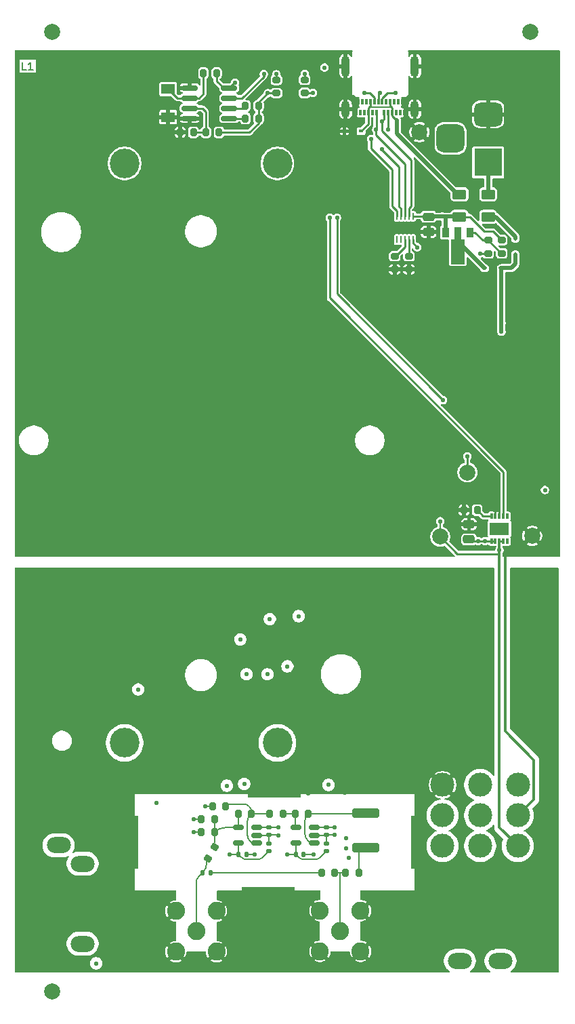
<source format=gbr>
%TF.GenerationSoftware,KiCad,Pcbnew,9.0.2+dfsg-1*%
%TF.CreationDate,2025-07-08T11:28:31+01:00*%
%TF.ProjectId,low-noise-power-probe-panel,6c6f772d-6e6f-4697-9365-2d706f776572,rev?*%
%TF.SameCoordinates,Original*%
%TF.FileFunction,Copper,L1,Top*%
%TF.FilePolarity,Positive*%
%FSLAX46Y46*%
G04 Gerber Fmt 4.6, Leading zero omitted, Abs format (unit mm)*
G04 Created by KiCad (PCBNEW 9.0.2+dfsg-1) date 2025-07-08 11:28:31*
%MOMM*%
%LPD*%
G01*
G04 APERTURE LIST*
G04 Aperture macros list*
%AMRoundRect*
0 Rectangle with rounded corners*
0 $1 Rounding radius*
0 $2 $3 $4 $5 $6 $7 $8 $9 X,Y pos of 4 corners*
0 Add a 4 corners polygon primitive as box body*
4,1,4,$2,$3,$4,$5,$6,$7,$8,$9,$2,$3,0*
0 Add four circle primitives for the rounded corners*
1,1,$1+$1,$2,$3*
1,1,$1+$1,$4,$5*
1,1,$1+$1,$6,$7*
1,1,$1+$1,$8,$9*
0 Add four rect primitives between the rounded corners*
20,1,$1+$1,$2,$3,$4,$5,0*
20,1,$1+$1,$4,$5,$6,$7,0*
20,1,$1+$1,$6,$7,$8,$9,0*
20,1,$1+$1,$8,$9,$2,$3,0*%
%AMFreePoly0*
4,1,9,3.862500,-0.866500,0.737500,-0.866500,0.737500,-0.450000,-0.737500,-0.450000,-0.737500,0.450000,0.737500,0.450000,0.737500,0.866500,3.862500,0.866500,3.862500,-0.866500,3.862500,-0.866500,$1*%
G04 Aperture macros list end*
%ADD10C,0.150000*%
%TA.AperFunction,NonConductor*%
%ADD11C,0.150000*%
%TD*%
%TA.AperFunction,ComponentPad*%
%ADD12C,3.000000*%
%TD*%
%TA.AperFunction,ComponentPad*%
%ADD13O,3.000000X2.000000*%
%TD*%
%TA.AperFunction,SMDPad,CuDef*%
%ADD14RoundRect,0.200000X-0.200000X-0.275000X0.200000X-0.275000X0.200000X0.275000X-0.200000X0.275000X0*%
%TD*%
%TA.AperFunction,SMDPad,CuDef*%
%ADD15R,0.900000X6.700000*%
%TD*%
%TA.AperFunction,SMDPad,CuDef*%
%ADD16RoundRect,0.200000X0.200000X0.275000X-0.200000X0.275000X-0.200000X-0.275000X0.200000X-0.275000X0*%
%TD*%
%TA.AperFunction,SMDPad,CuDef*%
%ADD17R,0.600000X0.450000*%
%TD*%
%TA.AperFunction,SMDPad,CuDef*%
%ADD18RoundRect,0.140000X0.140000X0.170000X-0.140000X0.170000X-0.140000X-0.170000X0.140000X-0.170000X0*%
%TD*%
%TA.AperFunction,SMDPad,CuDef*%
%ADD19RoundRect,0.140000X-0.170000X0.140000X-0.170000X-0.140000X0.170000X-0.140000X0.170000X0.140000X0*%
%TD*%
%TA.AperFunction,SMDPad,CuDef*%
%ADD20RoundRect,0.200000X-0.275000X0.200000X-0.275000X-0.200000X0.275000X-0.200000X0.275000X0.200000X0*%
%TD*%
%TA.AperFunction,SMDPad,CuDef*%
%ADD21C,2.000000*%
%TD*%
%TA.AperFunction,SMDPad,CuDef*%
%ADD22R,6.700000X0.900000*%
%TD*%
%TA.AperFunction,SMDPad,CuDef*%
%ADD23RoundRect,0.250000X-1.450000X0.312500X-1.450000X-0.312500X1.450000X-0.312500X1.450000X0.312500X0*%
%TD*%
%TA.AperFunction,SMDPad,CuDef*%
%ADD24RoundRect,0.150000X0.512500X0.150000X-0.512500X0.150000X-0.512500X-0.150000X0.512500X-0.150000X0*%
%TD*%
%TA.AperFunction,ComponentPad*%
%ADD25C,2.250000*%
%TD*%
%TA.AperFunction,SMDPad,CuDef*%
%ADD26RoundRect,0.112500X0.187500X0.112500X-0.187500X0.112500X-0.187500X-0.112500X0.187500X-0.112500X0*%
%TD*%
%TA.AperFunction,SMDPad,CuDef*%
%ADD27RoundRect,0.250000X-0.475000X0.250000X-0.475000X-0.250000X0.475000X-0.250000X0.475000X0.250000X0*%
%TD*%
%TA.AperFunction,SMDPad,CuDef*%
%ADD28R,0.300000X0.650000*%
%TD*%
%TA.AperFunction,SMDPad,CuDef*%
%ADD29R,2.480000X1.550000*%
%TD*%
%TA.AperFunction,SMDPad,CuDef*%
%ADD30R,0.300000X0.700000*%
%TD*%
%TA.AperFunction,SMDPad,CuDef*%
%ADD31R,1.000000X0.700000*%
%TD*%
%TA.AperFunction,ComponentPad*%
%ADD32O,1.100000X2.100000*%
%TD*%
%TA.AperFunction,ComponentPad*%
%ADD33O,1.100000X2.600000*%
%TD*%
%TA.AperFunction,SMDPad,CuDef*%
%ADD34RoundRect,0.200000X0.275000X-0.200000X0.275000X0.200000X-0.275000X0.200000X-0.275000X-0.200000X0*%
%TD*%
%TA.AperFunction,SMDPad,CuDef*%
%ADD35R,0.900000X1.300000*%
%TD*%
%TA.AperFunction,SMDPad,CuDef*%
%ADD36FreePoly0,270.000000*%
%TD*%
%TA.AperFunction,ComponentPad*%
%ADD37R,3.500000X3.500000*%
%TD*%
%TA.AperFunction,ComponentPad*%
%ADD38RoundRect,0.750000X-1.000000X0.750000X-1.000000X-0.750000X1.000000X-0.750000X1.000000X0.750000X0*%
%TD*%
%TA.AperFunction,ComponentPad*%
%ADD39RoundRect,0.875000X-0.875000X0.875000X-0.875000X-0.875000X0.875000X-0.875000X0.875000X0.875000X0*%
%TD*%
%TA.AperFunction,SMDPad,CuDef*%
%ADD40RoundRect,0.150000X-0.825000X-0.150000X0.825000X-0.150000X0.825000X0.150000X-0.825000X0.150000X0*%
%TD*%
%TA.AperFunction,SMDPad,CuDef*%
%ADD41RoundRect,0.250000X0.475000X-0.250000X0.475000X0.250000X-0.475000X0.250000X-0.475000X-0.250000X0*%
%TD*%
%TA.AperFunction,SMDPad,CuDef*%
%ADD42RoundRect,0.250000X-0.625000X0.375000X-0.625000X-0.375000X0.625000X-0.375000X0.625000X0.375000X0*%
%TD*%
%TA.AperFunction,SMDPad,CuDef*%
%ADD43RoundRect,0.140000X-0.140000X-0.170000X0.140000X-0.170000X0.140000X0.170000X-0.140000X0.170000X0*%
%TD*%
%TA.AperFunction,SMDPad,CuDef*%
%ADD44RoundRect,0.140000X0.170000X-0.140000X0.170000X0.140000X-0.170000X0.140000X-0.170000X-0.140000X0*%
%TD*%
%TA.AperFunction,SMDPad,CuDef*%
%ADD45R,1.700000X1.300000*%
%TD*%
%TA.AperFunction,ComponentPad*%
%ADD46C,3.700000*%
%TD*%
%TA.AperFunction,SMDPad,CuDef*%
%ADD47RoundRect,0.112500X0.112500X-0.187500X0.112500X0.187500X-0.112500X0.187500X-0.112500X-0.187500X0*%
%TD*%
%TA.AperFunction,SMDPad,CuDef*%
%ADD48RoundRect,0.062500X-0.062500X0.362500X-0.062500X-0.362500X0.062500X-0.362500X0.062500X0.362500X0*%
%TD*%
%TA.AperFunction,HeatsinkPad*%
%ADD49R,2.380000X1.650000*%
%TD*%
%TA.AperFunction,SMDPad,CuDef*%
%ADD50RoundRect,0.200000X0.138157X-0.310705X0.338157X0.035705X-0.138157X0.310705X-0.338157X-0.035705X0*%
%TD*%
%TA.AperFunction,ComponentPad*%
%ADD51C,2.000000*%
%TD*%
%TA.AperFunction,ViaPad*%
%ADD52C,0.550000*%
%TD*%
%TA.AperFunction,Conductor*%
%ADD53C,0.157000*%
%TD*%
%TA.AperFunction,Conductor*%
%ADD54C,0.234000*%
%TD*%
%TA.AperFunction,Conductor*%
%ADD55C,0.152000*%
%TD*%
%TA.AperFunction,Conductor*%
%ADD56C,0.300000*%
%TD*%
%TA.AperFunction,Conductor*%
%ADD57C,0.500000*%
%TD*%
%TA.AperFunction,Conductor*%
%ADD58C,0.200000*%
%TD*%
G04 APERTURE END LIST*
D10*
D11*
X176833333Y-27254819D02*
X176357143Y-27254819D01*
X176357143Y-27254819D02*
X176357143Y-26254819D01*
X177690476Y-27254819D02*
X177119048Y-27254819D01*
X177404762Y-27254819D02*
X177404762Y-26254819D01*
X177404762Y-26254819D02*
X177309524Y-26397676D01*
X177309524Y-26397676D02*
X177214286Y-26492914D01*
X177214286Y-26492914D02*
X177119048Y-26540533D01*
D12*
%TO.P,SW1,1,A*%
%TO.N,Board_0-/+V_BATCHG*%
X238300000Y-124120000D03*
%TO.P,SW1,2,B*%
%TO.N,Board_0-/+V_BAT_D*%
X233600000Y-124120000D03*
%TO.P,SW1,3,C*%
%TO.N,Board_0-/+V_BAT*%
X228900000Y-124120000D03*
%TO.P,SW1,4,A*%
%TO.N,Board_0-/USB_VGND*%
X238300000Y-120310000D03*
%TO.P,SW1,5,B*%
%TO.N,Board_0-/-V_BAT_L*%
X233600000Y-120310000D03*
%TO.P,SW1,6,C*%
%TO.N,Board_0-/-V_BAT*%
X228900000Y-120310000D03*
%TO.P,SW1,7,A*%
%TO.N,Board_0-/MID_BATCHG*%
X238300000Y-116500000D03*
%TO.P,SW1,8,B*%
%TO.N,Board_0-/MID_BAT_D*%
X233600000Y-116500000D03*
%TO.P,SW1,9,C*%
%TO.N,Board_0-/PROBE_VGND*%
X228900000Y-116500000D03*
D13*
%TO.P,SW1,10*%
%TO.N,N/C*%
X231060000Y-138470000D03*
%TO.P,SW1,11*%
X236140000Y-138470000D03*
%TD*%
D14*
%TO.P,R1,1*%
%TO.N,Board_0-Net-(C1-Pad2)*%
X213775000Y-127453355D03*
%TO.P,R1,2*%
%TO.N,Board_0-Net-(J2-In)*%
X215425000Y-127453355D03*
%TD*%
D15*
%TO.P,J12,1,Pin_1*%
%TO.N,Board_0-/PROBE_VGND*%
X225400000Y-123675000D03*
%TD*%
D16*
%TO.P,R22,1*%
%TO.N,Board_0-/USB_VBUS*%
X200950000Y-35025000D03*
%TO.P,R22,2*%
%TO.N,Board_0-Net-(U8--)*%
X199300000Y-35025000D03*
%TD*%
D17*
%TO.P,D14,1,K*%
%TO.N,Board_0-Net-(D14-K)*%
X218700000Y-34875000D03*
%TO.P,D14,2,A*%
%TO.N,Board_0-/USB_VGND*%
X216600000Y-34875000D03*
%TD*%
D18*
%TO.P,C24,1*%
%TO.N,Board_0-/PROBE_VGND*%
X211510000Y-125175000D03*
%TO.P,C24,2*%
%TO.N,Board_0-+2V5*%
X210550000Y-125175000D03*
%TD*%
D19*
%TO.P,C3,1*%
%TO.N,Board_0--2V5*%
X214400000Y-123795000D03*
%TO.P,C3,2*%
%TO.N,Board_0-+2V5*%
X214400000Y-124755000D03*
%TD*%
D20*
%TO.P,R13,1*%
%TO.N,Board_0-Net-(U6-ISET)*%
X224700000Y-50475000D03*
%TO.P,R13,2*%
%TO.N,Board_0-/USB_VGND*%
X224700000Y-52125000D03*
%TD*%
D18*
%TO.P,C21,1*%
%TO.N,Board_0-/PROBE_VGND*%
X204350000Y-125175000D03*
%TO.P,C21,2*%
%TO.N,Board_0-+2V5*%
X203390000Y-125175000D03*
%TD*%
D21*
%TO.P,TP12,1,1*%
%TO.N,Board_0-/USB_VGND*%
X240100000Y-85400000D03*
%TD*%
D22*
%TO.P,J11,1,Pin_1*%
%TO.N,Board_0-/PROBE_VGND*%
X207100000Y-129675000D03*
%TD*%
D13*
%TO.P,RV1,1,1*%
%TO.N,Board_0-Net-(R16-Pad2)*%
X183900000Y-136325000D03*
%TO.P,RV1,2,2*%
%TO.N,Board_0-Net-(R5-Pad2)*%
X180900000Y-124025000D03*
%TO.P,RV1,3,3*%
%TO.N,Board_0-Net-(R17-Pad1)*%
X183900000Y-126325000D03*
%TD*%
D23*
%TO.P,L1,1,1*%
%TO.N,Board_0-Net-(L1-Pad1)*%
X219300000Y-120037500D03*
%TO.P,L1,2,2*%
%TO.N,Board_0-Net-(L1-Pad2)*%
X219300000Y-124312500D03*
%TD*%
D24*
%TO.P,U2,1*%
%TO.N,Board_0-Net-(L1-Pad1)*%
X212837500Y-123725000D03*
%TO.P,U2,2,V-*%
%TO.N,Board_0--2V5*%
X212837500Y-122775000D03*
%TO.P,U2,3,+*%
%TO.N,Board_0-/PROBE_VGND*%
X212837500Y-121825000D03*
%TO.P,U2,4,-*%
%TO.N,Board_0-Net-(U2--)*%
X210562500Y-121825000D03*
%TO.P,U2,5,V+*%
%TO.N,Board_0-+2V5*%
X210562500Y-123725000D03*
%TD*%
D19*
%TO.P,C4,1*%
%TO.N,Board_0--2V5*%
X207200000Y-123795000D03*
%TO.P,C4,2*%
%TO.N,Board_0-+2V5*%
X207200000Y-124755000D03*
%TD*%
D20*
%TO.P,R14,1*%
%TO.N,Board_0-Net-(U6-VSET)*%
X222900000Y-50475000D03*
%TO.P,R14,2*%
%TO.N,Board_0-/USB_VGND*%
X222900000Y-52125000D03*
%TD*%
D25*
%TO.P,J1,1,In*%
%TO.N,Board_0-Net-(J1-In)*%
X198100000Y-134775000D03*
%TO.P,J1,2,Ext*%
%TO.N,Board_0-/PROBE_VGND*%
X200640000Y-137315000D03*
X200640000Y-132235000D03*
X195560000Y-137315000D03*
X195560000Y-132235000D03*
%TD*%
D26*
%TO.P,D8,1,K*%
%TO.N,Board_0-/V_UNREG*%
X236250000Y-51975000D03*
%TO.P,D8,2,A*%
%TO.N,Board_0-Net-(D8-A)*%
X234150000Y-51975000D03*
%TD*%
D15*
%TO.P,J8,1,Pin_1*%
%TO.N,Board_0-/PROBE_VGND*%
X190400000Y-123675000D03*
%TD*%
D21*
%TO.P,TP2,1,1*%
%TO.N,Board_0-/+V_BATCHG*%
X228600000Y-85500000D03*
%TD*%
D27*
%TO.P,C14,1*%
%TO.N,Board_0-/USB_VBUS*%
X227150000Y-45550000D03*
%TO.P,C14,2*%
%TO.N,Board_0-/USB_VGND*%
X227150000Y-47450000D03*
%TD*%
D21*
%TO.P,KiKit_FID_T_1,*%
%TO.N,*%
X180100000Y-22500000D03*
%TD*%
D20*
%TO.P,R8,1*%
%TO.N,Board_0-Net-(D5-K)*%
X211650000Y-28450000D03*
%TO.P,R8,2*%
%TO.N,Board_0-/CHARGE_STAT*%
X211650000Y-30100000D03*
%TD*%
D16*
%TO.P,R3,1*%
%TO.N,Board_0-Net-(R26-Pad2)*%
X205025000Y-120075000D03*
%TO.P,R3,2*%
%TO.N,Board_0-Net-(U1--)*%
X203375000Y-120075000D03*
%TD*%
D21*
%TO.P,KiKit_FID_T_3,*%
%TO.N,*%
X180100000Y-142300000D03*
%TD*%
D16*
%TO.P,R24,1*%
%TO.N,Board_0-Net-(U8--)*%
X197750000Y-35025000D03*
%TO.P,R24,2*%
%TO.N,Board_0-/USB_VGND*%
X196100000Y-35025000D03*
%TD*%
D28*
%TO.P,U4,1,VDD*%
%TO.N,Board_0-/V_UNREG*%
X235000000Y-86050000D03*
%TO.P,U4,2,VDD*%
X235500000Y-86050000D03*
%TO.P,U4,3,VBAT*%
%TO.N,Board_0-/+V_BATCHG*%
X236000000Y-86050000D03*
%TO.P,U4,4,VBAT*%
X236500000Y-86050000D03*
%TO.P,U4,5,NC*%
%TO.N,Board_0-unconnected-(U4-NC-Pad5)*%
X237000000Y-86050000D03*
%TO.P,U4,6,NC*%
%TO.N,Board_0-unconnected-(U4-NC-Pad6)*%
X237000000Y-82950000D03*
%TO.P,U4,7,STAT*%
%TO.N,Board_0-/CHARGE_STAT*%
X236500000Y-82950000D03*
%TO.P,U4,8,VSS*%
%TO.N,Board_0-/USB_VGND*%
X236000000Y-82950000D03*
%TO.P,U4,9,VSS*%
X235500000Y-82950000D03*
%TO.P,U4,10,PROG*%
%TO.N,Board_0-Net-(U4-PROG)*%
X235000000Y-82950000D03*
D29*
%TO.P,U4,11,PAD*%
%TO.N,Board_0-unconnected-(U4-PAD-Pad11)*%
X236000000Y-84500000D03*
%TD*%
D20*
%TO.P,R10,1*%
%TO.N,Board_0-/USB_VBUS*%
X236300000Y-48475000D03*
%TO.P,R10,2*%
%TO.N,Board_0-Net-(Q1-G)*%
X236300000Y-50125000D03*
%TD*%
D16*
%TO.P,R9,1*%
%TO.N,Board_0-Net-(U4-PROG)*%
X233225000Y-82200000D03*
%TO.P,R9,2*%
%TO.N,Board_0-/USB_VGND*%
X231575000Y-82200000D03*
%TD*%
D24*
%TO.P,U1,1*%
%TO.N,Board_0-Net-(R26-Pad2)*%
X205637500Y-123725000D03*
%TO.P,U1,2,V-*%
%TO.N,Board_0--2V5*%
X205637500Y-122775000D03*
%TO.P,U1,3,+*%
%TO.N,Board_0-/PROBE_VGND*%
X205637500Y-121825000D03*
%TO.P,U1,4,-*%
%TO.N,Board_0-Net-(U1--)*%
X203362500Y-121825000D03*
%TO.P,U1,5,V+*%
%TO.N,Board_0-+2V5*%
X203362500Y-123725000D03*
%TD*%
D16*
%TO.P,R5,1*%
%TO.N,Board_0-Net-(U1--)*%
X200400000Y-122375000D03*
%TO.P,R5,2*%
%TO.N,Board_0-Net-(R5-Pad2)*%
X198750000Y-122375000D03*
%TD*%
D30*
%TO.P,J4,A1,GND*%
%TO.N,Board_0-/USB_VGND*%
X224109483Y-32535000D03*
%TO.P,J4,A2,TX1+*%
%TO.N,Board_0-unconnected-(J4-TX1+-PadA2)*%
X223609483Y-32535000D03*
%TO.P,J4,A3,TX1-*%
%TO.N,Board_0-unconnected-(J4-TX1--PadA3)*%
X223109483Y-32535000D03*
%TO.P,J4,A4,VBUS*%
%TO.N,Board_0-Net-(D14-K)*%
X222609483Y-32535000D03*
%TO.P,J4,A5,CC1*%
%TO.N,Board_0-/USB_CC1*%
X222109483Y-32535000D03*
%TO.P,J4,A6,D+*%
%TO.N,Board_0-/USB_D+*%
X221609483Y-32535000D03*
%TO.P,J4,A7,D-*%
%TO.N,Board_0-/USB_D-*%
X220609483Y-32535000D03*
%TO.P,J4,A8,SBU1*%
%TO.N,Board_0-unconnected-(J4-SBU1-PadA8)*%
X220109483Y-32535000D03*
%TO.P,J4,A9,VBUS*%
%TO.N,Board_0-Net-(D14-K)*%
X219609483Y-32535000D03*
%TO.P,J4,A10,RX2-*%
%TO.N,Board_0-unconnected-(J4-RX2--PadA10)*%
X219109483Y-32535000D03*
%TO.P,J4,A11,RX2+*%
%TO.N,Board_0-unconnected-(J4-RX2+-PadA11)*%
X218609483Y-32535000D03*
%TO.P,J4,A12,GND*%
%TO.N,Board_0-/USB_VGND*%
X218109483Y-32535000D03*
D31*
%TO.P,J4,B1,GND*%
X218009483Y-31235000D03*
D30*
%TO.P,J4,B2,TX2+*%
%TO.N,Board_0-unconnected-(J4-TX2+-PadB2)*%
X218859483Y-31235000D03*
%TO.P,J4,B3,TX2-*%
%TO.N,Board_0-unconnected-(J4-TX2--PadB3)*%
X219359483Y-31235000D03*
%TO.P,J4,B4,VBUS*%
%TO.N,Board_0-Net-(D14-K)*%
X219859483Y-31235000D03*
%TO.P,J4,B5,CC2*%
%TO.N,Board_0-/USB_CC2*%
X220359483Y-31235000D03*
%TO.P,J4,B6,D+*%
%TO.N,Board_0-/USB_D+*%
X220859483Y-31235000D03*
%TO.P,J4,B7,D-*%
%TO.N,Board_0-/USB_D-*%
X221359483Y-31235000D03*
%TO.P,J4,B8,SBU2*%
%TO.N,Board_0-unconnected-(J4-SBU2-PadB8)*%
X221859483Y-31235000D03*
%TO.P,J4,B9,VBUS*%
%TO.N,Board_0-Net-(D14-K)*%
X222359483Y-31235000D03*
%TO.P,J4,B10,RX1-*%
%TO.N,Board_0-unconnected-(J4-RX1--PadB10)*%
X222859483Y-31235000D03*
%TO.P,J4,B11,RX1+*%
%TO.N,Board_0-unconnected-(J4-RX1+-PadB11)*%
X223359483Y-31235000D03*
D31*
%TO.P,J4,B12,GND*%
%TO.N,Board_0-/USB_VGND*%
X224209483Y-31235000D03*
D32*
%TO.P,J4,S1,SHIELD*%
X225429483Y-32125000D03*
D33*
X225429483Y-26765000D03*
D32*
X216789483Y-32125000D03*
D33*
X216789483Y-26765000D03*
%TD*%
D34*
%TO.P,R12,1*%
%TO.N,Board_0-Net-(U6-GATE)*%
X234600000Y-50125000D03*
%TO.P,R12,2*%
%TO.N,Board_0-Net-(Q1-G)*%
X234600000Y-48475000D03*
%TD*%
D35*
%TO.P,Q1,1,G*%
%TO.N,Board_0-Net-(Q1-G)*%
X232300000Y-47500000D03*
D36*
%TO.P,Q1,2,D*%
%TO.N,Board_0-Net-(D8-A)*%
X230800000Y-47587500D03*
D35*
%TO.P,Q1,3,S*%
%TO.N,Board_0-/USB_VBUS*%
X229300000Y-47500000D03*
%TD*%
D22*
%TO.P,J9,1,Pin_1*%
%TO.N,Board_0-/PROBE_VGND*%
X207900000Y-117675000D03*
%TD*%
D16*
%TO.P,R6,1*%
%TO.N,Board_0-Net-(U2--)*%
X208925000Y-120075000D03*
%TO.P,R6,2*%
%TO.N,Board_0-Net-(R26-Pad2)*%
X207275000Y-120075000D03*
%TD*%
D37*
%TO.P,J3,1*%
%TO.N,Board_0-Net-(F1-Pad1)*%
X234600000Y-38775000D03*
D38*
%TO.P,J3,2*%
%TO.N,Board_0-/USB_VGND*%
X234600000Y-32775000D03*
D39*
%TO.P,J3,3*%
%TO.N,Board_0-unconnected-(J3-Pad3)*%
X229900000Y-35775000D03*
%TD*%
D16*
%TO.P,R7,1*%
%TO.N,Board_0-Net-(L1-Pad2)*%
X218425000Y-127453355D03*
%TO.P,R7,2*%
%TO.N,Board_0-Net-(J2-In)*%
X216775000Y-127453355D03*
%TD*%
D40*
%TO.P,U8,1,GND*%
%TO.N,Board_0-/USB_VGND*%
X197275000Y-29470000D03*
%TO.P,U8,2,+*%
%TO.N,Board_0-Net-(D2-K)*%
X197275000Y-30740000D03*
%TO.P,U8,3,-*%
%TO.N,Board_0-Net-(U8--)*%
X197275000Y-32010000D03*
%TO.P,U8,4,V-*%
%TO.N,Board_0-/USB_VGND*%
X197275000Y-33280000D03*
%TO.P,U8,5,BAL*%
%TO.N,Board_0-Net-(U8-BAL)*%
X202225000Y-33280000D03*
%TO.P,U8,6,STRB*%
%TO.N,Board_0-Net-(U8-STRB)*%
X202225000Y-32010000D03*
%TO.P,U8,7*%
%TO.N,Board_0-Net-(D1-K)*%
X202225000Y-30740000D03*
%TO.P,U8,8,V+*%
%TO.N,Board_0-/USB_VBUS*%
X202225000Y-29470000D03*
%TD*%
D41*
%TO.P,C9,1*%
%TO.N,Board_0-/V_UNREG*%
X232200000Y-85850000D03*
%TO.P,C9,2*%
%TO.N,Board_0-/USB_VGND*%
X232200000Y-83950000D03*
%TD*%
D21*
%TO.P,KiKit_FID_T_2,*%
%TO.N,*%
X239900000Y-22500000D03*
%TD*%
D42*
%TO.P,F2,1*%
%TO.N,Board_0-Net-(D14-K)*%
X231000000Y-42775000D03*
%TO.P,F2,2*%
%TO.N,Board_0-/USB_VBUS*%
X231000000Y-45575000D03*
%TD*%
D43*
%TO.P,C1,1*%
%TO.N,Board_0-Net-(J1-In)*%
X198920000Y-127453355D03*
%TO.P,C1,2*%
%TO.N,Board_0-Net-(C1-Pad2)*%
X199880000Y-127453355D03*
%TD*%
D44*
%TO.P,C22,1*%
%TO.N,Board_0--2V5*%
X207200000Y-122755000D03*
%TO.P,C22,2*%
%TO.N,Board_0-/PROBE_VGND*%
X207200000Y-121795000D03*
%TD*%
D45*
%TO.P,D2,1,K*%
%TO.N,Board_0-Net-(D2-K)*%
X194600000Y-29625000D03*
%TO.P,D2,2,A*%
%TO.N,Board_0-/USB_VGND*%
X194600000Y-33125000D03*
%TD*%
D42*
%TO.P,F1,1*%
%TO.N,Board_0-Net-(F1-Pad1)*%
X234600000Y-42775000D03*
%TO.P,F1,2*%
%TO.N,Board_0-Net-(D15-A)*%
X234600000Y-45575000D03*
%TD*%
D34*
%TO.P,R21,1*%
%TO.N,Board_0-/USB_VBUS*%
X208125000Y-30125000D03*
%TO.P,R21,2*%
%TO.N,Board_0-Net-(D1-A)*%
X208125000Y-28475000D03*
%TD*%
D14*
%TO.P,R19,1*%
%TO.N,Board_0-Net-(U8-STRB)*%
X204250000Y-31725000D03*
%TO.P,R19,2*%
%TO.N,Board_0-/USB_VBUS*%
X205900000Y-31725000D03*
%TD*%
D46*
%TO.P,BT1,1,+*%
%TO.N,Board_0-Net-(BT1A-+)*%
X189150000Y-111250000D03*
%TO.P,BT1,2,-*%
%TO.N,Board_0-/MID_BAT_D*%
X189150000Y-38900000D03*
%TO.P,BT1,3,-*%
%TO.N,Board_0-Net-(BT1B--)*%
X208250000Y-111250000D03*
%TO.P,BT1,4,+*%
%TO.N,Board_0-/MID_BAT_D*%
X208250000Y-38900000D03*
%TD*%
D14*
%TO.P,R26,1*%
%TO.N,Board_0-Net-(D3-A)*%
X200125000Y-119175000D03*
%TO.P,R26,2*%
%TO.N,Board_0-Net-(R26-Pad2)*%
X201775000Y-119175000D03*
%TD*%
D47*
%TO.P,D7,1,K*%
%TO.N,Board_0-/V_UNREG*%
X238000000Y-50325000D03*
%TO.P,D7,2,A*%
%TO.N,Board_0-Net-(D15-A)*%
X238000000Y-48225000D03*
%TD*%
D16*
%TO.P,R4,1*%
%TO.N,Board_0-Net-(L1-Pad1)*%
X212125000Y-120075000D03*
%TO.P,R4,2*%
%TO.N,Board_0-Net-(U2--)*%
X210475000Y-120075000D03*
%TD*%
D14*
%TO.P,R18,1*%
%TO.N,Board_0-Net-(U8-BAL)*%
X204250000Y-33275000D03*
%TO.P,R18,2*%
%TO.N,Board_0-/USB_VBUS*%
X205900000Y-33275000D03*
%TD*%
D16*
%TO.P,R23,1*%
%TO.N,Board_0-/USB_VBUS*%
X200650000Y-27625000D03*
%TO.P,R23,2*%
%TO.N,Board_0-Net-(D2-K)*%
X199000000Y-27625000D03*
%TD*%
D48*
%TO.P,U6,1,VIN*%
%TO.N,Board_0-/USB_VBUS*%
X225200000Y-45500000D03*
%TO.P,U6,2,D+*%
%TO.N,Board_0-/USB_D+*%
X224700000Y-45500000D03*
%TO.P,U6,3,D-*%
%TO.N,Board_0-/USB_D-*%
X224200000Y-45500000D03*
%TO.P,U6,4,CC1*%
%TO.N,Board_0-/USB_CC1*%
X223700000Y-45500000D03*
%TO.P,U6,5,CC2*%
%TO.N,Board_0-/USB_CC2*%
X223200000Y-45500000D03*
%TO.P,U6,6,SDA*%
%TO.N,Board_0-unconnected-(U6-SDA-Pad6)*%
X223200000Y-48400000D03*
%TO.P,U6,7,SCL*%
%TO.N,Board_0-unconnected-(U6-SCL-Pad7)*%
X223700000Y-48400000D03*
%TO.P,U6,8,VSET*%
%TO.N,Board_0-Net-(U6-VSET)*%
X224200000Y-48400000D03*
%TO.P,U6,9,ISET*%
%TO.N,Board_0-Net-(U6-ISET)*%
X224700000Y-48400000D03*
%TO.P,U6,10,GATE*%
%TO.N,Board_0-Net-(U6-GATE)*%
X225200000Y-48400000D03*
D49*
%TO.P,U6,11,GND*%
%TO.N,Board_0-/USB_VGND*%
X224200000Y-46950000D03*
%TD*%
D16*
%TO.P,R15,1*%
%TO.N,Board_0-Net-(U1--)*%
X200400000Y-120775000D03*
%TO.P,R15,2*%
%TO.N,Board_0-/PROBE_VGND*%
X198750000Y-120775000D03*
%TD*%
D50*
%TO.P,R2,1*%
%TO.N,Board_0-Net-(J1-In)*%
X199587500Y-125689470D03*
%TO.P,R2,2*%
%TO.N,Board_0-Net-(U1--)*%
X200412500Y-124260530D03*
%TD*%
D44*
%TO.P,C25,1*%
%TO.N,Board_0--2V5*%
X214400000Y-122755000D03*
%TO.P,C25,2*%
%TO.N,Board_0-/PROBE_VGND*%
X214400000Y-121795000D03*
%TD*%
D21*
%TO.P,TP1,1,1*%
%TO.N,Board_0-/V_UNREG*%
X232000000Y-77475000D03*
%TD*%
D25*
%TO.P,J2,1,In*%
%TO.N,Board_0-Net-(J2-In)*%
X216100000Y-134735000D03*
%TO.P,J2,2,Ext*%
%TO.N,Board_0-/PROBE_VGND*%
X218640000Y-137275000D03*
X218640000Y-132195000D03*
X213560000Y-137275000D03*
X213560000Y-132195000D03*
%TD*%
D51*
%TO.P,TP21,1,1*%
%TO.N,Board_0-/USB_VGND*%
X226000000Y-35000000D03*
%TD*%
D52*
%TO.N,Board_0-+2V5*%
X202300000Y-125175000D03*
X209500000Y-125175000D03*
%TO.N,Board_0--2V5*%
X215425000Y-122750000D03*
X208400000Y-122775000D03*
%TO.N,Board_0-/+V_BAT*%
X201920000Y-116591628D03*
X204100000Y-116375000D03*
%TO.N,Board_0-/+V_BATCHG*%
X236000000Y-87175000D03*
X228600000Y-83575000D03*
%TO.N,Board_0-/+V_BAT_D*%
X190850000Y-104575000D03*
X207000000Y-102685000D03*
%TO.N,Board_0-/-V_BAT*%
X214625000Y-116500000D03*
%TO.N,Board_0-/-V_BAT_L*%
X203600000Y-98325000D03*
X210890000Y-95425000D03*
%TO.N,Board_0-/CHARGE_STAT*%
X212675000Y-30100000D03*
X214800000Y-45700000D03*
%TO.N,Board_0-/MID_BATCHG*%
X241700000Y-79675000D03*
%TO.N,Board_0-/MID_BAT_D*%
X204400000Y-102685000D03*
%TO.N,Board_0-/PROBE_VGND*%
X192865476Y-91825000D03*
X197865476Y-96825000D03*
X242200000Y-96825000D03*
X227865476Y-111825000D03*
X192865476Y-101825000D03*
X212150000Y-115975000D03*
X207865476Y-91825000D03*
X212075000Y-117525000D03*
X242200000Y-106825000D03*
X177600000Y-106825000D03*
X237865476Y-91825000D03*
X215425000Y-121800000D03*
X232865476Y-106825000D03*
X227900000Y-135775000D03*
X177600000Y-101825000D03*
X177600000Y-96825000D03*
X237865476Y-101825000D03*
X216800000Y-124375000D03*
X180600000Y-114775000D03*
X183500000Y-122875000D03*
X192850000Y-138700000D03*
X202850000Y-138700000D03*
X189600000Y-138700000D03*
X177550000Y-128700000D03*
X212865476Y-91825000D03*
X212850000Y-111775000D03*
X185575000Y-130475000D03*
X242200000Y-111825000D03*
X182865476Y-131825000D03*
X192850000Y-135775000D03*
X180600000Y-119125000D03*
X208404972Y-121825000D03*
X232500000Y-136900000D03*
X222865476Y-106775000D03*
X222865476Y-91825000D03*
X212800000Y-125175000D03*
X197865476Y-91825000D03*
X232865476Y-96825000D03*
X187865476Y-91825000D03*
X207850000Y-135775000D03*
X222865476Y-101825000D03*
X242200000Y-101825000D03*
X227865476Y-96825000D03*
X182865476Y-91825000D03*
X237600000Y-131100000D03*
X189600000Y-135775000D03*
X202865476Y-91825000D03*
X205400000Y-125175000D03*
X187927000Y-128465056D03*
X226100000Y-110500000D03*
X235200000Y-136900000D03*
X187865476Y-96825000D03*
X217865476Y-96825000D03*
X237865476Y-106825000D03*
X223500000Y-113100000D03*
X224800000Y-130300000D03*
X177600000Y-111825000D03*
X192865476Y-96825000D03*
X222900000Y-135775000D03*
X222900000Y-138700000D03*
X177550000Y-138700000D03*
X242200000Y-91825000D03*
X207850000Y-138700000D03*
X227865476Y-101825000D03*
X180600000Y-134775000D03*
X197800000Y-120775000D03*
X186300000Y-122875000D03*
X227865476Y-131825000D03*
X217865476Y-91825000D03*
X242200000Y-126825000D03*
X226700000Y-121475000D03*
X227865476Y-91825000D03*
X202850000Y-111775000D03*
X217850000Y-106775000D03*
X227900000Y-138700000D03*
X197850000Y-111775000D03*
X182865476Y-106825000D03*
X232865476Y-111825000D03*
X182865476Y-101825000D03*
X182865476Y-111825000D03*
X177550000Y-123700000D03*
X225600000Y-114775000D03*
X182865476Y-96825000D03*
X185600000Y-114775000D03*
X222865476Y-96825000D03*
X192850000Y-111775000D03*
X216800000Y-123175000D03*
X185600000Y-119125000D03*
X187865476Y-101825000D03*
X237865476Y-136825000D03*
X227865476Y-106825000D03*
X216700000Y-117500000D03*
X232865476Y-101825000D03*
X217200000Y-125575000D03*
X207865476Y-131825000D03*
X242200000Y-136825000D03*
X193100000Y-118750000D03*
X202850000Y-135775000D03*
X237865476Y-96825000D03*
X236000000Y-125700000D03*
X232865476Y-91825000D03*
X235400000Y-131100000D03*
X207850000Y-115275000D03*
X240600000Y-134500000D03*
X180600000Y-129775000D03*
X177600000Y-91825000D03*
X239600000Y-126700000D03*
X221100000Y-112800000D03*
%TO.N,Board_0-/USB_CC1*%
X221300000Y-37100000D03*
X222100000Y-34675000D03*
%TO.N,Board_0-/USB_CC2*%
X219950000Y-35850000D03*
X219150000Y-30075004D03*
%TO.N,Board_0-/USB_D+*%
X221346037Y-33621037D03*
X221099994Y-30075000D03*
%TO.N,Board_0-/USB_D-*%
X220600000Y-34675000D03*
X223050000Y-30075000D03*
%TO.N,Board_0-/USB_VBUS*%
X207050000Y-30125000D03*
X228850000Y-45545000D03*
X202945000Y-28830000D03*
%TO.N,Board_0-/USB_VGND*%
X232865476Y-26825000D03*
X192865476Y-46825000D03*
X202865476Y-51825000D03*
X217865476Y-66825000D03*
X192865476Y-61825000D03*
X221600000Y-52100000D03*
X197865476Y-71825000D03*
X182865476Y-31825000D03*
X229400000Y-82500000D03*
X224100000Y-33400000D03*
X187865476Y-76825000D03*
X177600000Y-31825000D03*
X207865476Y-66825000D03*
X177600000Y-46825000D03*
X222865476Y-76825000D03*
X202865476Y-41825000D03*
X202865476Y-56825000D03*
X192865476Y-56825000D03*
X202865476Y-61825000D03*
X187865476Y-46825000D03*
X182865476Y-36825000D03*
X242200000Y-36825000D03*
X222865476Y-86825000D03*
X207865476Y-76825000D03*
X192865476Y-66825000D03*
X212865476Y-86825000D03*
X227865476Y-56825000D03*
X177600000Y-76825000D03*
X232865476Y-56825000D03*
X242200000Y-51825000D03*
X202865476Y-76825000D03*
X217865476Y-76825000D03*
X177600000Y-36825000D03*
X182865476Y-86825000D03*
X225000000Y-79600000D03*
X182865476Y-51825000D03*
X202865476Y-81825000D03*
X232200000Y-84850000D03*
X187865476Y-51825000D03*
X206900000Y-41825000D03*
X212865476Y-71825000D03*
X197865476Y-66825000D03*
X237865476Y-26825000D03*
X187865476Y-56825000D03*
X229750000Y-53100000D03*
X197865476Y-61825000D03*
X197865476Y-56825000D03*
X187865476Y-31825000D03*
X237865476Y-31825000D03*
X187865476Y-86825000D03*
X227865476Y-26825000D03*
X197865476Y-76825000D03*
X227200000Y-71600000D03*
X242200000Y-26825000D03*
X232000000Y-31375000D03*
X242200000Y-46825000D03*
X207865476Y-71825000D03*
X228000000Y-79700000D03*
X212865476Y-81825000D03*
X182865476Y-71825000D03*
X217865476Y-86825000D03*
X218100000Y-33450000D03*
X242200000Y-66825000D03*
X187865476Y-66825000D03*
X207865476Y-56825000D03*
X187865476Y-71825000D03*
X177600000Y-56825000D03*
X197865476Y-41825000D03*
X217865476Y-71825000D03*
X207865476Y-81825000D03*
X187865476Y-41825000D03*
X242200000Y-61825000D03*
X177600000Y-41825000D03*
X212865476Y-51825000D03*
X187865476Y-26825000D03*
X197865476Y-81825000D03*
X222600000Y-46950000D03*
X225050000Y-30400000D03*
X182865476Y-56825000D03*
X192865476Y-86825000D03*
X202865476Y-71825000D03*
X182865476Y-66825000D03*
X192865476Y-51825000D03*
X187865476Y-81825000D03*
X207865476Y-46825000D03*
X177600000Y-81825000D03*
X242200000Y-42800000D03*
X182865476Y-41825000D03*
X222865476Y-71825000D03*
X222865476Y-66825000D03*
X202865476Y-86825000D03*
X177600000Y-51825000D03*
X197865476Y-51825000D03*
X217865476Y-81825000D03*
X192865476Y-41825000D03*
X177600000Y-86825000D03*
X207865476Y-86825000D03*
X202865476Y-66825000D03*
X177600000Y-66825000D03*
X207865476Y-51825000D03*
X222865476Y-81825000D03*
X192865476Y-76825000D03*
X182865476Y-76825000D03*
X240100000Y-85400000D03*
X192865476Y-81825000D03*
X217865476Y-61825000D03*
X222865476Y-56825000D03*
X197865476Y-86825000D03*
X192865476Y-71825000D03*
X182865476Y-26825000D03*
X237865476Y-56825000D03*
X217865476Y-41825000D03*
X237865476Y-36825000D03*
X217865476Y-36825000D03*
X212865476Y-61825000D03*
X212865476Y-76825000D03*
X182865476Y-61825000D03*
X227865476Y-76825000D03*
X216950000Y-30400000D03*
X187865476Y-61825000D03*
X217865476Y-46825000D03*
X207865476Y-61825000D03*
X212865476Y-66825000D03*
X242200000Y-31825000D03*
X227200000Y-74600000D03*
X177600000Y-61825000D03*
X227865476Y-31825000D03*
X233500000Y-35775000D03*
X182865476Y-81825000D03*
X212865476Y-56825000D03*
%TO.N,Board_0-/V_UNREG*%
X233330000Y-86050000D03*
X214150000Y-26925000D03*
X234200000Y-86050000D03*
X236250000Y-59925000D03*
X232000000Y-75475000D03*
X215700000Y-45675000D03*
X236250000Y-58825000D03*
X228953341Y-68431867D03*
%TO.N,Board_0-Net-(D1-A)*%
X208120000Y-27755000D03*
%TO.N,Board_0-Net-(D1-K)*%
X206550000Y-27745000D03*
%TO.N,Board_0-Net-(D15-A)*%
X236150000Y-46175000D03*
%TO.N,Board_0-Net-(D3-A)*%
X185600000Y-138775000D03*
X199200000Y-119175000D03*
%TO.N,Board_0-Net-(D5-K)*%
X211660000Y-27735000D03*
%TO.N,Board_0-Net-(Q2-G)*%
X209500000Y-101685000D03*
X207300000Y-95785000D03*
%TO.N,Board_0-Net-(R5-Pad2)*%
X197800000Y-122375000D03*
%TO.N,Board_0-Net-(U6-GATE)*%
X233600000Y-50125000D03*
X225750000Y-49375000D03*
%TD*%
D53*
%TO.N,Board_0-+2V5*%
X203390000Y-124425000D02*
X203390000Y-123752500D01*
X203390000Y-123752500D02*
X203362500Y-123725000D01*
X211591214Y-125802000D02*
X212938786Y-125802000D01*
X204431214Y-125802000D02*
X205738786Y-125802000D01*
X210550000Y-123737500D02*
X210562500Y-123725000D01*
X203390000Y-125175000D02*
X202300000Y-125175000D01*
X203390000Y-125175000D02*
X203390000Y-124425000D01*
X210550000Y-125175000D02*
X209500000Y-125175000D01*
X210550000Y-125175000D02*
X210550000Y-124425000D01*
X210550000Y-125175000D02*
X210884107Y-125509107D01*
X206445893Y-125509107D02*
X207200000Y-124755000D01*
X203390000Y-125175000D02*
X203724107Y-125509107D01*
X210550000Y-124425000D02*
X210550000Y-123737500D01*
X213645893Y-125509107D02*
X214400000Y-124755000D01*
X204431214Y-125802000D02*
G75*
G02*
X203724100Y-125509114I-14J1000000D01*
G01*
X211591214Y-125802000D02*
G75*
G02*
X210884100Y-125509114I-14J1000000D01*
G01*
X206445893Y-125509107D02*
G75*
G02*
X205738786Y-125801990I-707093J707107D01*
G01*
X212938786Y-125802000D02*
G75*
G03*
X213645900Y-125509114I14J1000000D01*
G01*
%TO.N,Board_0--2V5*%
X205637500Y-122775000D02*
X207180000Y-122775000D01*
X214400000Y-122755000D02*
X214400000Y-123795000D01*
X207180000Y-122775000D02*
X207200000Y-122755000D01*
X207200000Y-122755000D02*
X208380000Y-122755000D01*
X212837500Y-122775000D02*
X214380000Y-122775000D01*
X214400000Y-122755000D02*
X215420000Y-122755000D01*
X215420000Y-122755000D02*
X215425000Y-122750000D01*
X214380000Y-122775000D02*
X214400000Y-122755000D01*
X207200000Y-123795000D02*
X207200000Y-122755000D01*
X208380000Y-122755000D02*
X208400000Y-122775000D01*
D54*
%TO.N,Board_0-/+V_BATCHG*%
X236000000Y-86050000D02*
X236500000Y-86050000D01*
X228600000Y-85500000D02*
X228587500Y-85487500D01*
X230732685Y-87632685D02*
X236000000Y-87632685D01*
D55*
X228600000Y-83575000D02*
X228600000Y-85500000D01*
D56*
X236000000Y-121820000D02*
X238300000Y-124120000D01*
D54*
X228600000Y-85500000D02*
X230732685Y-87632685D01*
D56*
X236000000Y-86050000D02*
X236000000Y-87632685D01*
X236000000Y-87632685D02*
X236000000Y-121820000D01*
D54*
%TO.N,Board_0-/CHARGE_STAT*%
X214800000Y-55700000D02*
X236500000Y-77400000D01*
X236500000Y-77400000D02*
X236500000Y-82950000D01*
X214800000Y-55700000D02*
X214800000Y-45700000D01*
X212675000Y-30100000D02*
X211650000Y-30100000D01*
D53*
%TO.N,Board_0-/PROBE_VGND*%
X207200000Y-121795000D02*
X208374972Y-121795000D01*
X214370000Y-121825000D02*
X214400000Y-121795000D01*
X208374972Y-121795000D02*
X208404972Y-121825000D01*
X215420000Y-121795000D02*
X215425000Y-121800000D01*
X205637500Y-121825000D02*
X207170000Y-121825000D01*
X197800000Y-120775000D02*
X198750000Y-120775000D01*
X211510000Y-125175000D02*
X212800000Y-125175000D01*
X204350000Y-125175000D02*
X205400000Y-125175000D01*
X207170000Y-121825000D02*
X207200000Y-121795000D01*
X214400000Y-121795000D02*
X215420000Y-121795000D01*
X212837500Y-121825000D02*
X214370000Y-121825000D01*
D54*
%TO.N,Board_0-/USB_CC1*%
X221300000Y-37225000D02*
X221300000Y-37100000D01*
X223400000Y-44250000D02*
X223400000Y-39325000D01*
X223700000Y-45500000D02*
X223700000Y-44550000D01*
X223700000Y-44550000D02*
X223400000Y-44250000D01*
X222109483Y-32535000D02*
X222109483Y-34665517D01*
X222109483Y-34665517D02*
X222100000Y-34675000D01*
X223400000Y-39325000D02*
X221300000Y-37225000D01*
%TO.N,Board_0-/USB_CC2*%
X220359483Y-31235000D02*
X220359483Y-30651000D01*
X219950000Y-37050000D02*
X219950000Y-35850000D01*
X220359483Y-30651000D02*
X219783487Y-30075004D01*
X223200000Y-45500000D02*
X223200000Y-44850000D01*
X222600000Y-44250000D02*
X222600000Y-39700000D01*
X223200000Y-44850000D02*
X222600000Y-44250000D01*
X222600000Y-39700000D02*
X219950000Y-37050000D01*
X219783487Y-30075004D02*
X219150000Y-30075004D01*
%TO.N,Board_0-/USB_D+*%
X221346037Y-34846037D02*
X221346037Y-33621037D01*
X224700000Y-45500000D02*
X224700000Y-44512500D01*
X225000000Y-44212500D02*
X225000000Y-38500000D01*
X224700000Y-44512500D02*
X225000000Y-44212500D01*
X221609483Y-32535000D02*
X221609483Y-33357591D01*
X220859483Y-31235000D02*
X220859483Y-30315511D01*
X225000000Y-38500000D02*
X221346037Y-34846037D01*
X221609483Y-33357591D02*
X221346037Y-33621037D01*
X220859483Y-30315511D02*
X221099994Y-30075000D01*
%TO.N,Board_0-/USB_D-*%
X224200000Y-38983501D02*
X221045749Y-35829251D01*
X224200000Y-45500000D02*
X224200000Y-38983501D01*
X221359483Y-31235000D02*
X221359483Y-30735517D01*
X220609483Y-32535000D02*
X220609483Y-34665517D01*
X221045749Y-35829251D02*
X220600000Y-35383502D01*
X220609483Y-34665517D02*
X220600000Y-34675000D01*
X222020000Y-30075000D02*
X223050000Y-30075000D01*
X221359483Y-30735517D02*
X222020000Y-30075000D01*
X221045749Y-35829251D02*
X220600000Y-35383501D01*
X220600000Y-35383502D02*
X220600000Y-34675000D01*
%TO.N,Board_0-/USB_VBUS*%
X202865000Y-28830000D02*
X202945000Y-28830000D01*
X202225000Y-29470000D02*
X202865000Y-28830000D01*
X200950000Y-35025000D02*
X204750000Y-35025000D01*
X205900000Y-31275000D02*
X207050000Y-30125000D01*
X200650000Y-28625000D02*
X201475000Y-29450000D01*
X205900000Y-31725000D02*
X205900000Y-33275000D01*
D57*
X229300000Y-45545000D02*
X230970000Y-45545000D01*
D54*
X236300000Y-48475000D02*
X235200000Y-47375000D01*
X205900000Y-31725000D02*
X205900000Y-31275000D01*
X234100000Y-47375000D02*
X232300000Y-45575000D01*
X208125000Y-30125000D02*
X207050000Y-30125000D01*
X232300000Y-45575000D02*
X231000000Y-45575000D01*
D57*
X229300000Y-45545000D02*
X227155000Y-45545000D01*
D54*
X225200000Y-45500000D02*
X227050000Y-45500000D01*
D57*
X229300000Y-47500000D02*
X229300000Y-45545000D01*
D54*
X235200000Y-47375000D02*
X234100000Y-47375000D01*
X204750000Y-35025000D02*
X205900000Y-33875000D01*
X200650000Y-27625000D02*
X200650000Y-28625000D01*
X205900000Y-33875000D02*
X205900000Y-33275000D01*
D56*
%TO.N,Board_0-/USB_VGND*%
X238300000Y-120310000D02*
X240300000Y-118310000D01*
D54*
X218109483Y-31335000D02*
X218109483Y-32535000D01*
D56*
X240300000Y-113375000D02*
X236700000Y-109775000D01*
X236700000Y-109775000D02*
X236700000Y-87475000D01*
D54*
X224209483Y-31235000D02*
X224209483Y-30790517D01*
X224209483Y-30790517D02*
X224600000Y-30400000D01*
D56*
X240300000Y-118310000D02*
X240300000Y-113375000D01*
D54*
X224600000Y-30400000D02*
X225050000Y-30400000D01*
X218009483Y-31235000D02*
X218009483Y-30759483D01*
X224109483Y-31335000D02*
X224109483Y-32535000D01*
X218009483Y-30759483D02*
X217650000Y-30400000D01*
X217650000Y-30400000D02*
X216950000Y-30400000D01*
D57*
%TO.N,Board_0-/V_UNREG*%
X238000000Y-51475000D02*
X238000000Y-50325000D01*
X237500000Y-51975000D02*
X238000000Y-51475000D01*
X236250000Y-51975000D02*
X236250000Y-58825000D01*
D54*
X232000000Y-75475000D02*
X232000000Y-77475000D01*
X215700000Y-55178526D02*
X228953341Y-68431867D01*
D57*
X236250000Y-58825000D02*
X236250000Y-59925000D01*
D54*
X215700000Y-45675000D02*
X215700000Y-55178526D01*
X235000000Y-86050000D02*
X235500000Y-86050000D01*
D57*
X236250000Y-51975000D02*
X237500000Y-51975000D01*
D54*
X234050000Y-86050000D02*
X235000000Y-86050000D01*
X232400000Y-86050000D02*
X234050000Y-86050000D01*
D53*
%TO.N,Board_0-Net-(C1-Pad2)*%
X199880000Y-127453355D02*
X213775000Y-127453355D01*
D54*
%TO.N,Board_0-Net-(D1-A)*%
X208120000Y-27755000D02*
X208120000Y-28470000D01*
X208120000Y-28470000D02*
X208125000Y-28475000D01*
%TO.N,Board_0-Net-(D1-K)*%
X202225000Y-30740000D02*
X203835000Y-30740000D01*
X203835000Y-30740000D02*
X206550000Y-28025000D01*
X206537500Y-28012500D02*
X206550000Y-28025000D01*
X206550000Y-28025000D02*
X206550000Y-27745000D01*
%TO.N,Board_0-Net-(D14-K)*%
X222359483Y-31735000D02*
X222359483Y-31235000D01*
X222609483Y-31985000D02*
X222359483Y-31735000D01*
X218700000Y-34875000D02*
X219609483Y-33965517D01*
D58*
X222490000Y-31885000D02*
X222499741Y-31875259D01*
D54*
X222499741Y-31875259D02*
X222499741Y-31875258D01*
X222609483Y-32535000D02*
X222609483Y-31985000D01*
X222609483Y-32994483D02*
X223076844Y-33461844D01*
X219609483Y-33965517D02*
X219609483Y-32535000D01*
X222499741Y-31875258D02*
X222359483Y-31735000D01*
X219609483Y-32535000D02*
X219609483Y-31985000D01*
X223076844Y-33461844D02*
X223160000Y-33461844D01*
D57*
X223160000Y-35160000D02*
X230775000Y-42775000D01*
D54*
X219609483Y-31985000D02*
X219859483Y-31735000D01*
D58*
X219719224Y-31875259D02*
X219728965Y-31885000D01*
D54*
X219859483Y-31735000D02*
X219859483Y-31235000D01*
D58*
X219728965Y-31885000D02*
X222490000Y-31885000D01*
D54*
X219609483Y-31985000D02*
X219719224Y-31875259D01*
D57*
X223160000Y-33461844D02*
X223160000Y-35160000D01*
D54*
X222609483Y-32535000D02*
X222609483Y-32994483D01*
D57*
%TO.N,Board_0-Net-(D15-A)*%
X236150000Y-46175000D02*
X238000000Y-48025000D01*
X238000000Y-48225000D02*
X238000000Y-48025000D01*
X235550000Y-45575000D02*
X234600000Y-45575000D01*
X235550000Y-45575000D02*
X236150000Y-46175000D01*
D54*
%TO.N,Board_0-Net-(D2-K)*%
X194600000Y-29625000D02*
X195715000Y-30740000D01*
X198485000Y-30740000D02*
X199000000Y-30225000D01*
X195715000Y-30740000D02*
X197275000Y-30740000D01*
X199000000Y-30225000D02*
X199000000Y-27625000D01*
X197275000Y-30740000D02*
X198485000Y-30740000D01*
D53*
%TO.N,Board_0-Net-(D3-A)*%
X200125000Y-119175000D02*
X199200000Y-119175000D01*
D54*
%TO.N,Board_0-Net-(D5-K)*%
X211660000Y-27735000D02*
X211660000Y-28440000D01*
X211660000Y-28440000D02*
X211650000Y-28450000D01*
D57*
%TO.N,Board_0-Net-(D8-A)*%
X230800000Y-48625000D02*
X234150000Y-51975000D01*
%TO.N,Board_0-Net-(F1-Pad1)*%
X234600000Y-42775000D02*
X234600000Y-38775000D01*
D53*
%TO.N,Board_0-Net-(J1-In)*%
X198392893Y-127980462D02*
X198920000Y-127453355D01*
X199387500Y-125889470D02*
X199387500Y-126324710D01*
X199587500Y-125689470D02*
X199387500Y-125889470D01*
X198100000Y-134775000D02*
X198100000Y-128687569D01*
X199387500Y-126324710D02*
G75*
G02*
X198919986Y-127453341I-1596100J10D01*
G01*
X198100000Y-128687569D02*
G75*
G02*
X198392909Y-127980478I1000000J-31D01*
G01*
%TO.N,Board_0-Net-(J2-In)*%
X215425000Y-127453355D02*
X216100000Y-127453355D01*
X216100000Y-127453355D02*
X216775000Y-127453355D01*
X216100000Y-134735000D02*
X216100000Y-127453355D01*
%TO.N,Board_0-Net-(L1-Pad1)*%
X218412500Y-120075000D02*
X218450000Y-120037500D01*
X211992893Y-123367893D02*
X212350000Y-123725000D01*
X212125000Y-120075000D02*
X211992893Y-120207107D01*
X211700000Y-120914214D02*
X211700000Y-122660786D01*
X218450000Y-120037500D02*
X219300000Y-120037500D01*
X212125000Y-120075000D02*
X218412500Y-120075000D01*
X212350000Y-123725000D02*
X212837500Y-123725000D01*
X211700000Y-122660786D02*
G75*
G03*
X211992886Y-123367900I1000000J-14D01*
G01*
X211992893Y-120207107D02*
G75*
G03*
X211700010Y-120914214I707107J-707093D01*
G01*
%TO.N,Board_0-Net-(L1-Pad2)*%
X218425000Y-127453355D02*
X218425000Y-124235355D01*
D54*
%TO.N,Board_0-Net-(Q1-G)*%
X234600000Y-48475000D02*
X233900000Y-48475000D01*
X233900000Y-48475000D02*
X232925000Y-47500000D01*
X234600000Y-48475000D02*
X236250000Y-50125000D01*
X232925000Y-47500000D02*
X232300000Y-47500000D01*
D53*
%TO.N,Board_0-Net-(R26-Pad2)*%
X202075000Y-118875000D02*
X203985786Y-118875000D01*
X204510000Y-121004214D02*
X204510000Y-122770786D01*
X204692893Y-119167893D02*
X204732107Y-119207107D01*
X204802893Y-123477893D02*
X205050000Y-123725000D01*
X205025000Y-120075000D02*
X204802893Y-120297107D01*
X205050000Y-123725000D02*
X205637500Y-123725000D01*
X207275000Y-120075000D02*
X205025000Y-120075000D01*
X205025000Y-119914214D02*
X205025000Y-120075000D01*
X201775000Y-119175000D02*
X202075000Y-118875000D01*
X205025000Y-119914214D02*
G75*
G03*
X204732114Y-119207100I-1000000J14D01*
G01*
X204510000Y-122770786D02*
G75*
G03*
X204802886Y-123477900I1000000J-14D01*
G01*
X204692893Y-119167893D02*
G75*
G03*
X203985786Y-118875010I-707093J-707107D01*
G01*
X204510000Y-121004214D02*
G75*
G02*
X204802886Y-120297100I1000000J14D01*
G01*
%TO.N,Board_0-Net-(R5-Pad2)*%
X197800000Y-122375000D02*
X198750000Y-122375000D01*
%TO.N,Board_0-Net-(U1--)*%
X200354139Y-123854037D02*
X200412500Y-123912398D01*
X203375000Y-120075000D02*
X203375000Y-121812500D01*
X200400000Y-122375000D02*
X200400000Y-123607865D01*
X200400000Y-120775000D02*
X200400000Y-122375000D01*
X203375000Y-121812500D02*
X203362500Y-121825000D01*
X201727817Y-121825000D02*
X203362500Y-121825000D01*
X200412500Y-123912398D02*
X200412500Y-124260530D01*
X200400000Y-122375000D02*
G75*
G02*
X201727817Y-121825007I1327800J-1327800D01*
G01*
X200400000Y-123607865D02*
G75*
G02*
X200354148Y-123854040I-731900J8965D01*
G01*
%TO.N,Board_0-Net-(U2--)*%
X208925000Y-120075000D02*
X210475000Y-120075000D01*
X210475000Y-121737500D02*
X210562500Y-121825000D01*
X210475000Y-120075000D02*
X210475000Y-121737500D01*
D54*
%TO.N,Board_0-Net-(U4-PROG)*%
X233225000Y-82200000D02*
X233975000Y-82950000D01*
X233975000Y-82950000D02*
X235000000Y-82950000D01*
%TO.N,Board_0-Net-(U6-GATE)*%
X225200000Y-48825000D02*
X225200000Y-48400000D01*
X234600000Y-50125000D02*
X233600000Y-50125000D01*
X225750000Y-49375000D02*
X225200000Y-48825000D01*
%TO.N,Board_0-Net-(U6-ISET)*%
X224700000Y-50475000D02*
X224700000Y-48400000D01*
%TO.N,Board_0-Net-(U6-VSET)*%
X224200000Y-49331038D02*
X224200000Y-48400000D01*
X223056038Y-50475000D02*
X224200000Y-49331038D01*
%TO.N,Board_0-Net-(U8--)*%
X197275000Y-32010000D02*
X198860000Y-32010000D01*
X199300000Y-35025000D02*
X197750000Y-35025000D01*
X198860000Y-32010000D02*
X199300000Y-32450000D01*
X199300000Y-32450000D02*
X199300000Y-35025000D01*
%TO.N,Board_0-Net-(U8-BAL)*%
X202225000Y-33280000D02*
X204245000Y-33280000D01*
%TO.N,Board_0-Net-(U8-STRB)*%
X203965000Y-32010000D02*
X204250000Y-31725000D01*
X202225000Y-32010000D02*
X203965000Y-32010000D01*
%TD*%
%TA.AperFunction,Conductor*%
%TO.N,Board_0-/USB_VGND*%
G36*
X217623667Y-24818907D02*
G01*
X217659631Y-24868407D01*
X217659631Y-24929593D01*
X217635480Y-24969004D01*
X217609484Y-24995000D01*
X217609483Y-24995000D01*
X217609483Y-24995001D01*
X217609483Y-25475895D01*
X217590576Y-25534086D01*
X217541076Y-25570050D01*
X217479890Y-25570050D01*
X217430390Y-25534086D01*
X217428168Y-25530898D01*
X217410880Y-25505026D01*
X217299456Y-25393602D01*
X217299452Y-25393599D01*
X217168432Y-25306052D01*
X217168423Y-25306048D01*
X217039483Y-25252639D01*
X217039483Y-25848011D01*
X217029543Y-25830795D01*
X216973688Y-25774940D01*
X216905279Y-25735444D01*
X216828979Y-25715000D01*
X216749987Y-25715000D01*
X216673687Y-25735444D01*
X216605278Y-25774940D01*
X216549423Y-25830795D01*
X216539483Y-25848011D01*
X216539483Y-25252639D01*
X216410542Y-25306048D01*
X216410533Y-25306052D01*
X216279513Y-25393599D01*
X216279509Y-25393602D01*
X216168085Y-25505026D01*
X216168082Y-25505030D01*
X216080535Y-25636050D01*
X216080531Y-25636059D01*
X216020225Y-25781650D01*
X215989483Y-25936204D01*
X215989483Y-26514999D01*
X215989484Y-26515000D01*
X216489483Y-26515000D01*
X216489483Y-27015000D01*
X215989484Y-27015000D01*
X215989483Y-27015001D01*
X215989483Y-27593795D01*
X216020225Y-27748349D01*
X216080531Y-27893940D01*
X216080535Y-27893949D01*
X216168082Y-28024969D01*
X216168085Y-28024973D01*
X216279509Y-28136397D01*
X216279513Y-28136400D01*
X216410541Y-28223951D01*
X216539482Y-28277360D01*
X216539483Y-28277359D01*
X216539483Y-27681988D01*
X216549423Y-27699205D01*
X216605278Y-27755060D01*
X216673687Y-27794556D01*
X216749987Y-27815000D01*
X216828979Y-27815000D01*
X216905279Y-27794556D01*
X216973688Y-27755060D01*
X217029543Y-27699205D01*
X217039483Y-27681988D01*
X217039483Y-28277360D01*
X217168424Y-28223951D01*
X217299452Y-28136400D01*
X217299456Y-28136397D01*
X217410880Y-28024973D01*
X217410883Y-28024969D01*
X217428168Y-27999102D01*
X217476218Y-27961223D01*
X217537356Y-27958821D01*
X217588230Y-27992814D01*
X217609407Y-28050218D01*
X217609483Y-28054104D01*
X217609483Y-30625000D01*
X218396719Y-30625000D01*
X218454910Y-30643907D01*
X218490874Y-30693407D01*
X218490874Y-30754593D01*
X218479035Y-30779000D01*
X218473519Y-30787254D01*
X218473516Y-30787263D01*
X218458984Y-30860315D01*
X218458983Y-30860327D01*
X218458983Y-31609672D01*
X218458984Y-31609684D01*
X218473516Y-31682736D01*
X218473518Y-31682742D01*
X218534299Y-31773709D01*
X218533301Y-31774375D01*
X218556554Y-31820013D01*
X218546983Y-31880445D01*
X218503718Y-31923710D01*
X218458773Y-31934500D01*
X218434809Y-31934500D01*
X218434808Y-31934500D01*
X218434798Y-31934501D01*
X218361746Y-31949033D01*
X218361740Y-31949035D01*
X218278883Y-32004397D01*
X218278880Y-32004400D01*
X218223518Y-32087257D01*
X218223516Y-32087263D01*
X218208984Y-32160315D01*
X218208983Y-32160327D01*
X218208983Y-32909672D01*
X218208984Y-32909684D01*
X218223516Y-32982736D01*
X218223518Y-32982742D01*
X218278880Y-33065599D01*
X218278883Y-33065602D01*
X218337668Y-33104880D01*
X218361743Y-33120966D01*
X218413931Y-33131347D01*
X218434798Y-33135498D01*
X218434803Y-33135498D01*
X218434809Y-33135500D01*
X218434810Y-33135500D01*
X218784156Y-33135500D01*
X218784157Y-33135500D01*
X218840171Y-33124358D01*
X218878795Y-33124358D01*
X218934809Y-33135500D01*
X219142983Y-33135500D01*
X219201174Y-33154407D01*
X219237138Y-33203907D01*
X219241983Y-33234500D01*
X219241983Y-33772285D01*
X219223076Y-33830476D01*
X219212987Y-33842289D01*
X218684772Y-34370504D01*
X218630255Y-34398281D01*
X218614768Y-34399500D01*
X218375326Y-34399500D01*
X218375325Y-34399500D01*
X218375315Y-34399501D01*
X218302263Y-34414033D01*
X218302257Y-34414035D01*
X218219400Y-34469397D01*
X218219397Y-34469400D01*
X218164035Y-34552257D01*
X218164033Y-34552263D01*
X218149501Y-34625315D01*
X218149500Y-34625327D01*
X218149500Y-35124672D01*
X218149501Y-35124684D01*
X218164033Y-35197736D01*
X218164035Y-35197742D01*
X218219397Y-35280599D01*
X218219400Y-35280602D01*
X218276977Y-35319073D01*
X218302260Y-35335966D01*
X218356695Y-35346794D01*
X218375315Y-35350498D01*
X218375320Y-35350498D01*
X218375326Y-35350500D01*
X218375327Y-35350500D01*
X219024673Y-35350500D01*
X219024674Y-35350500D01*
X219097740Y-35335966D01*
X219180601Y-35280601D01*
X219235966Y-35197740D01*
X219250500Y-35124674D01*
X219250500Y-34885231D01*
X219269407Y-34827040D01*
X219279490Y-34815233D01*
X219903556Y-34191168D01*
X219950466Y-34109916D01*
X219951938Y-34107367D01*
X219973163Y-34028157D01*
X219973165Y-34028152D01*
X219976982Y-34013904D01*
X219976983Y-34013899D01*
X219976983Y-33234500D01*
X219995890Y-33176309D01*
X220045390Y-33140345D01*
X220075983Y-33135500D01*
X220142983Y-33135500D01*
X220201174Y-33154407D01*
X220237138Y-33203907D01*
X220241983Y-33234500D01*
X220241983Y-34248839D01*
X220236117Y-34266892D01*
X220234813Y-34285830D01*
X220226889Y-34295292D01*
X220223076Y-34307030D01*
X220212987Y-34318842D01*
X220179497Y-34352332D01*
X220179495Y-34352334D01*
X220179495Y-34352335D01*
X220110312Y-34472164D01*
X220074500Y-34605817D01*
X220074500Y-34744183D01*
X220110312Y-34877836D01*
X220179495Y-34997665D01*
X220203505Y-35021675D01*
X220207130Y-35028790D01*
X220213593Y-35033486D01*
X220220756Y-35055534D01*
X220231281Y-35076190D01*
X220232500Y-35091677D01*
X220232500Y-35252639D01*
X220213593Y-35310830D01*
X220164093Y-35346794D01*
X220107879Y-35348265D01*
X220019183Y-35324500D01*
X219880817Y-35324500D01*
X219747164Y-35360312D01*
X219627335Y-35429495D01*
X219529495Y-35527335D01*
X219460312Y-35647164D01*
X219424500Y-35780817D01*
X219424500Y-35919183D01*
X219460312Y-36052836D01*
X219529495Y-36172665D01*
X219553505Y-36196675D01*
X219581281Y-36251190D01*
X219582500Y-36266677D01*
X219582500Y-37098382D01*
X219607545Y-37191850D01*
X219631735Y-37233749D01*
X219631736Y-37233751D01*
X219631737Y-37233751D01*
X219655927Y-37275651D01*
X221032501Y-38652224D01*
X222203504Y-39823227D01*
X222231281Y-39877744D01*
X222232500Y-39893231D01*
X222232500Y-44298382D01*
X222257545Y-44391850D01*
X222281735Y-44433749D01*
X222281736Y-44433751D01*
X222281737Y-44433751D01*
X222305927Y-44475651D01*
X222802381Y-44972105D01*
X222830157Y-45026620D01*
X222830529Y-45055030D01*
X222830501Y-45055238D01*
X222830501Y-45055240D01*
X222828808Y-45068098D01*
X222824500Y-45100822D01*
X222824500Y-45899174D01*
X222824501Y-45899184D01*
X222830500Y-45944759D01*
X222830500Y-45944761D01*
X222877148Y-46044796D01*
X222877149Y-46044797D01*
X222877150Y-46044799D01*
X222955201Y-46122850D01*
X223055240Y-46169499D01*
X223100821Y-46175500D01*
X223299178Y-46175499D01*
X223344760Y-46169499D01*
X223408160Y-46139934D01*
X223468890Y-46132478D01*
X223491834Y-46139932D01*
X223555240Y-46169499D01*
X223600821Y-46175500D01*
X223799178Y-46175499D01*
X223844760Y-46169499D01*
X223908160Y-46139934D01*
X223968890Y-46132478D01*
X223991834Y-46139932D01*
X224055240Y-46169499D01*
X224100821Y-46175500D01*
X224299178Y-46175499D01*
X224344760Y-46169499D01*
X224408160Y-46139934D01*
X224468890Y-46132478D01*
X224491834Y-46139932D01*
X224555240Y-46169499D01*
X224600821Y-46175500D01*
X224799178Y-46175499D01*
X224844760Y-46169499D01*
X224908160Y-46139934D01*
X224968890Y-46132478D01*
X224991834Y-46139932D01*
X225055240Y-46169499D01*
X225100821Y-46175500D01*
X225299178Y-46175499D01*
X225344760Y-46169499D01*
X225344761Y-46169499D01*
X225408162Y-46139934D01*
X225444799Y-46122850D01*
X225522850Y-46044799D01*
X225569499Y-45944760D01*
X225569500Y-45944754D01*
X225571238Y-45938795D01*
X225605674Y-45888220D01*
X225663261Y-45867546D01*
X225666282Y-45867500D01*
X226097259Y-45867500D01*
X226155450Y-45886407D01*
X226190017Y-45931904D01*
X226231202Y-46042329D01*
X226312906Y-46151471D01*
X226317454Y-46157546D01*
X226317457Y-46157548D01*
X226317458Y-46157549D01*
X226432670Y-46243797D01*
X226567511Y-46294089D01*
X226567512Y-46294089D01*
X226567517Y-46294091D01*
X226627127Y-46300500D01*
X227672872Y-46300499D01*
X227732483Y-46294091D01*
X227814354Y-46263555D01*
X227867329Y-46243797D01*
X227867329Y-46243796D01*
X227867331Y-46243796D01*
X227982546Y-46157546D01*
X228036726Y-46085170D01*
X228086734Y-46049918D01*
X228115979Y-46045500D01*
X228674481Y-46045500D01*
X228700101Y-46048873D01*
X228726120Y-46055844D01*
X228777436Y-46089166D01*
X228799364Y-46146287D01*
X228799500Y-46151471D01*
X228799500Y-46529552D01*
X228780593Y-46587743D01*
X228755501Y-46611868D01*
X228669400Y-46669397D01*
X228669397Y-46669400D01*
X228614035Y-46752257D01*
X228614033Y-46752263D01*
X228599501Y-46825315D01*
X228599500Y-46825327D01*
X228599500Y-48174672D01*
X228599501Y-48174684D01*
X228614033Y-48247736D01*
X228614035Y-48247742D01*
X228669397Y-48330599D01*
X228669398Y-48330600D01*
X228669399Y-48330601D01*
X228752260Y-48385966D01*
X228807808Y-48397015D01*
X228825315Y-48400498D01*
X228825320Y-48400498D01*
X228825326Y-48400500D01*
X229579000Y-48400500D01*
X229637191Y-48419407D01*
X229673155Y-48468907D01*
X229678000Y-48499500D01*
X229678000Y-51450000D01*
X229697449Y-51547776D01*
X229752834Y-51630666D01*
X229835724Y-51686051D01*
X229933500Y-51705500D01*
X229933501Y-51705500D01*
X231666499Y-51705500D01*
X231666500Y-51705500D01*
X231764276Y-51686051D01*
X231847166Y-51630666D01*
X231902551Y-51547776D01*
X231922000Y-51450000D01*
X231922000Y-50693822D01*
X231940907Y-50635631D01*
X231990407Y-50599667D01*
X232051593Y-50599667D01*
X232091004Y-50623818D01*
X233578041Y-52110855D01*
X233605818Y-52165372D01*
X233606002Y-52166584D01*
X233609779Y-52192505D01*
X233609782Y-52192515D01*
X233662985Y-52301343D01*
X233662987Y-52301345D01*
X233662988Y-52301347D01*
X233748653Y-52387012D01*
X233857491Y-52440220D01*
X233928051Y-52450500D01*
X233977772Y-52450499D01*
X234003396Y-52453872D01*
X234084104Y-52475499D01*
X234084106Y-52475500D01*
X234084107Y-52475500D01*
X234215890Y-52475500D01*
X234215892Y-52475500D01*
X234296609Y-52453872D01*
X234322232Y-52450499D01*
X234371943Y-52450499D01*
X234371948Y-52450499D01*
X234419542Y-52443565D01*
X234442504Y-52440221D01*
X234442505Y-52440220D01*
X234442509Y-52440220D01*
X234442511Y-52440218D01*
X234442514Y-52440218D01*
X234551343Y-52387014D01*
X234551343Y-52387013D01*
X234551347Y-52387012D01*
X234637012Y-52301347D01*
X234690220Y-52192509D01*
X234700500Y-52121949D01*
X234700499Y-51828054D01*
X235699500Y-51828054D01*
X235699500Y-52121943D01*
X235699501Y-52121951D01*
X235709778Y-52192504D01*
X235709780Y-52192509D01*
X235739441Y-52253181D01*
X235749500Y-52296662D01*
X235749500Y-58649480D01*
X235746127Y-58675102D01*
X235724500Y-58755817D01*
X235724500Y-58894183D01*
X235746127Y-58974895D01*
X235749500Y-59000518D01*
X235749500Y-59749480D01*
X235746127Y-59775102D01*
X235724500Y-59855817D01*
X235724500Y-59994183D01*
X235760312Y-60127836D01*
X235829495Y-60247665D01*
X235927335Y-60345505D01*
X236047164Y-60414688D01*
X236180817Y-60450500D01*
X236180819Y-60450500D01*
X236319181Y-60450500D01*
X236319183Y-60450500D01*
X236452836Y-60414688D01*
X236572665Y-60345505D01*
X236670505Y-60247665D01*
X236739688Y-60127836D01*
X236775500Y-59994183D01*
X236775500Y-59855817D01*
X236753873Y-59775102D01*
X236750500Y-59749480D01*
X236750500Y-59000518D01*
X236753873Y-58974895D01*
X236775500Y-58894183D01*
X236775500Y-58755817D01*
X236753873Y-58675102D01*
X236750500Y-58649480D01*
X236750500Y-52574500D01*
X236769407Y-52516309D01*
X236818907Y-52480345D01*
X236849500Y-52475500D01*
X237565890Y-52475500D01*
X237565892Y-52475500D01*
X237693186Y-52441392D01*
X237693188Y-52441390D01*
X237693190Y-52441390D01*
X237807309Y-52375503D01*
X237807309Y-52375502D01*
X237807314Y-52375500D01*
X238400500Y-51782314D01*
X238444849Y-51705500D01*
X238466390Y-51668190D01*
X238466390Y-51668188D01*
X238466392Y-51668186D01*
X238500500Y-51540892D01*
X238500500Y-51409107D01*
X238500500Y-50259108D01*
X238482435Y-50191686D01*
X238478872Y-50178389D01*
X238475499Y-50152767D01*
X238475499Y-50103056D01*
X238475498Y-50103051D01*
X238465220Y-50032491D01*
X238465219Y-50032489D01*
X238465218Y-50032485D01*
X238412014Y-49923656D01*
X238412012Y-49923654D01*
X238412012Y-49923653D01*
X238326347Y-49837988D01*
X238217509Y-49784780D01*
X238146949Y-49774500D01*
X238146945Y-49774500D01*
X237853056Y-49774500D01*
X237853048Y-49774501D01*
X237782495Y-49784778D01*
X237782485Y-49784781D01*
X237673656Y-49837985D01*
X237587987Y-49923654D01*
X237562642Y-49975499D01*
X237534780Y-50032491D01*
X237524501Y-50103048D01*
X237524500Y-50103054D01*
X237524500Y-50152770D01*
X237521127Y-50178392D01*
X237499500Y-50259108D01*
X237499500Y-51226678D01*
X237480593Y-51284869D01*
X237470504Y-51296682D01*
X237321682Y-51445504D01*
X237267165Y-51473281D01*
X237251678Y-51474500D01*
X236184106Y-51474500D01*
X236103389Y-51496127D01*
X236077770Y-51499500D01*
X236028057Y-51499500D01*
X236028048Y-51499501D01*
X235957495Y-51509778D01*
X235957485Y-51509781D01*
X235848656Y-51562985D01*
X235762987Y-51648654D01*
X235735197Y-51705500D01*
X235709780Y-51757491D01*
X235699501Y-51828048D01*
X235699500Y-51828054D01*
X234700499Y-51828054D01*
X234700499Y-51828052D01*
X234690220Y-51757491D01*
X234690219Y-51757489D01*
X234690218Y-51757485D01*
X234637014Y-51648656D01*
X234637012Y-51648654D01*
X234637012Y-51648653D01*
X234551347Y-51562988D01*
X234442509Y-51509780D01*
X234442506Y-51509779D01*
X234442505Y-51509779D01*
X234416584Y-51506002D01*
X234361728Y-51478902D01*
X234360855Y-51478041D01*
X233683276Y-50800462D01*
X233680986Y-50795969D01*
X233676742Y-50793251D01*
X233667285Y-50769077D01*
X233655499Y-50745945D01*
X233656287Y-50740965D01*
X233654451Y-50736270D01*
X233661008Y-50711154D01*
X233665070Y-50685513D01*
X233668635Y-50681947D01*
X233669909Y-50677070D01*
X233683327Y-50667255D01*
X233708335Y-50642248D01*
X233717212Y-50638262D01*
X233722333Y-50636258D01*
X233802836Y-50614688D01*
X233856144Y-50583910D01*
X233863101Y-50581189D01*
X233886544Y-50579810D01*
X233909517Y-50574927D01*
X233916525Y-50578047D01*
X233924181Y-50577597D01*
X233943955Y-50590259D01*
X233965413Y-50599813D01*
X233974477Y-50609804D01*
X233975707Y-50610592D01*
X233976097Y-50611590D01*
X233978824Y-50614596D01*
X234002850Y-50647150D01*
X234002853Y-50647152D01*
X234002855Y-50647154D01*
X234112116Y-50727792D01*
X234112117Y-50727792D01*
X234112118Y-50727793D01*
X234240301Y-50772646D01*
X234270725Y-50775499D01*
X234270727Y-50775500D01*
X234270734Y-50775500D01*
X234929273Y-50775500D01*
X234929273Y-50775499D01*
X234959699Y-50772646D01*
X235087882Y-50727793D01*
X235197150Y-50647150D01*
X235277793Y-50537882D01*
X235322646Y-50409699D01*
X235325499Y-50379273D01*
X235325500Y-50379273D01*
X235325500Y-49959232D01*
X235332663Y-49937184D01*
X235336290Y-49914287D01*
X235341938Y-49908638D01*
X235344407Y-49901041D01*
X235363163Y-49887413D01*
X235379555Y-49871022D01*
X235387444Y-49869772D01*
X235393907Y-49865077D01*
X235417092Y-49865077D01*
X235439987Y-49861451D01*
X235447104Y-49865077D01*
X235455093Y-49865077D01*
X235494504Y-49889228D01*
X235545504Y-49940228D01*
X235573281Y-49994745D01*
X235574500Y-50010232D01*
X235574500Y-50379274D01*
X235577353Y-50409694D01*
X235577355Y-50409703D01*
X235622207Y-50537883D01*
X235702845Y-50647144D01*
X235702847Y-50647146D01*
X235702850Y-50647150D01*
X235702853Y-50647152D01*
X235702855Y-50647154D01*
X235812116Y-50727792D01*
X235812117Y-50727792D01*
X235812118Y-50727793D01*
X235940301Y-50772646D01*
X235970725Y-50775499D01*
X235970727Y-50775500D01*
X235970734Y-50775500D01*
X236629273Y-50775500D01*
X236629273Y-50775499D01*
X236659699Y-50772646D01*
X236787882Y-50727793D01*
X236897150Y-50647150D01*
X236977793Y-50537882D01*
X237022646Y-50409699D01*
X237025499Y-50379273D01*
X237025500Y-50379273D01*
X237025500Y-49870727D01*
X237025499Y-49870725D01*
X237022646Y-49840305D01*
X237022646Y-49840301D01*
X236977793Y-49712118D01*
X236974361Y-49707468D01*
X236897154Y-49602855D01*
X236897152Y-49602853D01*
X236897150Y-49602850D01*
X236897146Y-49602847D01*
X236897144Y-49602845D01*
X236787883Y-49522207D01*
X236659703Y-49477355D01*
X236659694Y-49477353D01*
X236629274Y-49474500D01*
X236629266Y-49474500D01*
X236160232Y-49474500D01*
X236102041Y-49455593D01*
X236090228Y-49445504D01*
X235939228Y-49294504D01*
X235911451Y-49239987D01*
X235921022Y-49179555D01*
X235964287Y-49136290D01*
X236009232Y-49125500D01*
X236629273Y-49125500D01*
X236629273Y-49125499D01*
X236659699Y-49122646D01*
X236787882Y-49077793D01*
X236897150Y-48997150D01*
X236977793Y-48887882D01*
X237022646Y-48759699D01*
X237025499Y-48729273D01*
X237025500Y-48729273D01*
X237025500Y-48220727D01*
X237025499Y-48220725D01*
X237024895Y-48214286D01*
X237022646Y-48190301D01*
X236977793Y-48062118D01*
X236974157Y-48057192D01*
X236897154Y-47952855D01*
X236897152Y-47952853D01*
X236897150Y-47952850D01*
X236897146Y-47952847D01*
X236897144Y-47952845D01*
X236787883Y-47872207D01*
X236659703Y-47827355D01*
X236659694Y-47827353D01*
X236629274Y-47824500D01*
X236629266Y-47824500D01*
X236210231Y-47824500D01*
X236152040Y-47805593D01*
X236140227Y-47795504D01*
X235850842Y-47506119D01*
X235425651Y-47080927D01*
X235413845Y-47074111D01*
X235381593Y-47055490D01*
X235381593Y-47055489D01*
X235341852Y-47032546D01*
X235341851Y-47032545D01*
X235341850Y-47032545D01*
X235248382Y-47007500D01*
X235248380Y-47007500D01*
X234293232Y-47007500D01*
X234235041Y-46988593D01*
X234223228Y-46978504D01*
X233864227Y-46619503D01*
X233836450Y-46564986D01*
X233846021Y-46504554D01*
X233889286Y-46461289D01*
X233934226Y-46450499D01*
X235272872Y-46450499D01*
X235332483Y-46444091D01*
X235429940Y-46407742D01*
X235467329Y-46393797D01*
X235467329Y-46393796D01*
X235467331Y-46393796D01*
X235509403Y-46362300D01*
X235517636Y-46359494D01*
X235523787Y-46353344D01*
X235546014Y-46349823D01*
X235567317Y-46342564D01*
X235575627Y-46345133D01*
X235584219Y-46343773D01*
X235604272Y-46353990D01*
X235625772Y-46360638D01*
X235638736Y-46371550D01*
X235671982Y-46404796D01*
X235687714Y-46425299D01*
X235708051Y-46460523D01*
X235729495Y-46497665D01*
X235827335Y-46595505D01*
X235827337Y-46595506D01*
X235899698Y-46637284D01*
X235920202Y-46653016D01*
X237470504Y-48203318D01*
X237497544Y-48253742D01*
X237499500Y-48263436D01*
X237499500Y-48290892D01*
X237521928Y-48374600D01*
X237522544Y-48377650D01*
X237522253Y-48380163D01*
X237524500Y-48397228D01*
X237524500Y-48446942D01*
X237524501Y-48446951D01*
X237534778Y-48517504D01*
X237534781Y-48517514D01*
X237587985Y-48626343D01*
X237587987Y-48626345D01*
X237587988Y-48626347D01*
X237673653Y-48712012D01*
X237782491Y-48765220D01*
X237853051Y-48775500D01*
X238146948Y-48775499D01*
X238194542Y-48768565D01*
X238217504Y-48765221D01*
X238217505Y-48765220D01*
X238217509Y-48765220D01*
X238217511Y-48765218D01*
X238217514Y-48765218D01*
X238326343Y-48712014D01*
X238326343Y-48712013D01*
X238326347Y-48712012D01*
X238412012Y-48626347D01*
X238465220Y-48517509D01*
X238475500Y-48446949D01*
X238475499Y-48397225D01*
X238478872Y-48371604D01*
X238500500Y-48290892D01*
X238500500Y-47959108D01*
X238472658Y-47855201D01*
X238466392Y-47831814D01*
X238400500Y-47717686D01*
X236628016Y-45945202D01*
X236612284Y-45924698D01*
X236570506Y-45852337D01*
X236570505Y-45852335D01*
X236472665Y-45754495D01*
X236454801Y-45744181D01*
X236400299Y-45712714D01*
X236379796Y-45696982D01*
X236154978Y-45472164D01*
X235857314Y-45174500D01*
X235857311Y-45174498D01*
X235857310Y-45174497D01*
X235857309Y-45174496D01*
X235750948Y-45113088D01*
X235710007Y-45067618D01*
X235707690Y-45061948D01*
X235668797Y-44957670D01*
X235582549Y-44842458D01*
X235582548Y-44842457D01*
X235582546Y-44842454D01*
X235552091Y-44819655D01*
X235467329Y-44756202D01*
X235332488Y-44705910D01*
X235332483Y-44705909D01*
X235332481Y-44705908D01*
X235332477Y-44705908D01*
X235301249Y-44702550D01*
X235272873Y-44699500D01*
X235272870Y-44699500D01*
X233927133Y-44699500D01*
X233927129Y-44699500D01*
X233927128Y-44699501D01*
X233919949Y-44700272D01*
X233867519Y-44705908D01*
X233867514Y-44705909D01*
X233732670Y-44756202D01*
X233617458Y-44842450D01*
X233617450Y-44842458D01*
X233531202Y-44957670D01*
X233480910Y-45092511D01*
X233480909Y-45092517D01*
X233474783Y-45149500D01*
X233474500Y-45152129D01*
X233474500Y-45990769D01*
X233455593Y-46048960D01*
X233406093Y-46084924D01*
X233344907Y-46084924D01*
X233305498Y-46060774D01*
X232525651Y-45280927D01*
X232450754Y-45237686D01*
X232441850Y-45232545D01*
X232441849Y-45232544D01*
X232358876Y-45210312D01*
X232348382Y-45207500D01*
X232348381Y-45207500D01*
X232220379Y-45207500D01*
X232162188Y-45188593D01*
X232126224Y-45139093D01*
X232121946Y-45119080D01*
X232121616Y-45116012D01*
X232119091Y-45092517D01*
X232110111Y-45068440D01*
X232068797Y-44957670D01*
X231982549Y-44842458D01*
X231982548Y-44842457D01*
X231982546Y-44842454D01*
X231952091Y-44819655D01*
X231867329Y-44756202D01*
X231732488Y-44705910D01*
X231732483Y-44705909D01*
X231732481Y-44705908D01*
X231732477Y-44705908D01*
X231701249Y-44702550D01*
X231672873Y-44699500D01*
X231672870Y-44699500D01*
X230327133Y-44699500D01*
X230327129Y-44699500D01*
X230327128Y-44699501D01*
X230319949Y-44700272D01*
X230267519Y-44705908D01*
X230267514Y-44705909D01*
X230132670Y-44756202D01*
X230017458Y-44842450D01*
X230017450Y-44842458D01*
X229931204Y-44957666D01*
X229922840Y-44980095D01*
X229884790Y-45028010D01*
X229830081Y-45044500D01*
X229025519Y-45044500D01*
X228999897Y-45041127D01*
X228919183Y-45019500D01*
X228780817Y-45019500D01*
X228700102Y-45041127D01*
X228674481Y-45044500D01*
X228108493Y-45044500D01*
X228050302Y-45025593D01*
X228029240Y-45004829D01*
X227982549Y-44942458D01*
X227982548Y-44942457D01*
X227982546Y-44942454D01*
X227982541Y-44942450D01*
X227867329Y-44856202D01*
X227732488Y-44805910D01*
X227732483Y-44805909D01*
X227732481Y-44805908D01*
X227732477Y-44805908D01*
X227701249Y-44802550D01*
X227672873Y-44799500D01*
X227672870Y-44799500D01*
X226627133Y-44799500D01*
X226627129Y-44799500D01*
X226627128Y-44799501D01*
X226619949Y-44800272D01*
X226567519Y-44805908D01*
X226567514Y-44805909D01*
X226432670Y-44856202D01*
X226317458Y-44942450D01*
X226317450Y-44942458D01*
X226231204Y-45057668D01*
X226227314Y-45068098D01*
X226189262Y-45116012D01*
X226134556Y-45132500D01*
X225666282Y-45132500D01*
X225608091Y-45113593D01*
X225572127Y-45064093D01*
X225571236Y-45061201D01*
X225569499Y-45055245D01*
X225569499Y-45055240D01*
X225556801Y-45028010D01*
X225522851Y-44955203D01*
X225522850Y-44955202D01*
X225522850Y-44955201D01*
X225444799Y-44877150D01*
X225344760Y-44830501D01*
X225299179Y-44824500D01*
X225299178Y-44824500D01*
X225166500Y-44824500D01*
X225151588Y-44819655D01*
X225135907Y-44819655D01*
X225123221Y-44810438D01*
X225108309Y-44805593D01*
X225099092Y-44792907D01*
X225086407Y-44783691D01*
X225081561Y-44768778D01*
X225072345Y-44756093D01*
X225067500Y-44725500D01*
X225067500Y-44705731D01*
X225086407Y-44647540D01*
X225096490Y-44635733D01*
X225294073Y-44438151D01*
X225320805Y-44391849D01*
X225342455Y-44354350D01*
X225367500Y-44260882D01*
X225367500Y-38451618D01*
X225342455Y-38358150D01*
X225297872Y-38280929D01*
X225285151Y-38221081D01*
X225310038Y-38165186D01*
X225363026Y-38134593D01*
X225423876Y-38140989D01*
X225453611Y-38161424D01*
X226329860Y-39037673D01*
X229845504Y-42553317D01*
X229873281Y-42607834D01*
X229874500Y-42623321D01*
X229874500Y-43197866D01*
X229874501Y-43197870D01*
X229880908Y-43257480D01*
X229880909Y-43257485D01*
X229931202Y-43392329D01*
X230017450Y-43507541D01*
X230017454Y-43507546D01*
X230017457Y-43507548D01*
X230017458Y-43507549D01*
X230132670Y-43593797D01*
X230267511Y-43644089D01*
X230267512Y-43644089D01*
X230267517Y-43644091D01*
X230327127Y-43650500D01*
X231672872Y-43650499D01*
X231732483Y-43644091D01*
X231799907Y-43618943D01*
X231867329Y-43593797D01*
X231867329Y-43593796D01*
X231867331Y-43593796D01*
X231982546Y-43507546D01*
X232068796Y-43392331D01*
X232119091Y-43257483D01*
X232125500Y-43197873D01*
X232125499Y-42352128D01*
X232119091Y-42292517D01*
X232119089Y-42292511D01*
X232068797Y-42157670D01*
X231982549Y-42042458D01*
X231982548Y-42042457D01*
X231982546Y-42042454D01*
X231982541Y-42042450D01*
X231867329Y-41956202D01*
X231732488Y-41905910D01*
X231732483Y-41905909D01*
X231732481Y-41905908D01*
X231732477Y-41905908D01*
X231701249Y-41902550D01*
X231672873Y-41899500D01*
X231672870Y-41899500D01*
X230648321Y-41899500D01*
X230590130Y-41880593D01*
X230578317Y-41870504D01*
X224783766Y-36075952D01*
X223689496Y-34981682D01*
X223685869Y-34974564D01*
X223679407Y-34969869D01*
X223672243Y-34947820D01*
X223661719Y-34927165D01*
X223660500Y-34911678D01*
X223660500Y-34901619D01*
X224750000Y-34901619D01*
X224750000Y-35098380D01*
X224780778Y-35292710D01*
X224780779Y-35292714D01*
X224841576Y-35479826D01*
X224841578Y-35479829D01*
X224930907Y-35655148D01*
X224956319Y-35690125D01*
X225517036Y-35129407D01*
X225534075Y-35192993D01*
X225599901Y-35307007D01*
X225692993Y-35400099D01*
X225807007Y-35465925D01*
X225870590Y-35482962D01*
X225309874Y-36043678D01*
X225344860Y-36069097D01*
X225520170Y-36158421D01*
X225520173Y-36158423D01*
X225707285Y-36219220D01*
X225707289Y-36219221D01*
X225901620Y-36250000D01*
X226098380Y-36250000D01*
X226292710Y-36219221D01*
X226292714Y-36219220D01*
X226479826Y-36158423D01*
X226479829Y-36158421D01*
X226655142Y-36069096D01*
X226655148Y-36069092D01*
X226690125Y-36043679D01*
X226690125Y-36043678D01*
X226129409Y-35482962D01*
X226192993Y-35465925D01*
X226307007Y-35400099D01*
X226400099Y-35307007D01*
X226465925Y-35192993D01*
X226482962Y-35129409D01*
X227043678Y-35690125D01*
X227043679Y-35690125D01*
X227069092Y-35655148D01*
X227069096Y-35655142D01*
X227158421Y-35479829D01*
X227158423Y-35479826D01*
X227219220Y-35292714D01*
X227219221Y-35292710D01*
X227250000Y-35098380D01*
X227250000Y-34901619D01*
X227238350Y-34828066D01*
X227236130Y-34814052D01*
X227899500Y-34814052D01*
X227899500Y-36735948D01*
X227902376Y-36784225D01*
X227902376Y-36784226D01*
X227902377Y-36784236D01*
X227943750Y-36974420D01*
X227948066Y-36994259D01*
X228032679Y-37191848D01*
X228032680Y-37191850D01*
X228032681Y-37191851D01*
X228153152Y-37369849D01*
X228153154Y-37369851D01*
X228153157Y-37369855D01*
X228305145Y-37521843D01*
X228305148Y-37521845D01*
X228305150Y-37521847D01*
X228405386Y-37589688D01*
X228483152Y-37642321D01*
X228680741Y-37726934D01*
X228800646Y-37753017D01*
X228890763Y-37772622D01*
X228890766Y-37772622D01*
X228890774Y-37772624D01*
X228939052Y-37775500D01*
X228939065Y-37775500D01*
X230860935Y-37775500D01*
X230860948Y-37775500D01*
X230909226Y-37772624D01*
X230909234Y-37772622D01*
X230909236Y-37772622D01*
X230949458Y-37763871D01*
X231119259Y-37726934D01*
X231316848Y-37642321D01*
X231494855Y-37521843D01*
X231646843Y-37369855D01*
X231767321Y-37191848D01*
X231849336Y-37000327D01*
X232599500Y-37000327D01*
X232599500Y-40549672D01*
X232599501Y-40549684D01*
X232614033Y-40622736D01*
X232614035Y-40622742D01*
X232669397Y-40705599D01*
X232669399Y-40705601D01*
X232752260Y-40760966D01*
X232807808Y-40772015D01*
X232825315Y-40775498D01*
X232825320Y-40775498D01*
X232825326Y-40775500D01*
X234000500Y-40775500D01*
X234058691Y-40794407D01*
X234094655Y-40843907D01*
X234099500Y-40874500D01*
X234099500Y-41800500D01*
X234080593Y-41858691D01*
X234031093Y-41894655D01*
X234000501Y-41899500D01*
X233927132Y-41899500D01*
X233927129Y-41899500D01*
X233927128Y-41899501D01*
X233919949Y-41900272D01*
X233867519Y-41905908D01*
X233867514Y-41905909D01*
X233732670Y-41956202D01*
X233617458Y-42042450D01*
X233617450Y-42042458D01*
X233531202Y-42157670D01*
X233480910Y-42292511D01*
X233480908Y-42292522D01*
X233474500Y-42352129D01*
X233474500Y-43197866D01*
X233474501Y-43197870D01*
X233480908Y-43257480D01*
X233480909Y-43257485D01*
X233531202Y-43392329D01*
X233617450Y-43507541D01*
X233617454Y-43507546D01*
X233617457Y-43507548D01*
X233617458Y-43507549D01*
X233732670Y-43593797D01*
X233867511Y-43644089D01*
X233867512Y-43644089D01*
X233867517Y-43644091D01*
X233927127Y-43650500D01*
X235272872Y-43650499D01*
X235332483Y-43644091D01*
X235399907Y-43618943D01*
X235467329Y-43593797D01*
X235467329Y-43593796D01*
X235467331Y-43593796D01*
X235582546Y-43507546D01*
X235668796Y-43392331D01*
X235719091Y-43257483D01*
X235725500Y-43197873D01*
X235725499Y-42352128D01*
X235719091Y-42292517D01*
X235719089Y-42292511D01*
X235668797Y-42157670D01*
X235582549Y-42042458D01*
X235582548Y-42042457D01*
X235582546Y-42042454D01*
X235582541Y-42042450D01*
X235467329Y-41956202D01*
X235332488Y-41905910D01*
X235332483Y-41905909D01*
X235332481Y-41905908D01*
X235332477Y-41905908D01*
X235301249Y-41902550D01*
X235272873Y-41899500D01*
X235272870Y-41899500D01*
X235199500Y-41899500D01*
X235141309Y-41880593D01*
X235105345Y-41831093D01*
X235100500Y-41800500D01*
X235100500Y-40874500D01*
X235119407Y-40816309D01*
X235168907Y-40780345D01*
X235199500Y-40775500D01*
X236374673Y-40775500D01*
X236374674Y-40775500D01*
X236447740Y-40760966D01*
X236530601Y-40705601D01*
X236585966Y-40622740D01*
X236600500Y-40549674D01*
X236600500Y-37000326D01*
X236599292Y-36994255D01*
X236595346Y-36974418D01*
X236585966Y-36927260D01*
X236565857Y-36897164D01*
X236530602Y-36844400D01*
X236530599Y-36844397D01*
X236447742Y-36789035D01*
X236447740Y-36789034D01*
X236447737Y-36789033D01*
X236447736Y-36789033D01*
X236374684Y-36774501D01*
X236374674Y-36774500D01*
X232825326Y-36774500D01*
X232825325Y-36774500D01*
X232825315Y-36774501D01*
X232752263Y-36789033D01*
X232752257Y-36789035D01*
X232669400Y-36844397D01*
X232669397Y-36844400D01*
X232614035Y-36927257D01*
X232614033Y-36927263D01*
X232599501Y-37000315D01*
X232599500Y-37000327D01*
X231849336Y-37000327D01*
X231851934Y-36994259D01*
X231897624Y-36784226D01*
X231900500Y-36735948D01*
X231900500Y-34814052D01*
X231897624Y-34765774D01*
X231884900Y-34707285D01*
X231869957Y-34638593D01*
X231851934Y-34555741D01*
X231767321Y-34358152D01*
X231684481Y-34235755D01*
X231646847Y-34180150D01*
X231646845Y-34180148D01*
X231646843Y-34180145D01*
X231494855Y-34028157D01*
X231494851Y-34028154D01*
X231494849Y-34028152D01*
X231316851Y-33907681D01*
X231316850Y-33907680D01*
X231316848Y-33907679D01*
X231119259Y-33823066D01*
X231119254Y-33823065D01*
X231119251Y-33823064D01*
X230909236Y-33777377D01*
X230909226Y-33777376D01*
X230860948Y-33774500D01*
X228939052Y-33774500D01*
X228902843Y-33776657D01*
X228890773Y-33777376D01*
X228890763Y-33777377D01*
X228680748Y-33823064D01*
X228680741Y-33823066D01*
X228483154Y-33907678D01*
X228483148Y-33907681D01*
X228305150Y-34028152D01*
X228153152Y-34180150D01*
X228032681Y-34358148D01*
X228032678Y-34358154D01*
X227948066Y-34555741D01*
X227948064Y-34555748D01*
X227902377Y-34765763D01*
X227902376Y-34765773D01*
X227902376Y-34765774D01*
X227899500Y-34814052D01*
X227236130Y-34814052D01*
X227219221Y-34707289D01*
X227219220Y-34707285D01*
X227158423Y-34520173D01*
X227158421Y-34520170D01*
X227069097Y-34344860D01*
X227043678Y-34309874D01*
X226482962Y-34870590D01*
X226465925Y-34807007D01*
X226400099Y-34692993D01*
X226307007Y-34599901D01*
X226192993Y-34534075D01*
X226129407Y-34517036D01*
X226690125Y-33956319D01*
X226655148Y-33930907D01*
X226479829Y-33841578D01*
X226479826Y-33841576D01*
X226292714Y-33780779D01*
X226292710Y-33780778D01*
X226098380Y-33750000D01*
X225901620Y-33750000D01*
X225707289Y-33780778D01*
X225707285Y-33780779D01*
X225520173Y-33841576D01*
X225520170Y-33841578D01*
X225344856Y-33930904D01*
X225309873Y-33956319D01*
X225870591Y-34517037D01*
X225807007Y-34534075D01*
X225692993Y-34599901D01*
X225599901Y-34692993D01*
X225534075Y-34807007D01*
X225517037Y-34870591D01*
X224956319Y-34309873D01*
X224930904Y-34344856D01*
X224841578Y-34520170D01*
X224841576Y-34520173D01*
X224780779Y-34707285D01*
X224780778Y-34707289D01*
X224750000Y-34901619D01*
X223660500Y-34901619D01*
X223660500Y-33395953D01*
X223658198Y-33387360D01*
X223626392Y-33268658D01*
X223626391Y-33268656D01*
X223624712Y-33262390D01*
X223627099Y-33261750D01*
X223623136Y-33211388D01*
X223655105Y-33159219D01*
X223711633Y-33135805D01*
X223719400Y-33135500D01*
X223784156Y-33135500D01*
X223784157Y-33135500D01*
X223857223Y-33120966D01*
X223940084Y-33065601D01*
X223995449Y-32982740D01*
X224009983Y-32909674D01*
X224009983Y-32160326D01*
X223995449Y-32087260D01*
X223995447Y-32087257D01*
X223940085Y-32004400D01*
X223940082Y-32004397D01*
X223857225Y-31949035D01*
X223857223Y-31949034D01*
X223857220Y-31949033D01*
X223857219Y-31949033D01*
X223784167Y-31934501D01*
X223784157Y-31934500D01*
X223760193Y-31934500D01*
X223702002Y-31915593D01*
X223666038Y-31866093D01*
X223666038Y-31804907D01*
X223685014Y-31773940D01*
X223684667Y-31773709D01*
X223710765Y-31734648D01*
X223745449Y-31682740D01*
X223759983Y-31609674D01*
X223759983Y-31546204D01*
X224629483Y-31546204D01*
X224629483Y-31874999D01*
X224629484Y-31875000D01*
X225129483Y-31875000D01*
X225129483Y-32375000D01*
X224629484Y-32375000D01*
X224629483Y-32375001D01*
X224629483Y-32703795D01*
X224660225Y-32858349D01*
X224720531Y-33003940D01*
X224720535Y-33003949D01*
X224808082Y-33134969D01*
X224808085Y-33134973D01*
X224919509Y-33246397D01*
X224919513Y-33246400D01*
X225050541Y-33333951D01*
X225179482Y-33387360D01*
X225179483Y-33387359D01*
X225179483Y-32791988D01*
X225189423Y-32809205D01*
X225245278Y-32865060D01*
X225313687Y-32904556D01*
X225389987Y-32925000D01*
X225468979Y-32925000D01*
X225545279Y-32904556D01*
X225613688Y-32865060D01*
X225669543Y-32809205D01*
X225679483Y-32791988D01*
X225679483Y-33387360D01*
X225808424Y-33333951D01*
X225939452Y-33246400D01*
X225939456Y-33246397D01*
X226050880Y-33134973D01*
X226050883Y-33134969D01*
X226138430Y-33003949D01*
X226138434Y-33003940D01*
X226162390Y-32946107D01*
X226162390Y-32946106D01*
X226198739Y-32858352D01*
X226198739Y-32858350D01*
X226229482Y-32703795D01*
X226229483Y-32703792D01*
X226229483Y-32375001D01*
X226229482Y-32375000D01*
X225729483Y-32375000D01*
X225729483Y-31966999D01*
X232600000Y-31966999D01*
X232600000Y-32524999D01*
X232600001Y-32525000D01*
X233166988Y-32525000D01*
X233134075Y-32582007D01*
X233100000Y-32709174D01*
X233100000Y-32840826D01*
X233134075Y-32967993D01*
X233166988Y-33025000D01*
X232600001Y-33025000D01*
X232600000Y-33025001D01*
X232600000Y-33583000D01*
X232610609Y-33702332D01*
X232666557Y-33897861D01*
X232760720Y-34078128D01*
X232889244Y-34235750D01*
X232889249Y-34235755D01*
X233046871Y-34364279D01*
X233227138Y-34458442D01*
X233422667Y-34514390D01*
X233542000Y-34525000D01*
X234349999Y-34525000D01*
X234350000Y-34524999D01*
X234350000Y-33275000D01*
X234850000Y-33275000D01*
X234850000Y-34524999D01*
X234850001Y-34525000D01*
X235658000Y-34525000D01*
X235777332Y-34514390D01*
X235972861Y-34458442D01*
X236153128Y-34364279D01*
X236310750Y-34235755D01*
X236310755Y-34235750D01*
X236439279Y-34078128D01*
X236533442Y-33897861D01*
X236589390Y-33702332D01*
X236600000Y-33583000D01*
X236600000Y-33025001D01*
X236599999Y-33025000D01*
X236033012Y-33025000D01*
X236065925Y-32967993D01*
X236100000Y-32840826D01*
X236100000Y-32709174D01*
X236065925Y-32582007D01*
X236033012Y-32525000D01*
X236599999Y-32525000D01*
X236600000Y-32524999D01*
X236600000Y-31966999D01*
X236589390Y-31847667D01*
X236533442Y-31652138D01*
X236439279Y-31471871D01*
X236310755Y-31314249D01*
X236310750Y-31314244D01*
X236153128Y-31185720D01*
X235972861Y-31091557D01*
X235777332Y-31035609D01*
X235658000Y-31025000D01*
X234850001Y-31025000D01*
X234850000Y-31025001D01*
X234850000Y-32275000D01*
X234350000Y-32275000D01*
X234350000Y-31025001D01*
X234349999Y-31025000D01*
X233542000Y-31025000D01*
X233422667Y-31035609D01*
X233227138Y-31091557D01*
X233046871Y-31185720D01*
X232889249Y-31314244D01*
X232889244Y-31314249D01*
X232760720Y-31471871D01*
X232666557Y-31652138D01*
X232610609Y-31847667D01*
X232600000Y-31966999D01*
X225729483Y-31966999D01*
X225729483Y-31875000D01*
X226229482Y-31875000D01*
X226229483Y-31874999D01*
X226229483Y-31546207D01*
X226229482Y-31546204D01*
X226198740Y-31391650D01*
X226138434Y-31246059D01*
X226138430Y-31246050D01*
X226050883Y-31115030D01*
X226050880Y-31115026D01*
X225939456Y-31003602D01*
X225939452Y-31003599D01*
X225808432Y-30916052D01*
X225808423Y-30916048D01*
X225679483Y-30862639D01*
X225679483Y-31458011D01*
X225669543Y-31440795D01*
X225613688Y-31384940D01*
X225545279Y-31345444D01*
X225468979Y-31325000D01*
X225389987Y-31325000D01*
X225313687Y-31345444D01*
X225245278Y-31384940D01*
X225189423Y-31440795D01*
X225179483Y-31458011D01*
X225179483Y-30862639D01*
X225050542Y-30916048D01*
X225050533Y-30916052D01*
X224919513Y-31003599D01*
X224919509Y-31003602D01*
X224808085Y-31115026D01*
X224808082Y-31115030D01*
X224720535Y-31246050D01*
X224720531Y-31246059D01*
X224660225Y-31391650D01*
X224629483Y-31546204D01*
X223759983Y-31546204D01*
X223759983Y-30860326D01*
X223745449Y-30787260D01*
X223745447Y-30787257D01*
X223745446Y-30787254D01*
X223739931Y-30779000D01*
X223723323Y-30720112D01*
X223744502Y-30662708D01*
X223795376Y-30628716D01*
X223822247Y-30625000D01*
X224609482Y-30625000D01*
X224609483Y-30625000D01*
X224609483Y-28054104D01*
X224628390Y-27995913D01*
X224677890Y-27959949D01*
X224739076Y-27959949D01*
X224788576Y-27995913D01*
X224790798Y-27999102D01*
X224808082Y-28024969D01*
X224808085Y-28024973D01*
X224919509Y-28136397D01*
X224919513Y-28136400D01*
X225050541Y-28223951D01*
X225179482Y-28277360D01*
X225179483Y-28277359D01*
X225179483Y-27681988D01*
X225189423Y-27699205D01*
X225245278Y-27755060D01*
X225313687Y-27794556D01*
X225389987Y-27815000D01*
X225468979Y-27815000D01*
X225545279Y-27794556D01*
X225613688Y-27755060D01*
X225669543Y-27699205D01*
X225679483Y-27681988D01*
X225679483Y-28277360D01*
X225808424Y-28223951D01*
X225939452Y-28136400D01*
X225939456Y-28136397D01*
X226050880Y-28024973D01*
X226050883Y-28024969D01*
X226138430Y-27893949D01*
X226138434Y-27893940D01*
X226198740Y-27748349D01*
X226229482Y-27593795D01*
X226229483Y-27593792D01*
X226229483Y-27015001D01*
X226229482Y-27015000D01*
X225729483Y-27015000D01*
X225729483Y-26515000D01*
X226229482Y-26515000D01*
X226229483Y-26514999D01*
X226229483Y-25936207D01*
X226229482Y-25936204D01*
X226198740Y-25781650D01*
X226138434Y-25636059D01*
X226138430Y-25636050D01*
X226050883Y-25505030D01*
X226050880Y-25505026D01*
X225939456Y-25393602D01*
X225939452Y-25393599D01*
X225808432Y-25306052D01*
X225808423Y-25306048D01*
X225679483Y-25252639D01*
X225679483Y-25848011D01*
X225669543Y-25830795D01*
X225613688Y-25774940D01*
X225545279Y-25735444D01*
X225468979Y-25715000D01*
X225389987Y-25715000D01*
X225313687Y-25735444D01*
X225245278Y-25774940D01*
X225189423Y-25830795D01*
X225179483Y-25848011D01*
X225179483Y-25252639D01*
X225050542Y-25306048D01*
X225050533Y-25306052D01*
X224919513Y-25393599D01*
X224919509Y-25393602D01*
X224808085Y-25505026D01*
X224790798Y-25530898D01*
X224742747Y-25568777D01*
X224681609Y-25571178D01*
X224630736Y-25537184D01*
X224609559Y-25479780D01*
X224609483Y-25475895D01*
X224609483Y-24995001D01*
X224609483Y-24995000D01*
X224609482Y-24995000D01*
X224583486Y-24969004D01*
X224555709Y-24914487D01*
X224565280Y-24854055D01*
X224608545Y-24810790D01*
X224653490Y-24800000D01*
X243501000Y-24800000D01*
X243559191Y-24818907D01*
X243595155Y-24868407D01*
X243600000Y-24899000D01*
X243600000Y-87901000D01*
X243581093Y-87959191D01*
X243531593Y-87995155D01*
X243501000Y-88000000D01*
X236499500Y-88000000D01*
X236441309Y-87981093D01*
X236405345Y-87931593D01*
X236400500Y-87901000D01*
X236400500Y-87557341D01*
X236417936Y-87503674D01*
X236417260Y-87503284D01*
X236419098Y-87500099D01*
X236419407Y-87499150D01*
X236420464Y-87497733D01*
X236420500Y-87497669D01*
X236420505Y-87497665D01*
X236489688Y-87377836D01*
X236525500Y-87244183D01*
X236525500Y-87105817D01*
X236489688Y-86972164D01*
X236420505Y-86852335D01*
X236420503Y-86852333D01*
X236419819Y-86851148D01*
X236419407Y-86850849D01*
X236419099Y-86849901D01*
X236417260Y-86846716D01*
X236417937Y-86846325D01*
X236410329Y-86822910D01*
X236400534Y-86795243D01*
X236400500Y-86792658D01*
X236400500Y-86724500D01*
X236419407Y-86666309D01*
X236468907Y-86630345D01*
X236499500Y-86625500D01*
X236674673Y-86625500D01*
X236674674Y-86625500D01*
X236730688Y-86614358D01*
X236769312Y-86614358D01*
X236825326Y-86625500D01*
X236825327Y-86625500D01*
X237174673Y-86625500D01*
X237174674Y-86625500D01*
X237247740Y-86610966D01*
X237330601Y-86555601D01*
X237385966Y-86472740D01*
X237391747Y-86443678D01*
X239409874Y-86443678D01*
X239444860Y-86469097D01*
X239620170Y-86558421D01*
X239620173Y-86558423D01*
X239807285Y-86619220D01*
X239807289Y-86619221D01*
X240001620Y-86650000D01*
X240198380Y-86650000D01*
X240392710Y-86619221D01*
X240392714Y-86619220D01*
X240579826Y-86558423D01*
X240579829Y-86558421D01*
X240755142Y-86469096D01*
X240755148Y-86469092D01*
X240790125Y-86443679D01*
X240790125Y-86443678D01*
X240100000Y-85753553D01*
X239409874Y-86443678D01*
X237391747Y-86443678D01*
X237396712Y-86418719D01*
X237400499Y-86399683D01*
X237400500Y-86399673D01*
X237400500Y-85700327D01*
X237400498Y-85700315D01*
X237393193Y-85663593D01*
X237385966Y-85627260D01*
X237385964Y-85627257D01*
X237385964Y-85627256D01*
X237372362Y-85606900D01*
X237355753Y-85548012D01*
X237376930Y-85490608D01*
X237399678Y-85469581D01*
X237413016Y-85460669D01*
X237420601Y-85455601D01*
X237475966Y-85372740D01*
X237490113Y-85301619D01*
X238850000Y-85301619D01*
X238850000Y-85498380D01*
X238880778Y-85692710D01*
X238880779Y-85692714D01*
X238941576Y-85879826D01*
X238941578Y-85879829D01*
X239030907Y-86055148D01*
X239056319Y-86090125D01*
X239746444Y-85400000D01*
X240453553Y-85400000D01*
X241143678Y-86090125D01*
X241143679Y-86090125D01*
X241169092Y-86055148D01*
X241169096Y-86055142D01*
X241258421Y-85879829D01*
X241258423Y-85879826D01*
X241319220Y-85692714D01*
X241319221Y-85692710D01*
X241350000Y-85498380D01*
X241350000Y-85301619D01*
X241319221Y-85107289D01*
X241319220Y-85107285D01*
X241258423Y-84920173D01*
X241258421Y-84920170D01*
X241169097Y-84744860D01*
X241143678Y-84709874D01*
X240453553Y-85400000D01*
X239746444Y-85400000D01*
X239746445Y-85399999D01*
X239056319Y-84709873D01*
X239030904Y-84744856D01*
X238941578Y-84920170D01*
X238941576Y-84920173D01*
X238880779Y-85107285D01*
X238880778Y-85107289D01*
X238850000Y-85301619D01*
X237490113Y-85301619D01*
X237490500Y-85299674D01*
X237490500Y-84356319D01*
X239409873Y-84356319D01*
X240099999Y-85046445D01*
X240790125Y-84356319D01*
X240755148Y-84330907D01*
X240579829Y-84241578D01*
X240579826Y-84241576D01*
X240392714Y-84180779D01*
X240392710Y-84180778D01*
X240198380Y-84150000D01*
X240001620Y-84150000D01*
X239807289Y-84180778D01*
X239807285Y-84180779D01*
X239620173Y-84241576D01*
X239620170Y-84241578D01*
X239444856Y-84330904D01*
X239409873Y-84356319D01*
X237490500Y-84356319D01*
X237490500Y-83700326D01*
X237475966Y-83627260D01*
X237420601Y-83544399D01*
X237420599Y-83544397D01*
X237399676Y-83530417D01*
X237361796Y-83482367D01*
X237359394Y-83421229D01*
X237372363Y-83393098D01*
X237385963Y-83372744D01*
X237385966Y-83372740D01*
X237400500Y-83299674D01*
X237400500Y-82600326D01*
X237385966Y-82527260D01*
X237380098Y-82518478D01*
X237330602Y-82444400D01*
X237330599Y-82444397D01*
X237247742Y-82389035D01*
X237247740Y-82389034D01*
X237247737Y-82389033D01*
X237247736Y-82389033D01*
X237174684Y-82374501D01*
X237174674Y-82374500D01*
X237174673Y-82374500D01*
X236966500Y-82374500D01*
X236908309Y-82355593D01*
X236872345Y-82306093D01*
X236867500Y-82275500D01*
X236867500Y-79605817D01*
X241174500Y-79605817D01*
X241174500Y-79744183D01*
X241210312Y-79877836D01*
X241279495Y-79997665D01*
X241377335Y-80095505D01*
X241497164Y-80164688D01*
X241630817Y-80200500D01*
X241630819Y-80200500D01*
X241769181Y-80200500D01*
X241769183Y-80200500D01*
X241902836Y-80164688D01*
X242022665Y-80095505D01*
X242120505Y-79997665D01*
X242189688Y-79877836D01*
X242225500Y-79744183D01*
X242225500Y-79605817D01*
X242189688Y-79472164D01*
X242120505Y-79352335D01*
X242022665Y-79254495D01*
X241902836Y-79185312D01*
X241769183Y-79149500D01*
X241630817Y-79149500D01*
X241497164Y-79185312D01*
X241377335Y-79254495D01*
X241279495Y-79352335D01*
X241210312Y-79472164D01*
X241174500Y-79605817D01*
X236867500Y-79605817D01*
X236867500Y-77351620D01*
X236867500Y-77351618D01*
X236842455Y-77258150D01*
X236818264Y-77216250D01*
X236794073Y-77174349D01*
X228725953Y-69106229D01*
X228698176Y-69051712D01*
X228707747Y-68991280D01*
X228751012Y-68948015D01*
X228811444Y-68938444D01*
X228821569Y-68940596D01*
X228884158Y-68957367D01*
X228884159Y-68957367D01*
X229022522Y-68957367D01*
X229022524Y-68957367D01*
X229156177Y-68921555D01*
X229276006Y-68852372D01*
X229373846Y-68754532D01*
X229443029Y-68634703D01*
X229478841Y-68501050D01*
X229478841Y-68362684D01*
X229443029Y-68229031D01*
X229373846Y-68109202D01*
X229276006Y-68011362D01*
X229156177Y-67942179D01*
X229022524Y-67906367D01*
X229022522Y-67906367D01*
X228988572Y-67906367D01*
X228930381Y-67887460D01*
X228918568Y-67877371D01*
X216096496Y-55055298D01*
X216068719Y-55000781D01*
X216067500Y-54985294D01*
X216067500Y-52375001D01*
X222175001Y-52375001D01*
X222175001Y-52379203D01*
X222177850Y-52409600D01*
X222177850Y-52409602D01*
X222222654Y-52537647D01*
X222303207Y-52646790D01*
X222303209Y-52646792D01*
X222412352Y-52727345D01*
X222540398Y-52772149D01*
X222570788Y-52774998D01*
X222650000Y-52774998D01*
X222650000Y-52375001D01*
X223150000Y-52375001D01*
X223150000Y-52774998D01*
X223150001Y-52774999D01*
X223229203Y-52774999D01*
X223259600Y-52772149D01*
X223259602Y-52772149D01*
X223387647Y-52727345D01*
X223496790Y-52646792D01*
X223496792Y-52646790D01*
X223577345Y-52537647D01*
X223622149Y-52409601D01*
X223624999Y-52379211D01*
X223625000Y-52379210D01*
X223625000Y-52375001D01*
X223975001Y-52375001D01*
X223975001Y-52379203D01*
X223977850Y-52409600D01*
X223977850Y-52409602D01*
X224022654Y-52537647D01*
X224103207Y-52646790D01*
X224103209Y-52646792D01*
X224212352Y-52727345D01*
X224340398Y-52772149D01*
X224370788Y-52774998D01*
X224450000Y-52774998D01*
X224450000Y-52375001D01*
X224950000Y-52375001D01*
X224950000Y-52774998D01*
X224950001Y-52774999D01*
X225029203Y-52774999D01*
X225059600Y-52772149D01*
X225059602Y-52772149D01*
X225187647Y-52727345D01*
X225296790Y-52646792D01*
X225296792Y-52646790D01*
X225377345Y-52537647D01*
X225422149Y-52409601D01*
X225424999Y-52379211D01*
X225425000Y-52379210D01*
X225425000Y-52375001D01*
X225424999Y-52375000D01*
X224950001Y-52375000D01*
X224950000Y-52375001D01*
X224450000Y-52375001D01*
X224449999Y-52375000D01*
X223975002Y-52375000D01*
X223975001Y-52375001D01*
X223625000Y-52375001D01*
X223624999Y-52375000D01*
X223150001Y-52375000D01*
X223150000Y-52375001D01*
X222650000Y-52375001D01*
X222649999Y-52375000D01*
X222175002Y-52375000D01*
X222175001Y-52375001D01*
X216067500Y-52375001D01*
X216067500Y-51870788D01*
X222175000Y-51870788D01*
X222175000Y-51874999D01*
X222175001Y-51875000D01*
X222649999Y-51875000D01*
X222650000Y-51874999D01*
X222650000Y-51475001D01*
X223150000Y-51475001D01*
X223150000Y-51874999D01*
X223150001Y-51875000D01*
X223624998Y-51875000D01*
X223624999Y-51874999D01*
X223624999Y-51870796D01*
X223624998Y-51870788D01*
X223975000Y-51870788D01*
X223975000Y-51874999D01*
X223975001Y-51875000D01*
X224449999Y-51875000D01*
X224450000Y-51874999D01*
X224450000Y-51475001D01*
X224950000Y-51475001D01*
X224950000Y-51874999D01*
X224950001Y-51875000D01*
X225424998Y-51875000D01*
X225424999Y-51874999D01*
X225424999Y-51870796D01*
X225422149Y-51840399D01*
X225422149Y-51840397D01*
X225377345Y-51712352D01*
X225296792Y-51603209D01*
X225296790Y-51603207D01*
X225187647Y-51522654D01*
X225059601Y-51477850D01*
X225029211Y-51475000D01*
X224950001Y-51475000D01*
X224950000Y-51475001D01*
X224450000Y-51475001D01*
X224450000Y-51474999D01*
X224370797Y-51475000D01*
X224340399Y-51477850D01*
X224340397Y-51477850D01*
X224212352Y-51522654D01*
X224103209Y-51603207D01*
X224103207Y-51603209D01*
X224022654Y-51712352D01*
X223977850Y-51840398D01*
X223975000Y-51870788D01*
X223624998Y-51870788D01*
X223622149Y-51840399D01*
X223622149Y-51840397D01*
X223577345Y-51712352D01*
X223496792Y-51603209D01*
X223496790Y-51603207D01*
X223387647Y-51522654D01*
X223259601Y-51477850D01*
X223229211Y-51475000D01*
X223150001Y-51475000D01*
X223150000Y-51475001D01*
X222650000Y-51475001D01*
X222650000Y-51474999D01*
X222570797Y-51475000D01*
X222540399Y-51477850D01*
X222540397Y-51477850D01*
X222412352Y-51522654D01*
X222303209Y-51603207D01*
X222303207Y-51603209D01*
X222222654Y-51712352D01*
X222177850Y-51840398D01*
X222175000Y-51870788D01*
X216067500Y-51870788D01*
X216067500Y-50220725D01*
X222174500Y-50220725D01*
X222174500Y-50729274D01*
X222177353Y-50759694D01*
X222177355Y-50759703D01*
X222222207Y-50887883D01*
X222302845Y-50997144D01*
X222302847Y-50997146D01*
X222302850Y-50997150D01*
X222302853Y-50997152D01*
X222302855Y-50997154D01*
X222412116Y-51077792D01*
X222412117Y-51077792D01*
X222412118Y-51077793D01*
X222540301Y-51122646D01*
X222570725Y-51125499D01*
X222570727Y-51125500D01*
X222570734Y-51125500D01*
X223229273Y-51125500D01*
X223229273Y-51125499D01*
X223259699Y-51122646D01*
X223387882Y-51077793D01*
X223497150Y-50997150D01*
X223577793Y-50887882D01*
X223622646Y-50759699D01*
X223625499Y-50729273D01*
X223625500Y-50729273D01*
X223625500Y-50466269D01*
X223644407Y-50408078D01*
X223654496Y-50396265D01*
X223805496Y-50245265D01*
X223860013Y-50217488D01*
X223920445Y-50227059D01*
X223963710Y-50270324D01*
X223974500Y-50315269D01*
X223974500Y-50729274D01*
X223977353Y-50759694D01*
X223977355Y-50759703D01*
X224022207Y-50887883D01*
X224102845Y-50997144D01*
X224102847Y-50997146D01*
X224102850Y-50997150D01*
X224102853Y-50997152D01*
X224102855Y-50997154D01*
X224212116Y-51077792D01*
X224212117Y-51077792D01*
X224212118Y-51077793D01*
X224340301Y-51122646D01*
X224370725Y-51125499D01*
X224370727Y-51125500D01*
X224370734Y-51125500D01*
X225029273Y-51125500D01*
X225029273Y-51125499D01*
X225059699Y-51122646D01*
X225187882Y-51077793D01*
X225297150Y-50997150D01*
X225377793Y-50887882D01*
X225422646Y-50759699D01*
X225425499Y-50729273D01*
X225425500Y-50729273D01*
X225425500Y-50220727D01*
X225425499Y-50220725D01*
X225422646Y-50190301D01*
X225377793Y-50062118D01*
X225367858Y-50048657D01*
X225297154Y-49952855D01*
X225297152Y-49952853D01*
X225297150Y-49952850D01*
X225297146Y-49952847D01*
X225297144Y-49952845D01*
X225187885Y-49872208D01*
X225187879Y-49872205D01*
X225133802Y-49853283D01*
X225110322Y-49835405D01*
X225086407Y-49818030D01*
X225086047Y-49816922D01*
X225085122Y-49816218D01*
X225067500Y-49759839D01*
X225067500Y-49610052D01*
X225086407Y-49551861D01*
X225135907Y-49515897D01*
X225197093Y-49515897D01*
X225246593Y-49551861D01*
X225257965Y-49572169D01*
X225260310Y-49577832D01*
X225260311Y-49577835D01*
X225260312Y-49577836D01*
X225329495Y-49697665D01*
X225427335Y-49795505D01*
X225547164Y-49864688D01*
X225680817Y-49900500D01*
X225680819Y-49900500D01*
X225819181Y-49900500D01*
X225819183Y-49900500D01*
X225952836Y-49864688D01*
X226072665Y-49795505D01*
X226170505Y-49697665D01*
X226239688Y-49577836D01*
X226275500Y-49444183D01*
X226275500Y-49305817D01*
X226239688Y-49172164D01*
X226170505Y-49052335D01*
X226072665Y-48954495D01*
X225952836Y-48885312D01*
X225819183Y-48849500D01*
X225819181Y-48849500D01*
X225785232Y-48849500D01*
X225777634Y-48847031D01*
X225769745Y-48848281D01*
X225749089Y-48837756D01*
X225727041Y-48830593D01*
X225715228Y-48820504D01*
X225604495Y-48709771D01*
X225576718Y-48655254D01*
X225575499Y-48639767D01*
X225575499Y-48000825D01*
X225575498Y-48000815D01*
X225569499Y-47955240D01*
X225569499Y-47955238D01*
X225522851Y-47855203D01*
X225522850Y-47855202D01*
X225522850Y-47855201D01*
X225444799Y-47777150D01*
X225381909Y-47747824D01*
X226174999Y-47747824D01*
X226181401Y-47807370D01*
X226181403Y-47807381D01*
X226231646Y-47942088D01*
X226231647Y-47942090D01*
X226317807Y-48057184D01*
X226317815Y-48057192D01*
X226432909Y-48143352D01*
X226432911Y-48143353D01*
X226567618Y-48193596D01*
X226567629Y-48193598D01*
X226627176Y-48200000D01*
X226899999Y-48200000D01*
X226900000Y-48199999D01*
X226900000Y-47700001D01*
X227400000Y-47700001D01*
X227400000Y-48199999D01*
X227400001Y-48200000D01*
X227672824Y-48200000D01*
X227732370Y-48193598D01*
X227732381Y-48193596D01*
X227867088Y-48143353D01*
X227867090Y-48143352D01*
X227982184Y-48057192D01*
X227982192Y-48057184D01*
X228068352Y-47942090D01*
X228068353Y-47942088D01*
X228118596Y-47807381D01*
X228118598Y-47807370D01*
X228125000Y-47747824D01*
X228125000Y-47700001D01*
X228124999Y-47700000D01*
X227400001Y-47700000D01*
X227400000Y-47700001D01*
X226900000Y-47700001D01*
X226899999Y-47700000D01*
X226175001Y-47700000D01*
X226175000Y-47700001D01*
X226175000Y-47747824D01*
X226174999Y-47747824D01*
X225381909Y-47747824D01*
X225344760Y-47730501D01*
X225299179Y-47724500D01*
X225299177Y-47724500D01*
X225100826Y-47724500D01*
X225100814Y-47724501D01*
X225055240Y-47730500D01*
X224991837Y-47760065D01*
X224931108Y-47767521D01*
X224908160Y-47760065D01*
X224881909Y-47747824D01*
X224844760Y-47730501D01*
X224799179Y-47724500D01*
X224799177Y-47724500D01*
X224600826Y-47724500D01*
X224600814Y-47724501D01*
X224555240Y-47730500D01*
X224491837Y-47760065D01*
X224431108Y-47767521D01*
X224408160Y-47760065D01*
X224381909Y-47747824D01*
X224344760Y-47730501D01*
X224299179Y-47724500D01*
X224299177Y-47724500D01*
X224100826Y-47724500D01*
X224100814Y-47724501D01*
X224055240Y-47730500D01*
X223991837Y-47760065D01*
X223931108Y-47767521D01*
X223908160Y-47760065D01*
X223881909Y-47747824D01*
X223844760Y-47730501D01*
X223799179Y-47724500D01*
X223799177Y-47724500D01*
X223600826Y-47724500D01*
X223600814Y-47724501D01*
X223555240Y-47730500D01*
X223491837Y-47760065D01*
X223431108Y-47767521D01*
X223408160Y-47760065D01*
X223381909Y-47747824D01*
X223344760Y-47730501D01*
X223299179Y-47724500D01*
X223299177Y-47724500D01*
X223100826Y-47724500D01*
X223100814Y-47724501D01*
X223055240Y-47730500D01*
X223055238Y-47730500D01*
X222955203Y-47777148D01*
X222877150Y-47855201D01*
X222830501Y-47955240D01*
X222830501Y-47955241D01*
X222824500Y-48000822D01*
X222824500Y-48799174D01*
X222824501Y-48799184D01*
X222830500Y-48844759D01*
X222830500Y-48844761D01*
X222877148Y-48944796D01*
X222877149Y-48944797D01*
X222877150Y-48944799D01*
X222955201Y-49022850D01*
X223055240Y-49069499D01*
X223100821Y-49075500D01*
X223299178Y-49075499D01*
X223344760Y-49069499D01*
X223408160Y-49039934D01*
X223468890Y-49032478D01*
X223491834Y-49039932D01*
X223555240Y-49069499D01*
X223600821Y-49075500D01*
X223696806Y-49075499D01*
X223754996Y-49094406D01*
X223790960Y-49143905D01*
X223790961Y-49205091D01*
X223766810Y-49244503D01*
X223215810Y-49795504D01*
X223161293Y-49823281D01*
X223145806Y-49824500D01*
X222570725Y-49824500D01*
X222540305Y-49827353D01*
X222540296Y-49827355D01*
X222412116Y-49872207D01*
X222302855Y-49952845D01*
X222302845Y-49952855D01*
X222222207Y-50062116D01*
X222177355Y-50190296D01*
X222177353Y-50190305D01*
X222174500Y-50220725D01*
X216067500Y-50220725D01*
X216067500Y-47152175D01*
X226175000Y-47152175D01*
X226175000Y-47199999D01*
X226175001Y-47200000D01*
X226899999Y-47200000D01*
X226900000Y-47199999D01*
X226900000Y-46700001D01*
X227400000Y-46700001D01*
X227400000Y-47199999D01*
X227400001Y-47200000D01*
X228124999Y-47200000D01*
X228125000Y-47199999D01*
X228125000Y-47152175D01*
X228118598Y-47092629D01*
X228118596Y-47092618D01*
X228068353Y-46957911D01*
X228068352Y-46957909D01*
X227982192Y-46842815D01*
X227982184Y-46842807D01*
X227867090Y-46756647D01*
X227867088Y-46756646D01*
X227732381Y-46706403D01*
X227732370Y-46706401D01*
X227672824Y-46700000D01*
X227400001Y-46700000D01*
X227400000Y-46700001D01*
X226900000Y-46700001D01*
X226899999Y-46700000D01*
X226627176Y-46700000D01*
X226567629Y-46706401D01*
X226567618Y-46706403D01*
X226432911Y-46756646D01*
X226432909Y-46756647D01*
X226317815Y-46842807D01*
X226317807Y-46842815D01*
X226231647Y-46957909D01*
X226231646Y-46957911D01*
X226181403Y-47092618D01*
X226181401Y-47092629D01*
X226175000Y-47152175D01*
X216067500Y-47152175D01*
X216067500Y-46091677D01*
X216086407Y-46033486D01*
X216096490Y-46021679D01*
X216120505Y-45997665D01*
X216189688Y-45877836D01*
X216225500Y-45744183D01*
X216225500Y-45605817D01*
X216189688Y-45472164D01*
X216120505Y-45352335D01*
X216022665Y-45254495D01*
X215902836Y-45185312D01*
X215769183Y-45149500D01*
X215630817Y-45149500D01*
X215497164Y-45185312D01*
X215377335Y-45254495D01*
X215307501Y-45324328D01*
X215252987Y-45352104D01*
X215192555Y-45342533D01*
X215167499Y-45324329D01*
X215122665Y-45279495D01*
X215002836Y-45210312D01*
X214869183Y-45174500D01*
X214730817Y-45174500D01*
X214597164Y-45210312D01*
X214477335Y-45279495D01*
X214379495Y-45377335D01*
X214310312Y-45497164D01*
X214274500Y-45630817D01*
X214274500Y-45769183D01*
X214310312Y-45902836D01*
X214379495Y-46022665D01*
X214403505Y-46046675D01*
X214431281Y-46101190D01*
X214432500Y-46116677D01*
X214432500Y-55748382D01*
X214457545Y-55841850D01*
X214481735Y-55883749D01*
X214481736Y-55883751D01*
X214481737Y-55883751D01*
X214505927Y-55925651D01*
X236103505Y-77523229D01*
X236131281Y-77577744D01*
X236132500Y-77593231D01*
X236132500Y-82469592D01*
X236117743Y-82518241D01*
X236117766Y-82518251D01*
X236117671Y-82518478D01*
X236115818Y-82524590D01*
X236114035Y-82527258D01*
X236114033Y-82527263D01*
X236099501Y-82600315D01*
X236099500Y-82600327D01*
X236099500Y-82851000D01*
X236094655Y-82865911D01*
X236094655Y-82881593D01*
X236085438Y-82894278D01*
X236080593Y-82909191D01*
X236067907Y-82918407D01*
X236058691Y-82931093D01*
X236043778Y-82935938D01*
X236031093Y-82945155D01*
X236000500Y-82950000D01*
X235949000Y-82950000D01*
X235890809Y-82931093D01*
X235854845Y-82881593D01*
X235850000Y-82851000D01*
X235850000Y-82375001D01*
X235849999Y-82375000D01*
X235825372Y-82375000D01*
X235769314Y-82386151D01*
X235730686Y-82386151D01*
X235674627Y-82375000D01*
X235650001Y-82375000D01*
X235650000Y-82375001D01*
X235650000Y-82851000D01*
X235645155Y-82865911D01*
X235645155Y-82881593D01*
X235635938Y-82894278D01*
X235631093Y-82909191D01*
X235618407Y-82918407D01*
X235609191Y-82931093D01*
X235594278Y-82935938D01*
X235581593Y-82945155D01*
X235551000Y-82950000D01*
X235499500Y-82950000D01*
X235441309Y-82931093D01*
X235405345Y-82881593D01*
X235400500Y-82851000D01*
X235400500Y-82600327D01*
X235400498Y-82600315D01*
X235392419Y-82559703D01*
X235385966Y-82527260D01*
X235385964Y-82527257D01*
X235385963Y-82527254D01*
X235366684Y-82498400D01*
X235350000Y-82443400D01*
X235350000Y-82375001D01*
X235349999Y-82375000D01*
X235325370Y-82375000D01*
X235270594Y-82385896D01*
X235231967Y-82385896D01*
X235174677Y-82374500D01*
X235174674Y-82374500D01*
X234825326Y-82374500D01*
X234825325Y-82374500D01*
X234825315Y-82374501D01*
X234752263Y-82389033D01*
X234752257Y-82389035D01*
X234669400Y-82444397D01*
X234669397Y-82444400D01*
X234608617Y-82535367D01*
X234606012Y-82533626D01*
X234576734Y-82567909D01*
X234525003Y-82582500D01*
X234168232Y-82582500D01*
X234110041Y-82563593D01*
X234098228Y-82553504D01*
X233904496Y-82359772D01*
X233876719Y-82305255D01*
X233875500Y-82289768D01*
X233875500Y-81870727D01*
X233875499Y-81870725D01*
X233872646Y-81840305D01*
X233872646Y-81840301D01*
X233827793Y-81712118D01*
X233747413Y-81603207D01*
X233747154Y-81602855D01*
X233747152Y-81602853D01*
X233747150Y-81602850D01*
X233747146Y-81602847D01*
X233747144Y-81602845D01*
X233637883Y-81522207D01*
X233509703Y-81477355D01*
X233509694Y-81477353D01*
X233479274Y-81474500D01*
X233479266Y-81474500D01*
X232970734Y-81474500D01*
X232970725Y-81474500D01*
X232940305Y-81477353D01*
X232940296Y-81477355D01*
X232812116Y-81522207D01*
X232702855Y-81602845D01*
X232702845Y-81602855D01*
X232622207Y-81712116D01*
X232577355Y-81840296D01*
X232577353Y-81840305D01*
X232574500Y-81870725D01*
X232574500Y-82529274D01*
X232577353Y-82559694D01*
X232577355Y-82559703D01*
X232622207Y-82687883D01*
X232702845Y-82797144D01*
X232702847Y-82797146D01*
X232702850Y-82797150D01*
X232702853Y-82797152D01*
X232702855Y-82797154D01*
X232812116Y-82877792D01*
X232812117Y-82877792D01*
X232812118Y-82877793D01*
X232940301Y-82922646D01*
X232970725Y-82925499D01*
X232970727Y-82925500D01*
X232970734Y-82925500D01*
X233389768Y-82925500D01*
X233447959Y-82944407D01*
X233459771Y-82954496D01*
X233659771Y-83154495D01*
X233749349Y-83244073D01*
X233791250Y-83268264D01*
X233810197Y-83279203D01*
X233833145Y-83292453D01*
X233833147Y-83292453D01*
X233833150Y-83292455D01*
X233926618Y-83317500D01*
X234525003Y-83317500D01*
X234583194Y-83336407D01*
X234608275Y-83362957D01*
X234613795Y-83371543D01*
X234614034Y-83372740D01*
X234628132Y-83393840D01*
X234628594Y-83394558D01*
X234636166Y-83423338D01*
X234644246Y-83451988D01*
X234643929Y-83452846D01*
X234644162Y-83453730D01*
X234633370Y-83481466D01*
X234623068Y-83509391D01*
X234622189Y-83510203D01*
X234621976Y-83510752D01*
X234620726Y-83511555D01*
X234600324Y-83530416D01*
X234579402Y-83544395D01*
X234579397Y-83544400D01*
X234524035Y-83627257D01*
X234524033Y-83627263D01*
X234509501Y-83700315D01*
X234509500Y-83700327D01*
X234509500Y-85299672D01*
X234509501Y-85299684D01*
X234524033Y-85372736D01*
X234524036Y-85372745D01*
X234568311Y-85439009D01*
X234584919Y-85497897D01*
X234563740Y-85555301D01*
X234512866Y-85589293D01*
X234451728Y-85586889D01*
X234436495Y-85579745D01*
X234402838Y-85560313D01*
X234402837Y-85560312D01*
X234402836Y-85560312D01*
X234269183Y-85524500D01*
X234130817Y-85524500D01*
X233997164Y-85560312D01*
X233877335Y-85629495D01*
X233853324Y-85653505D01*
X233846209Y-85657130D01*
X233841514Y-85663593D01*
X233819465Y-85670756D01*
X233798810Y-85681281D01*
X233783323Y-85682500D01*
X233746677Y-85682500D01*
X233688486Y-85663593D01*
X233676679Y-85653509D01*
X233652665Y-85629495D01*
X233532836Y-85560312D01*
X233399183Y-85524500D01*
X233260817Y-85524500D01*
X233254328Y-85524500D01*
X233254328Y-85522641D01*
X233202720Y-85513069D01*
X233160609Y-85468681D01*
X233157213Y-85460669D01*
X233118797Y-85357670D01*
X233032549Y-85242458D01*
X233032548Y-85242457D01*
X233032546Y-85242454D01*
X233032541Y-85242450D01*
X232917329Y-85156202D01*
X232782488Y-85105910D01*
X232782483Y-85105909D01*
X232782481Y-85105908D01*
X232782477Y-85105908D01*
X232751249Y-85102550D01*
X232722873Y-85099500D01*
X232722870Y-85099500D01*
X231677133Y-85099500D01*
X231677129Y-85099500D01*
X231677128Y-85099501D01*
X231669949Y-85100272D01*
X231617519Y-85105908D01*
X231617514Y-85105909D01*
X231482670Y-85156202D01*
X231367458Y-85242450D01*
X231367450Y-85242458D01*
X231281202Y-85357670D01*
X231230910Y-85492511D01*
X231230908Y-85492522D01*
X231228925Y-85510966D01*
X231224943Y-85548012D01*
X231224500Y-85552129D01*
X231224500Y-86147866D01*
X231224500Y-86147869D01*
X231224501Y-86147872D01*
X231225311Y-86155405D01*
X231230908Y-86207480D01*
X231230909Y-86207485D01*
X231281202Y-86342329D01*
X231367450Y-86457541D01*
X231367454Y-86457546D01*
X231367457Y-86457548D01*
X231367458Y-86457549D01*
X231482670Y-86543797D01*
X231617511Y-86594089D01*
X231617512Y-86594089D01*
X231617517Y-86594091D01*
X231677127Y-86600500D01*
X232722872Y-86600499D01*
X232782483Y-86594091D01*
X232917331Y-86543796D01*
X232917331Y-86543795D01*
X232917333Y-86543795D01*
X232959518Y-86512215D01*
X233017432Y-86492477D01*
X233068345Y-86505729D01*
X233127164Y-86539688D01*
X233260817Y-86575500D01*
X233260819Y-86575500D01*
X233399181Y-86575500D01*
X233399183Y-86575500D01*
X233532836Y-86539688D01*
X233652665Y-86470505D01*
X233676675Y-86446494D01*
X233683790Y-86442869D01*
X233688486Y-86436407D01*
X233710534Y-86429243D01*
X233731190Y-86418719D01*
X233746677Y-86417500D01*
X233783323Y-86417500D01*
X233841514Y-86436407D01*
X233853320Y-86446490D01*
X233877335Y-86470505D01*
X233997164Y-86539688D01*
X234130817Y-86575500D01*
X234130819Y-86575500D01*
X234269181Y-86575500D01*
X234269183Y-86575500D01*
X234402836Y-86539688D01*
X234507220Y-86479421D01*
X234567067Y-86466700D01*
X234622963Y-86491586D01*
X234639035Y-86510158D01*
X234669395Y-86555597D01*
X234669400Y-86555602D01*
X234690238Y-86569525D01*
X234752260Y-86610966D01*
X234807808Y-86622015D01*
X234825315Y-86625498D01*
X234825320Y-86625498D01*
X234825326Y-86625500D01*
X234825327Y-86625500D01*
X235174673Y-86625500D01*
X235174674Y-86625500D01*
X235230688Y-86614358D01*
X235269312Y-86614358D01*
X235325326Y-86625500D01*
X235500500Y-86625500D01*
X235515412Y-86630345D01*
X235531093Y-86630345D01*
X235543778Y-86639561D01*
X235558691Y-86644407D01*
X235567907Y-86657092D01*
X235580593Y-86666309D01*
X235585438Y-86681221D01*
X235594655Y-86693907D01*
X235599500Y-86724500D01*
X235599500Y-86792658D01*
X235582062Y-86846325D01*
X235582740Y-86846716D01*
X235580900Y-86849901D01*
X235580593Y-86850849D01*
X235579539Y-86852259D01*
X235510312Y-86972164D01*
X235474500Y-87105818D01*
X235474500Y-87166185D01*
X235455593Y-87224376D01*
X235406093Y-87260340D01*
X235375500Y-87265185D01*
X230925917Y-87265185D01*
X230867726Y-87246278D01*
X230855913Y-87236189D01*
X229756029Y-86136305D01*
X229728252Y-86081788D01*
X229737822Y-86021360D01*
X229758884Y-85980025D01*
X229819709Y-85792826D01*
X229825929Y-85753553D01*
X229850500Y-85598420D01*
X229850500Y-85401579D01*
X229819710Y-85207178D01*
X229819709Y-85207174D01*
X229758884Y-85019975D01*
X229669524Y-84844595D01*
X229553828Y-84685354D01*
X229414646Y-84546172D01*
X229255405Y-84430476D01*
X229255404Y-84430475D01*
X229255402Y-84430474D01*
X229080021Y-84341114D01*
X229080018Y-84341112D01*
X228994910Y-84313459D01*
X228994907Y-84313459D01*
X228945407Y-84277495D01*
X228935767Y-84247824D01*
X231224999Y-84247824D01*
X231231401Y-84307370D01*
X231231403Y-84307381D01*
X231281646Y-84442088D01*
X231281647Y-84442090D01*
X231367807Y-84557184D01*
X231367815Y-84557192D01*
X231482909Y-84643352D01*
X231482911Y-84643353D01*
X231617618Y-84693596D01*
X231617629Y-84693598D01*
X231677176Y-84700000D01*
X231949999Y-84700000D01*
X231950000Y-84699999D01*
X231950000Y-84200001D01*
X232450000Y-84200001D01*
X232450000Y-84699999D01*
X232450001Y-84700000D01*
X232722824Y-84700000D01*
X232782370Y-84693598D01*
X232782381Y-84693596D01*
X232917088Y-84643353D01*
X232917090Y-84643352D01*
X233032184Y-84557192D01*
X233032192Y-84557184D01*
X233118352Y-84442090D01*
X233118353Y-84442088D01*
X233168596Y-84307381D01*
X233168598Y-84307370D01*
X233175000Y-84247824D01*
X233175000Y-84200001D01*
X233174999Y-84200000D01*
X232450001Y-84200000D01*
X232450000Y-84200001D01*
X231950000Y-84200001D01*
X231949999Y-84200000D01*
X231225001Y-84200000D01*
X231225000Y-84200001D01*
X231225000Y-84247824D01*
X231224999Y-84247824D01*
X228935767Y-84247824D01*
X228926500Y-84219304D01*
X228926500Y-84032677D01*
X228945407Y-83974486D01*
X228955490Y-83962679D01*
X229020505Y-83897665D01*
X229089688Y-83777836D01*
X229123359Y-83652175D01*
X231225000Y-83652175D01*
X231225000Y-83699999D01*
X231225001Y-83700000D01*
X231949999Y-83700000D01*
X231950000Y-83699999D01*
X231950000Y-83200001D01*
X232450000Y-83200001D01*
X232450000Y-83699999D01*
X232450001Y-83700000D01*
X233174999Y-83700000D01*
X233175000Y-83699999D01*
X233175000Y-83652175D01*
X233168598Y-83592629D01*
X233168596Y-83592618D01*
X233118353Y-83457911D01*
X233118352Y-83457909D01*
X233032192Y-83342815D01*
X233032184Y-83342807D01*
X232917090Y-83256647D01*
X232917088Y-83256646D01*
X232782381Y-83206403D01*
X232782370Y-83206401D01*
X232722824Y-83200000D01*
X232450001Y-83200000D01*
X232450000Y-83200001D01*
X231950000Y-83200001D01*
X231949999Y-83200000D01*
X231677176Y-83200000D01*
X231617629Y-83206401D01*
X231617618Y-83206403D01*
X231482911Y-83256646D01*
X231482909Y-83256647D01*
X231367815Y-83342807D01*
X231367807Y-83342815D01*
X231281647Y-83457909D01*
X231281646Y-83457911D01*
X231231403Y-83592618D01*
X231231401Y-83592629D01*
X231225000Y-83652175D01*
X229123359Y-83652175D01*
X229125500Y-83644183D01*
X229125500Y-83505817D01*
X229089688Y-83372164D01*
X229020505Y-83252335D01*
X228922665Y-83154495D01*
X228802836Y-83085312D01*
X228669183Y-83049500D01*
X228530817Y-83049500D01*
X228397164Y-83085312D01*
X228277335Y-83154495D01*
X228179495Y-83252335D01*
X228110312Y-83372164D01*
X228074500Y-83505817D01*
X228074500Y-83644183D01*
X228110312Y-83777836D01*
X228179495Y-83897665D01*
X228244505Y-83962675D01*
X228248130Y-83969790D01*
X228254593Y-83974486D01*
X228261756Y-83996534D01*
X228272281Y-84017190D01*
X228273500Y-84032677D01*
X228273500Y-84219304D01*
X228254593Y-84277495D01*
X228205093Y-84313459D01*
X228205090Y-84313459D01*
X228119981Y-84341112D01*
X228119978Y-84341114D01*
X227944597Y-84430474D01*
X227785355Y-84546171D01*
X227646171Y-84685355D01*
X227530474Y-84844597D01*
X227441116Y-85019974D01*
X227380289Y-85207178D01*
X227349500Y-85401579D01*
X227349500Y-85598420D01*
X227380289Y-85792821D01*
X227441116Y-85980025D01*
X227526637Y-86147872D01*
X227530476Y-86155405D01*
X227646172Y-86314646D01*
X227785354Y-86453828D01*
X227944595Y-86569524D01*
X228119975Y-86658884D01*
X228307174Y-86719709D01*
X228307175Y-86719709D01*
X228307178Y-86719710D01*
X228501580Y-86750500D01*
X228501583Y-86750500D01*
X228698420Y-86750500D01*
X228892821Y-86719710D01*
X228892822Y-86719709D01*
X228892826Y-86719709D01*
X229080025Y-86658884D01*
X229121358Y-86637823D01*
X229181786Y-86628251D01*
X229236303Y-86656028D01*
X229236305Y-86656029D01*
X230411274Y-87830998D01*
X230439050Y-87885513D01*
X230429479Y-87945945D01*
X230386214Y-87989210D01*
X230341269Y-88000000D01*
X175499000Y-88000000D01*
X175440809Y-87981093D01*
X175404845Y-87931593D01*
X175400000Y-87901000D01*
X175400000Y-82450001D01*
X230925001Y-82450001D01*
X230925001Y-82529203D01*
X230927850Y-82559600D01*
X230927850Y-82559602D01*
X230972654Y-82687647D01*
X231053207Y-82796790D01*
X231053209Y-82796792D01*
X231162352Y-82877345D01*
X231290395Y-82922148D01*
X231320807Y-82925000D01*
X231324999Y-82924999D01*
X231325000Y-82924999D01*
X231325000Y-82450001D01*
X231825000Y-82450001D01*
X231825000Y-82924998D01*
X231825001Y-82924999D01*
X231829203Y-82924999D01*
X231859600Y-82922149D01*
X231859602Y-82922149D01*
X231987647Y-82877345D01*
X232096790Y-82796792D01*
X232096792Y-82796790D01*
X232177345Y-82687647D01*
X232222149Y-82559601D01*
X232224999Y-82529211D01*
X232225000Y-82529210D01*
X232225000Y-82450001D01*
X232224999Y-82450000D01*
X231825001Y-82450000D01*
X231825000Y-82450001D01*
X231325000Y-82450001D01*
X231324999Y-82450000D01*
X230925002Y-82450000D01*
X230925001Y-82450001D01*
X175400000Y-82450001D01*
X175400000Y-81870788D01*
X230925000Y-81870788D01*
X230925000Y-81949999D01*
X230925001Y-81950000D01*
X231324999Y-81950000D01*
X231325000Y-81949999D01*
X231325000Y-81475001D01*
X231825000Y-81475001D01*
X231825000Y-81949999D01*
X231825001Y-81950000D01*
X232224998Y-81950000D01*
X232224999Y-81949999D01*
X232224999Y-81870796D01*
X232222149Y-81840399D01*
X232222149Y-81840397D01*
X232177345Y-81712352D01*
X232096792Y-81603209D01*
X232096790Y-81603207D01*
X231987647Y-81522654D01*
X231859601Y-81477850D01*
X231829211Y-81475000D01*
X231825001Y-81475000D01*
X231825000Y-81475001D01*
X231325000Y-81475001D01*
X231325000Y-81475000D01*
X231320806Y-81475001D01*
X231320784Y-81475002D01*
X231290399Y-81477850D01*
X231290397Y-81477850D01*
X231162352Y-81522654D01*
X231053209Y-81603207D01*
X231053207Y-81603209D01*
X230972654Y-81712352D01*
X230927850Y-81840398D01*
X230925000Y-81870788D01*
X175400000Y-81870788D01*
X175400000Y-77376579D01*
X230749500Y-77376579D01*
X230749500Y-77573420D01*
X230780289Y-77767821D01*
X230780291Y-77767826D01*
X230841116Y-77955025D01*
X230930476Y-78130405D01*
X231046172Y-78289646D01*
X231185354Y-78428828D01*
X231344595Y-78544524D01*
X231519975Y-78633884D01*
X231707174Y-78694709D01*
X231707175Y-78694709D01*
X231707178Y-78694710D01*
X231901580Y-78725500D01*
X231901583Y-78725500D01*
X232098420Y-78725500D01*
X232292821Y-78694710D01*
X232292822Y-78694709D01*
X232292826Y-78694709D01*
X232480025Y-78633884D01*
X232655405Y-78544524D01*
X232814646Y-78428828D01*
X232953828Y-78289646D01*
X233069524Y-78130405D01*
X233158884Y-77955025D01*
X233219709Y-77767826D01*
X233250500Y-77573417D01*
X233250500Y-77376583D01*
X233250500Y-77376579D01*
X233219710Y-77182178D01*
X233217166Y-77174349D01*
X233158884Y-76994975D01*
X233069524Y-76819595D01*
X232953828Y-76660354D01*
X232814646Y-76521172D01*
X232655405Y-76405476D01*
X232655404Y-76405475D01*
X232655402Y-76405474D01*
X232480021Y-76316114D01*
X232480018Y-76316112D01*
X232435907Y-76301780D01*
X232386407Y-76265816D01*
X232367500Y-76207626D01*
X232367500Y-75891677D01*
X232386407Y-75833486D01*
X232396490Y-75821679D01*
X232420505Y-75797665D01*
X232489688Y-75677836D01*
X232525500Y-75544183D01*
X232525500Y-75405817D01*
X232489688Y-75272164D01*
X232420505Y-75152335D01*
X232322665Y-75054495D01*
X232202836Y-74985312D01*
X232069183Y-74949500D01*
X231930817Y-74949500D01*
X231797164Y-74985312D01*
X231677335Y-75054495D01*
X231579495Y-75152335D01*
X231510312Y-75272164D01*
X231474500Y-75405817D01*
X231474500Y-75544183D01*
X231510312Y-75677836D01*
X231579495Y-75797665D01*
X231603505Y-75821675D01*
X231631281Y-75876190D01*
X231632500Y-75891677D01*
X231632500Y-76207626D01*
X231613593Y-76265817D01*
X231564093Y-76301780D01*
X231519981Y-76316112D01*
X231519978Y-76316114D01*
X231344597Y-76405474D01*
X231185355Y-76521171D01*
X231046171Y-76660355D01*
X230930474Y-76819597D01*
X230841116Y-76994974D01*
X230780289Y-77182178D01*
X230749500Y-77376579D01*
X175400000Y-77376579D01*
X175400000Y-73353710D01*
X175949500Y-73353710D01*
X175949500Y-73596289D01*
X175981161Y-73836781D01*
X175981161Y-73836786D01*
X176043944Y-74071092D01*
X176043948Y-74071105D01*
X176136772Y-74295204D01*
X176136774Y-74295208D01*
X176136776Y-74295212D01*
X176258064Y-74505289D01*
X176258066Y-74505292D01*
X176405729Y-74697731D01*
X176405731Y-74697733D01*
X176405735Y-74697738D01*
X176577262Y-74869265D01*
X176577266Y-74869268D01*
X176577268Y-74869270D01*
X176728498Y-74985312D01*
X176769711Y-75016936D01*
X176979788Y-75138224D01*
X177203900Y-75231054D01*
X177438211Y-75293838D01*
X177678712Y-75325500D01*
X177678713Y-75325500D01*
X177921287Y-75325500D01*
X177921288Y-75325500D01*
X178161789Y-75293838D01*
X178396100Y-75231054D01*
X178620212Y-75138224D01*
X178830289Y-75016936D01*
X179022738Y-74869265D01*
X179194265Y-74697738D01*
X179341936Y-74505289D01*
X179463224Y-74295212D01*
X179556054Y-74071100D01*
X179618838Y-73836789D01*
X179650500Y-73596288D01*
X179650500Y-73353712D01*
X179650500Y-73353710D01*
X217949500Y-73353710D01*
X217949500Y-73596289D01*
X217981161Y-73836781D01*
X217981161Y-73836786D01*
X218043944Y-74071092D01*
X218043948Y-74071105D01*
X218136772Y-74295204D01*
X218136774Y-74295208D01*
X218136776Y-74295212D01*
X218258064Y-74505289D01*
X218258066Y-74505292D01*
X218405729Y-74697731D01*
X218405731Y-74697733D01*
X218405735Y-74697738D01*
X218577262Y-74869265D01*
X218577266Y-74869268D01*
X218577268Y-74869270D01*
X218728498Y-74985312D01*
X218769711Y-75016936D01*
X218979788Y-75138224D01*
X219203900Y-75231054D01*
X219438211Y-75293838D01*
X219678712Y-75325500D01*
X219678713Y-75325500D01*
X219921287Y-75325500D01*
X219921288Y-75325500D01*
X220161789Y-75293838D01*
X220396100Y-75231054D01*
X220620212Y-75138224D01*
X220830289Y-75016936D01*
X221022738Y-74869265D01*
X221194265Y-74697738D01*
X221341936Y-74505289D01*
X221463224Y-74295212D01*
X221556054Y-74071100D01*
X221618838Y-73836789D01*
X221650500Y-73596288D01*
X221650500Y-73353712D01*
X221618838Y-73113211D01*
X221556054Y-72878900D01*
X221463224Y-72654788D01*
X221341936Y-72444711D01*
X221194265Y-72252262D01*
X221022738Y-72080735D01*
X221022733Y-72080731D01*
X221022731Y-72080729D01*
X220830292Y-71933066D01*
X220830289Y-71933064D01*
X220620212Y-71811776D01*
X220620208Y-71811774D01*
X220620204Y-71811772D01*
X220396105Y-71718948D01*
X220396104Y-71718947D01*
X220396100Y-71718946D01*
X220161789Y-71656162D01*
X220161786Y-71656161D01*
X220161784Y-71656161D01*
X219921289Y-71624500D01*
X219921288Y-71624500D01*
X219678712Y-71624500D01*
X219678710Y-71624500D01*
X219438218Y-71656161D01*
X219438213Y-71656161D01*
X219203907Y-71718944D01*
X219203894Y-71718948D01*
X218979795Y-71811772D01*
X218769707Y-71933066D01*
X218577268Y-72080729D01*
X218405729Y-72252268D01*
X218258066Y-72444707D01*
X218136772Y-72654795D01*
X218043948Y-72878894D01*
X218043944Y-72878907D01*
X217981161Y-73113213D01*
X217981161Y-73113218D01*
X217949500Y-73353710D01*
X179650500Y-73353710D01*
X179618838Y-73113211D01*
X179556054Y-72878900D01*
X179463224Y-72654788D01*
X179341936Y-72444711D01*
X179194265Y-72252262D01*
X179022738Y-72080735D01*
X179022733Y-72080731D01*
X179022731Y-72080729D01*
X178830292Y-71933066D01*
X178830289Y-71933064D01*
X178620212Y-71811776D01*
X178620208Y-71811774D01*
X178620204Y-71811772D01*
X178396105Y-71718948D01*
X178396104Y-71718947D01*
X178396100Y-71718946D01*
X178161789Y-71656162D01*
X178161786Y-71656161D01*
X178161784Y-71656161D01*
X177921289Y-71624500D01*
X177921288Y-71624500D01*
X177678712Y-71624500D01*
X177678710Y-71624500D01*
X177438218Y-71656161D01*
X177438213Y-71656161D01*
X177203907Y-71718944D01*
X177203894Y-71718948D01*
X176979795Y-71811772D01*
X176769707Y-71933066D01*
X176577268Y-72080729D01*
X176405729Y-72252268D01*
X176258066Y-72444707D01*
X176136772Y-72654795D01*
X176043948Y-72878894D01*
X176043944Y-72878907D01*
X175981161Y-73113213D01*
X175981161Y-73113218D01*
X175949500Y-73353710D01*
X175400000Y-73353710D01*
X175400000Y-47334573D01*
X178699500Y-47334573D01*
X178699500Y-47615426D01*
X178730944Y-47894507D01*
X178793440Y-48168319D01*
X178886198Y-48433406D01*
X178886199Y-48433409D01*
X179008047Y-48686430D01*
X179008051Y-48686437D01*
X179008055Y-48686445D01*
X179157477Y-48924248D01*
X179332584Y-49143825D01*
X179531175Y-49342416D01*
X179750752Y-49517523D01*
X179988555Y-49666945D01*
X179988566Y-49666950D01*
X179988569Y-49666952D01*
X180082358Y-49712118D01*
X180241592Y-49788801D01*
X180506682Y-49881560D01*
X180780491Y-49944055D01*
X181059575Y-49975500D01*
X181059576Y-49975500D01*
X181340424Y-49975500D01*
X181340425Y-49975500D01*
X181619509Y-49944055D01*
X181893318Y-49881560D01*
X182158408Y-49788801D01*
X182411445Y-49666945D01*
X182649248Y-49517523D01*
X182868825Y-49342416D01*
X183067416Y-49143825D01*
X183242523Y-48924248D01*
X183391945Y-48686445D01*
X183513801Y-48433408D01*
X183606560Y-48168318D01*
X183669055Y-47894509D01*
X183700500Y-47615425D01*
X183700500Y-47334575D01*
X183690281Y-47243879D01*
X196699500Y-47243879D01*
X196699500Y-47506120D01*
X196725025Y-47700001D01*
X196733730Y-47766116D01*
X196784406Y-47955241D01*
X196801600Y-48019411D01*
X196801604Y-48019424D01*
X196901953Y-48261689D01*
X196901955Y-48261693D01*
X196901957Y-48261697D01*
X196941738Y-48330600D01*
X197008911Y-48446949D01*
X197033076Y-48488803D01*
X197192718Y-48696851D01*
X197378149Y-48882282D01*
X197586197Y-49041924D01*
X197813303Y-49173043D01*
X198055581Y-49273398D01*
X198308884Y-49341270D01*
X198568880Y-49375500D01*
X198568881Y-49375500D01*
X198831119Y-49375500D01*
X198831120Y-49375500D01*
X199091116Y-49341270D01*
X199344419Y-49273398D01*
X199586697Y-49173043D01*
X199813803Y-49041924D01*
X200021851Y-48882282D01*
X200207282Y-48696851D01*
X200366924Y-48488803D01*
X200498043Y-48261697D01*
X200598398Y-48019419D01*
X200666270Y-47766116D01*
X200700500Y-47506120D01*
X200700500Y-47243880D01*
X200666270Y-46983884D01*
X200598398Y-46730581D01*
X200514438Y-46527885D01*
X200498046Y-46488310D01*
X200498045Y-46488309D01*
X200498043Y-46488303D01*
X200366924Y-46261197D01*
X200207282Y-46053149D01*
X200021851Y-45867718D01*
X199974085Y-45831066D01*
X199813802Y-45708075D01*
X199679987Y-45630818D01*
X199586697Y-45576957D01*
X199586693Y-45576955D01*
X199586689Y-45576953D01*
X199344424Y-45476604D01*
X199344423Y-45476603D01*
X199344419Y-45476602D01*
X199091116Y-45408730D01*
X199091111Y-45408729D01*
X199091110Y-45408729D01*
X198831120Y-45374500D01*
X198568880Y-45374500D01*
X198568879Y-45374500D01*
X198308889Y-45408729D01*
X198308886Y-45408729D01*
X198308884Y-45408730D01*
X198220259Y-45432477D01*
X198055588Y-45476600D01*
X198055575Y-45476604D01*
X197813310Y-45576953D01*
X197586197Y-45708075D01*
X197378152Y-45867715D01*
X197192715Y-46053152D01*
X197033075Y-46261197D01*
X196901953Y-46488310D01*
X196801604Y-46730575D01*
X196801600Y-46730588D01*
X196795803Y-46752224D01*
X196740690Y-46957911D01*
X196733729Y-46983889D01*
X196699500Y-47243879D01*
X183690281Y-47243879D01*
X183678550Y-47139766D01*
X183669055Y-47055490D01*
X183620511Y-46842807D01*
X183606560Y-46781682D01*
X183513801Y-46516592D01*
X183443953Y-46371550D01*
X183391952Y-46263569D01*
X183391950Y-46263566D01*
X183391945Y-46263555D01*
X183242523Y-46025752D01*
X183067416Y-45806175D01*
X182868825Y-45607584D01*
X182649248Y-45432477D01*
X182411445Y-45283055D01*
X182411437Y-45283051D01*
X182411430Y-45283047D01*
X182158409Y-45161199D01*
X182158406Y-45161198D01*
X181893319Y-45068440D01*
X181619507Y-45005944D01*
X181340426Y-44974500D01*
X181340425Y-44974500D01*
X181059575Y-44974500D01*
X181059573Y-44974500D01*
X180780492Y-45005944D01*
X180506680Y-45068440D01*
X180241593Y-45161198D01*
X180241590Y-45161199D01*
X179988569Y-45283047D01*
X179988557Y-45283054D01*
X179750751Y-45432477D01*
X179531176Y-45607583D01*
X179332583Y-45806176D01*
X179157477Y-46025751D01*
X179078482Y-46151471D01*
X179020471Y-46243796D01*
X179008054Y-46263557D01*
X179008047Y-46263569D01*
X178886199Y-46516590D01*
X178886198Y-46516593D01*
X178793440Y-46781680D01*
X178730945Y-47055490D01*
X178699500Y-47334573D01*
X175400000Y-47334573D01*
X175400000Y-38762324D01*
X187049500Y-38762324D01*
X187049500Y-39037675D01*
X187085439Y-39310659D01*
X187085440Y-39310666D01*
X187110965Y-39405927D01*
X187156704Y-39576631D01*
X187262074Y-39831016D01*
X187262077Y-39831021D01*
X187399751Y-40069479D01*
X187567372Y-40287928D01*
X187762072Y-40482628D01*
X187980521Y-40650249D01*
X188218979Y-40787923D01*
X188218980Y-40787923D01*
X188218983Y-40787925D01*
X188427993Y-40874500D01*
X188473368Y-40893295D01*
X188739334Y-40964560D01*
X189012326Y-41000500D01*
X189012327Y-41000500D01*
X189287673Y-41000500D01*
X189287674Y-41000500D01*
X189560666Y-40964560D01*
X189826632Y-40893295D01*
X190081021Y-40787923D01*
X190319479Y-40650249D01*
X190537928Y-40482628D01*
X190732628Y-40287928D01*
X190900249Y-40069479D01*
X191037923Y-39831021D01*
X191143295Y-39576632D01*
X191214560Y-39310666D01*
X191250500Y-39037674D01*
X191250500Y-38762326D01*
X191250500Y-38762324D01*
X206149500Y-38762324D01*
X206149500Y-39037675D01*
X206185439Y-39310659D01*
X206185440Y-39310666D01*
X206210965Y-39405927D01*
X206256704Y-39576631D01*
X206362074Y-39831016D01*
X206362077Y-39831021D01*
X206499751Y-40069479D01*
X206667372Y-40287928D01*
X206862072Y-40482628D01*
X207080521Y-40650249D01*
X207318979Y-40787923D01*
X207318980Y-40787923D01*
X207318983Y-40787925D01*
X207527993Y-40874500D01*
X207573368Y-40893295D01*
X207839334Y-40964560D01*
X208112326Y-41000500D01*
X208112327Y-41000500D01*
X208387673Y-41000500D01*
X208387674Y-41000500D01*
X208660666Y-40964560D01*
X208926632Y-40893295D01*
X209181021Y-40787923D01*
X209419479Y-40650249D01*
X209637928Y-40482628D01*
X209832628Y-40287928D01*
X210000249Y-40069479D01*
X210137923Y-39831021D01*
X210243295Y-39576632D01*
X210314560Y-39310666D01*
X210350500Y-39037674D01*
X210350500Y-38762326D01*
X210314560Y-38489334D01*
X210243295Y-38223368D01*
X210137923Y-37968979D01*
X210000249Y-37730521D01*
X209832628Y-37512072D01*
X209637928Y-37317372D01*
X209583552Y-37275648D01*
X209419482Y-37149753D01*
X209181016Y-37012074D01*
X208926631Y-36906704D01*
X208798062Y-36872255D01*
X208660666Y-36835440D01*
X208660659Y-36835439D01*
X208387675Y-36799500D01*
X208387674Y-36799500D01*
X208112326Y-36799500D01*
X208112324Y-36799500D01*
X207839340Y-36835439D01*
X207839338Y-36835439D01*
X207839334Y-36835440D01*
X207738805Y-36862376D01*
X207573368Y-36906704D01*
X207318983Y-37012074D01*
X207080517Y-37149753D01*
X206862075Y-37317369D01*
X206667369Y-37512075D01*
X206499753Y-37730517D01*
X206362074Y-37968983D01*
X206256704Y-38223368D01*
X206220591Y-38358147D01*
X206185440Y-38489334D01*
X206185439Y-38489338D01*
X206185439Y-38489340D01*
X206149500Y-38762324D01*
X191250500Y-38762324D01*
X191214560Y-38489334D01*
X191143295Y-38223368D01*
X191037923Y-37968979D01*
X190900249Y-37730521D01*
X190732628Y-37512072D01*
X190537928Y-37317372D01*
X190483552Y-37275648D01*
X190319482Y-37149753D01*
X190081016Y-37012074D01*
X189826631Y-36906704D01*
X189698062Y-36872255D01*
X189560666Y-36835440D01*
X189560659Y-36835439D01*
X189287675Y-36799500D01*
X189287674Y-36799500D01*
X189012326Y-36799500D01*
X189012324Y-36799500D01*
X188739340Y-36835439D01*
X188739338Y-36835439D01*
X188739334Y-36835440D01*
X188638805Y-36862376D01*
X188473368Y-36906704D01*
X188218983Y-37012074D01*
X187980517Y-37149753D01*
X187762075Y-37317369D01*
X187567369Y-37512075D01*
X187399753Y-37730517D01*
X187262074Y-37968983D01*
X187156704Y-38223368D01*
X187120591Y-38358147D01*
X187085440Y-38489334D01*
X187085439Y-38489338D01*
X187085439Y-38489340D01*
X187049500Y-38762324D01*
X175400000Y-38762324D01*
X175400000Y-35275001D01*
X195450001Y-35275001D01*
X195450001Y-35354203D01*
X195452850Y-35384600D01*
X195452850Y-35384602D01*
X195497654Y-35512647D01*
X195578207Y-35621790D01*
X195578209Y-35621792D01*
X195687352Y-35702345D01*
X195815395Y-35747148D01*
X195845807Y-35750000D01*
X195849999Y-35749999D01*
X195850000Y-35749999D01*
X195850000Y-35275001D01*
X196350000Y-35275001D01*
X196350000Y-35749998D01*
X196350001Y-35749999D01*
X196354203Y-35749999D01*
X196384600Y-35747149D01*
X196384602Y-35747149D01*
X196512647Y-35702345D01*
X196621790Y-35621792D01*
X196621792Y-35621790D01*
X196702345Y-35512647D01*
X196747149Y-35384601D01*
X196749999Y-35354211D01*
X196750000Y-35354210D01*
X196750000Y-35275001D01*
X196749999Y-35275000D01*
X196350001Y-35275000D01*
X196350000Y-35275001D01*
X195850000Y-35275001D01*
X195849999Y-35275000D01*
X195450002Y-35275000D01*
X195450001Y-35275001D01*
X175400000Y-35275001D01*
X175400000Y-34695788D01*
X195450000Y-34695788D01*
X195450000Y-34774999D01*
X195450001Y-34775000D01*
X195849999Y-34775000D01*
X195850000Y-34774999D01*
X195850000Y-34300001D01*
X196350000Y-34300001D01*
X196350000Y-34774999D01*
X196350001Y-34775000D01*
X196749998Y-34775000D01*
X196749999Y-34774999D01*
X196749999Y-34695796D01*
X196747149Y-34665399D01*
X196747149Y-34665397D01*
X196702345Y-34537352D01*
X196621792Y-34428209D01*
X196621790Y-34428207D01*
X196512647Y-34347654D01*
X196384601Y-34302850D01*
X196354211Y-34300000D01*
X196350001Y-34300000D01*
X196350000Y-34300001D01*
X195850000Y-34300001D01*
X195850000Y-34300000D01*
X195845806Y-34300001D01*
X195845784Y-34300002D01*
X195815399Y-34302850D01*
X195815397Y-34302850D01*
X195687352Y-34347654D01*
X195578209Y-34428207D01*
X195578207Y-34428209D01*
X195497654Y-34537352D01*
X195452850Y-34665398D01*
X195450000Y-34695788D01*
X175400000Y-34695788D01*
X175400000Y-33375001D01*
X193500000Y-33375001D01*
X193500000Y-33799624D01*
X193514506Y-33872546D01*
X193514507Y-33872548D01*
X193569758Y-33955237D01*
X193569762Y-33955241D01*
X193652451Y-34010492D01*
X193652453Y-34010493D01*
X193725375Y-34024999D01*
X193725377Y-34025000D01*
X194349999Y-34025000D01*
X194350000Y-34024999D01*
X194350000Y-33375001D01*
X194850000Y-33375001D01*
X194850000Y-34024999D01*
X194850001Y-34025000D01*
X195474623Y-34025000D01*
X195474624Y-34024999D01*
X195547546Y-34010493D01*
X195547548Y-34010492D01*
X195630237Y-33955241D01*
X195630241Y-33955237D01*
X195685492Y-33872548D01*
X195685493Y-33872546D01*
X195699999Y-33799624D01*
X195700000Y-33799622D01*
X195700000Y-33530000D01*
X196060852Y-33530000D01*
X196064835Y-33555147D01*
X196064836Y-33555151D01*
X196122358Y-33668043D01*
X196211956Y-33757641D01*
X196324848Y-33815163D01*
X196324852Y-33815164D01*
X196418515Y-33829999D01*
X197024998Y-33829999D01*
X197025000Y-33829998D01*
X197025000Y-33530001D01*
X197525000Y-33530001D01*
X197525000Y-33829998D01*
X197525001Y-33829999D01*
X198131483Y-33829999D01*
X198131485Y-33829998D01*
X198225141Y-33815166D01*
X198225151Y-33815163D01*
X198338043Y-33757641D01*
X198427641Y-33668043D01*
X198485163Y-33555151D01*
X198485164Y-33555147D01*
X198489148Y-33530000D01*
X197525001Y-33530000D01*
X197525000Y-33530001D01*
X197025000Y-33530001D01*
X197024999Y-33530000D01*
X196060852Y-33530000D01*
X195700000Y-33530000D01*
X195700000Y-33375001D01*
X195699999Y-33375000D01*
X194850001Y-33375000D01*
X194850000Y-33375001D01*
X194350000Y-33375001D01*
X194349999Y-33375000D01*
X193500001Y-33375000D01*
X193500000Y-33375001D01*
X175400000Y-33375001D01*
X175400000Y-32450375D01*
X193500000Y-32450375D01*
X193500000Y-32874999D01*
X193500001Y-32875000D01*
X194349999Y-32875000D01*
X194350000Y-32874999D01*
X194350000Y-32225001D01*
X194850000Y-32225001D01*
X194850000Y-32874999D01*
X194850001Y-32875000D01*
X195699999Y-32875000D01*
X195700000Y-32874999D01*
X195700000Y-32450377D01*
X195699999Y-32450375D01*
X195685493Y-32377453D01*
X195685492Y-32377451D01*
X195630241Y-32294762D01*
X195630237Y-32294758D01*
X195547548Y-32239507D01*
X195547546Y-32239506D01*
X195474624Y-32225000D01*
X194850001Y-32225000D01*
X194850000Y-32225001D01*
X194350000Y-32225001D01*
X194349999Y-32225000D01*
X193725375Y-32225000D01*
X193652453Y-32239506D01*
X193652451Y-32239507D01*
X193569762Y-32294758D01*
X193569758Y-32294762D01*
X193514507Y-32377451D01*
X193514506Y-32377453D01*
X193500000Y-32450375D01*
X175400000Y-32450375D01*
X175400000Y-28950327D01*
X193499500Y-28950327D01*
X193499500Y-30299672D01*
X193499501Y-30299684D01*
X193514033Y-30372736D01*
X193514035Y-30372742D01*
X193569397Y-30455599D01*
X193569400Y-30455602D01*
X193624623Y-30492500D01*
X193652260Y-30510966D01*
X193700210Y-30520504D01*
X193725315Y-30525498D01*
X193725320Y-30525498D01*
X193725326Y-30525500D01*
X194939768Y-30525500D01*
X194997959Y-30544407D01*
X195009771Y-30554496D01*
X195285772Y-30830496D01*
X195489349Y-31034073D01*
X195531250Y-31058264D01*
X195550197Y-31069203D01*
X195573145Y-31082453D01*
X195573147Y-31082453D01*
X195573150Y-31082455D01*
X195666618Y-31107500D01*
X196060101Y-31107500D01*
X196118292Y-31126407D01*
X196130098Y-31136490D01*
X196211658Y-31218050D01*
X196324696Y-31275646D01*
X196334625Y-31277218D01*
X196389140Y-31304993D01*
X196416919Y-31359509D01*
X196407349Y-31419941D01*
X196364086Y-31463207D01*
X196334628Y-31472780D01*
X196324698Y-31474353D01*
X196324695Y-31474354D01*
X196211659Y-31531949D01*
X196121949Y-31621659D01*
X196064354Y-31734695D01*
X196049500Y-31828477D01*
X196049500Y-32191520D01*
X196049501Y-32191523D01*
X196064352Y-32285299D01*
X196064354Y-32285304D01*
X196121950Y-32398342D01*
X196211658Y-32488050D01*
X196324696Y-32545646D01*
X196336223Y-32547471D01*
X196390737Y-32575246D01*
X196418517Y-32629762D01*
X196408947Y-32690194D01*
X196365684Y-32733460D01*
X196336225Y-32743033D01*
X196324856Y-32744833D01*
X196324848Y-32744836D01*
X196211956Y-32802358D01*
X196122358Y-32891956D01*
X196064836Y-33004848D01*
X196064835Y-33004852D01*
X196060852Y-33030000D01*
X198489148Y-33030000D01*
X198485164Y-33004852D01*
X198485163Y-33004848D01*
X198427641Y-32891956D01*
X198338043Y-32802358D01*
X198225151Y-32744836D01*
X198225147Y-32744835D01*
X198213776Y-32743034D01*
X198159259Y-32715256D01*
X198131482Y-32660740D01*
X198141054Y-32600308D01*
X198184318Y-32557043D01*
X198213777Y-32547471D01*
X198225304Y-32545646D01*
X198338342Y-32488050D01*
X198419897Y-32406494D01*
X198427012Y-32402869D01*
X198431708Y-32396407D01*
X198453756Y-32389243D01*
X198474412Y-32378719D01*
X198489899Y-32377500D01*
X198666769Y-32377500D01*
X198724960Y-32396407D01*
X198736772Y-32406496D01*
X198903503Y-32573226D01*
X198931281Y-32627743D01*
X198932500Y-32643230D01*
X198932500Y-34263735D01*
X198913593Y-34321926D01*
X198892288Y-34343390D01*
X198777855Y-34427845D01*
X198777845Y-34427855D01*
X198697207Y-34537116D01*
X198678283Y-34591198D01*
X198660408Y-34614673D01*
X198643030Y-34638593D01*
X198641922Y-34638952D01*
X198641217Y-34639879D01*
X198584839Y-34657500D01*
X198465161Y-34657500D01*
X198406970Y-34638593D01*
X198371717Y-34591198D01*
X198352792Y-34537116D01*
X198272154Y-34427855D01*
X198272152Y-34427853D01*
X198272150Y-34427850D01*
X198272146Y-34427847D01*
X198272144Y-34427845D01*
X198162883Y-34347207D01*
X198034703Y-34302355D01*
X198034694Y-34302353D01*
X198004274Y-34299500D01*
X198004266Y-34299500D01*
X197495734Y-34299500D01*
X197495725Y-34299500D01*
X197465305Y-34302353D01*
X197465296Y-34302355D01*
X197337116Y-34347207D01*
X197227855Y-34427845D01*
X197227845Y-34427855D01*
X197147207Y-34537116D01*
X197102355Y-34665296D01*
X197102353Y-34665305D01*
X197099500Y-34695725D01*
X197099500Y-35354274D01*
X197102353Y-35384694D01*
X197102355Y-35384703D01*
X197147207Y-35512883D01*
X197227845Y-35622144D01*
X197227847Y-35622146D01*
X197227850Y-35622150D01*
X197227853Y-35622152D01*
X197227855Y-35622154D01*
X197337116Y-35702792D01*
X197337117Y-35702792D01*
X197337118Y-35702793D01*
X197465301Y-35747646D01*
X197495725Y-35750499D01*
X197495727Y-35750500D01*
X197495734Y-35750500D01*
X198004273Y-35750500D01*
X198004273Y-35750499D01*
X198034699Y-35747646D01*
X198162882Y-35702793D01*
X198272150Y-35622150D01*
X198352793Y-35512882D01*
X198369224Y-35465925D01*
X198371717Y-35458802D01*
X198389591Y-35435326D01*
X198406970Y-35411407D01*
X198408077Y-35411047D01*
X198408783Y-35410121D01*
X198465161Y-35392500D01*
X198584839Y-35392500D01*
X198643030Y-35411407D01*
X198678283Y-35458802D01*
X198697207Y-35512883D01*
X198777845Y-35622144D01*
X198777847Y-35622146D01*
X198777850Y-35622150D01*
X198777853Y-35622152D01*
X198777855Y-35622154D01*
X198887116Y-35702792D01*
X198887117Y-35702792D01*
X198887118Y-35702793D01*
X199015301Y-35747646D01*
X199045725Y-35750499D01*
X199045727Y-35750500D01*
X199045734Y-35750500D01*
X199554273Y-35750500D01*
X199554273Y-35750499D01*
X199584699Y-35747646D01*
X199712882Y-35702793D01*
X199822150Y-35622150D01*
X199902793Y-35512882D01*
X199947646Y-35384699D01*
X199950499Y-35354273D01*
X199950500Y-35354273D01*
X199950500Y-34695727D01*
X199950499Y-34695725D01*
X200299500Y-34695725D01*
X200299500Y-35354274D01*
X200302353Y-35384694D01*
X200302355Y-35384703D01*
X200347207Y-35512883D01*
X200427845Y-35622144D01*
X200427847Y-35622146D01*
X200427850Y-35622150D01*
X200427853Y-35622152D01*
X200427855Y-35622154D01*
X200537116Y-35702792D01*
X200537117Y-35702792D01*
X200537118Y-35702793D01*
X200665301Y-35747646D01*
X200695725Y-35750499D01*
X200695727Y-35750500D01*
X200695734Y-35750500D01*
X201204273Y-35750500D01*
X201204273Y-35750499D01*
X201234699Y-35747646D01*
X201362882Y-35702793D01*
X201472150Y-35622150D01*
X201552793Y-35512882D01*
X201569224Y-35465925D01*
X201571717Y-35458802D01*
X201608783Y-35410121D01*
X201665161Y-35392500D01*
X204798380Y-35392500D01*
X204798382Y-35392500D01*
X204891850Y-35367455D01*
X204933750Y-35343264D01*
X204975651Y-35319073D01*
X205194723Y-35100001D01*
X216050000Y-35100001D01*
X216050000Y-35124624D01*
X216064506Y-35197546D01*
X216064507Y-35197548D01*
X216119758Y-35280237D01*
X216119762Y-35280241D01*
X216202451Y-35335492D01*
X216202453Y-35335493D01*
X216275375Y-35349999D01*
X216275377Y-35350000D01*
X216374999Y-35350000D01*
X216375000Y-35349999D01*
X216375000Y-35100001D01*
X216825000Y-35100001D01*
X216825000Y-35349999D01*
X216825001Y-35350000D01*
X216924623Y-35350000D01*
X216924624Y-35349999D01*
X216997546Y-35335493D01*
X216997548Y-35335492D01*
X217080237Y-35280241D01*
X217080241Y-35280237D01*
X217135492Y-35197548D01*
X217135493Y-35197546D01*
X217149999Y-35124624D01*
X217150000Y-35124622D01*
X217150000Y-35100001D01*
X217149999Y-35100000D01*
X216825001Y-35100000D01*
X216825000Y-35100001D01*
X216375000Y-35100001D01*
X216374999Y-35100000D01*
X216050001Y-35100000D01*
X216050000Y-35100001D01*
X205194723Y-35100001D01*
X205669348Y-34625375D01*
X216050000Y-34625375D01*
X216050000Y-34649999D01*
X216050001Y-34650000D01*
X216374999Y-34650000D01*
X216375000Y-34649999D01*
X216375000Y-34400001D01*
X216825000Y-34400001D01*
X216825000Y-34649999D01*
X216825001Y-34650000D01*
X217149999Y-34650000D01*
X217150000Y-34649999D01*
X217150000Y-34625377D01*
X217149999Y-34625375D01*
X217135493Y-34552453D01*
X217135492Y-34552451D01*
X217080241Y-34469762D01*
X217080237Y-34469758D01*
X216997548Y-34414507D01*
X216997546Y-34414506D01*
X216924624Y-34400000D01*
X216825001Y-34400000D01*
X216825000Y-34400001D01*
X216375000Y-34400001D01*
X216374999Y-34400000D01*
X216275375Y-34400000D01*
X216202453Y-34414506D01*
X216202451Y-34414507D01*
X216119762Y-34469758D01*
X216119758Y-34469762D01*
X216064507Y-34552451D01*
X216064506Y-34552453D01*
X216050000Y-34625375D01*
X205669348Y-34625375D01*
X206194073Y-34100650D01*
X206242456Y-34016849D01*
X206242458Y-34016841D01*
X206244591Y-34011692D01*
X206284322Y-33965162D01*
X206303356Y-33956125D01*
X206312882Y-33952793D01*
X206422150Y-33872150D01*
X206502793Y-33762882D01*
X206547646Y-33634699D01*
X206550499Y-33604273D01*
X206550500Y-33604273D01*
X206550500Y-32945727D01*
X206550499Y-32945725D01*
X206547646Y-32915301D01*
X206502793Y-32787118D01*
X206471585Y-32744833D01*
X206422154Y-32677855D01*
X206422152Y-32677853D01*
X206422150Y-32677850D01*
X206422146Y-32677847D01*
X206422144Y-32677845D01*
X206307712Y-32593390D01*
X206298801Y-32580931D01*
X206286407Y-32571926D01*
X206281449Y-32556668D01*
X206272119Y-32543622D01*
X206267500Y-32513735D01*
X206267500Y-32486263D01*
X206286407Y-32428072D01*
X206307712Y-32406607D01*
X206312877Y-32402794D01*
X206312882Y-32402793D01*
X206422150Y-32322150D01*
X206502793Y-32212882D01*
X206547646Y-32084699D01*
X206550499Y-32054273D01*
X206550500Y-32054273D01*
X206550500Y-31546204D01*
X215989483Y-31546204D01*
X215989483Y-31874999D01*
X215989484Y-31875000D01*
X216489483Y-31875000D01*
X216489483Y-32375000D01*
X215989484Y-32375000D01*
X215989483Y-32375001D01*
X215989483Y-32703795D01*
X216020225Y-32858349D01*
X216080531Y-33003940D01*
X216080535Y-33003949D01*
X216168082Y-33134969D01*
X216168085Y-33134973D01*
X216279509Y-33246397D01*
X216279513Y-33246400D01*
X216410541Y-33333951D01*
X216539482Y-33387360D01*
X216539483Y-33387359D01*
X216539483Y-32791988D01*
X216549423Y-32809205D01*
X216605278Y-32865060D01*
X216673687Y-32904556D01*
X216749987Y-32925000D01*
X216828979Y-32925000D01*
X216905279Y-32904556D01*
X216973688Y-32865060D01*
X217029543Y-32809205D01*
X217039483Y-32791988D01*
X217039483Y-33387360D01*
X217168424Y-33333951D01*
X217299452Y-33246400D01*
X217299456Y-33246397D01*
X217410880Y-33134973D01*
X217410883Y-33134969D01*
X217498430Y-33003949D01*
X217498434Y-33003940D01*
X217558740Y-32858349D01*
X217589482Y-32703795D01*
X217589483Y-32703792D01*
X217589483Y-32375001D01*
X217589482Y-32375000D01*
X217089483Y-32375000D01*
X217089483Y-31875000D01*
X217589482Y-31875000D01*
X217589483Y-31874999D01*
X217589483Y-31546207D01*
X217589482Y-31546204D01*
X217558740Y-31391650D01*
X217498434Y-31246059D01*
X217498430Y-31246050D01*
X217410883Y-31115030D01*
X217410880Y-31115026D01*
X217299456Y-31003602D01*
X217299452Y-31003599D01*
X217168432Y-30916052D01*
X217168423Y-30916048D01*
X217039483Y-30862639D01*
X217039483Y-31458011D01*
X217029543Y-31440795D01*
X216973688Y-31384940D01*
X216905279Y-31345444D01*
X216828979Y-31325000D01*
X216749987Y-31325000D01*
X216673687Y-31345444D01*
X216605278Y-31384940D01*
X216549423Y-31440795D01*
X216539483Y-31458011D01*
X216539483Y-30862639D01*
X216410542Y-30916048D01*
X216410533Y-30916052D01*
X216279513Y-31003599D01*
X216279509Y-31003602D01*
X216168085Y-31115026D01*
X216168082Y-31115030D01*
X216080535Y-31246050D01*
X216080531Y-31246059D01*
X216020225Y-31391650D01*
X215989483Y-31546204D01*
X206550500Y-31546204D01*
X206550500Y-31395727D01*
X206550499Y-31395725D01*
X206547646Y-31365305D01*
X206547646Y-31365301D01*
X206516824Y-31277217D01*
X206511625Y-31262358D01*
X206510252Y-31201188D01*
X206535066Y-31159656D01*
X207015228Y-30679496D01*
X207069744Y-30651719D01*
X207085231Y-30650500D01*
X207119181Y-30650500D01*
X207119183Y-30650500D01*
X207252836Y-30614688D01*
X207352262Y-30557284D01*
X207412108Y-30544563D01*
X207468004Y-30569449D01*
X207481415Y-30584233D01*
X207527846Y-30647145D01*
X207527850Y-30647150D01*
X207527853Y-30647152D01*
X207527855Y-30647154D01*
X207637116Y-30727792D01*
X207637117Y-30727792D01*
X207637118Y-30727793D01*
X207765301Y-30772646D01*
X207795725Y-30775499D01*
X207795727Y-30775500D01*
X207795734Y-30775500D01*
X208454273Y-30775500D01*
X208454273Y-30775499D01*
X208484699Y-30772646D01*
X208612882Y-30727793D01*
X208722150Y-30647150D01*
X208802793Y-30537882D01*
X208847646Y-30409699D01*
X208850499Y-30379273D01*
X208850500Y-30379273D01*
X208850500Y-29870727D01*
X208850499Y-29870723D01*
X208848806Y-29852663D01*
X208848155Y-29845725D01*
X210924500Y-29845725D01*
X210924500Y-30354274D01*
X210927353Y-30384694D01*
X210927355Y-30384703D01*
X210972207Y-30512883D01*
X211052845Y-30622144D01*
X211052847Y-30622146D01*
X211052850Y-30622150D01*
X211052853Y-30622152D01*
X211052855Y-30622154D01*
X211162116Y-30702792D01*
X211162117Y-30702792D01*
X211162118Y-30702793D01*
X211290301Y-30747646D01*
X211320725Y-30750499D01*
X211320727Y-30750500D01*
X211320734Y-30750500D01*
X211979273Y-30750500D01*
X211979273Y-30750499D01*
X212009699Y-30747646D01*
X212137882Y-30702793D01*
X212247150Y-30622150D01*
X212278645Y-30579474D01*
X212328411Y-30543883D01*
X212389595Y-30544339D01*
X212407791Y-30552522D01*
X212472164Y-30589688D01*
X212605817Y-30625500D01*
X212605819Y-30625500D01*
X212744181Y-30625500D01*
X212744183Y-30625500D01*
X212877836Y-30589688D01*
X212997665Y-30520505D01*
X213095505Y-30422665D01*
X213164688Y-30302836D01*
X213200500Y-30169183D01*
X213200500Y-30030817D01*
X213164688Y-29897164D01*
X213095505Y-29777335D01*
X212997665Y-29679495D01*
X212877836Y-29610312D01*
X212744183Y-29574500D01*
X212605817Y-29574500D01*
X212516715Y-29598374D01*
X212472163Y-29610312D01*
X212407797Y-29647473D01*
X212347949Y-29660192D01*
X212292054Y-29635305D01*
X212278647Y-29620528D01*
X212247150Y-29577850D01*
X212247146Y-29577847D01*
X212247144Y-29577845D01*
X212137883Y-29497207D01*
X212009703Y-29452355D01*
X212009694Y-29452353D01*
X211979274Y-29449500D01*
X211979266Y-29449500D01*
X211320734Y-29449500D01*
X211320725Y-29449500D01*
X211290305Y-29452353D01*
X211290296Y-29452355D01*
X211162116Y-29497207D01*
X211052855Y-29577845D01*
X211052845Y-29577855D01*
X210972207Y-29687116D01*
X210927355Y-29815296D01*
X210927353Y-29815305D01*
X210924500Y-29845725D01*
X208848155Y-29845725D01*
X208847646Y-29840305D01*
X208847646Y-29840301D01*
X208802793Y-29712118D01*
X208784342Y-29687118D01*
X208722154Y-29602855D01*
X208722151Y-29602852D01*
X208722150Y-29602850D01*
X208722146Y-29602847D01*
X208722144Y-29602845D01*
X208612883Y-29522207D01*
X208484703Y-29477355D01*
X208484694Y-29477353D01*
X208454274Y-29474500D01*
X208454266Y-29474500D01*
X207795734Y-29474500D01*
X207795725Y-29474500D01*
X207765305Y-29477353D01*
X207765296Y-29477355D01*
X207637116Y-29522207D01*
X207527855Y-29602845D01*
X207527848Y-29602852D01*
X207481415Y-29665767D01*
X207431647Y-29701359D01*
X207370463Y-29700901D01*
X207352266Y-29692717D01*
X207252836Y-29635312D01*
X207119183Y-29599500D01*
X206980817Y-29599500D01*
X206847164Y-29635312D01*
X206727335Y-29704495D01*
X206629495Y-29802335D01*
X206560312Y-29922164D01*
X206529219Y-30038208D01*
X206524500Y-30055818D01*
X206524500Y-30089768D01*
X206505593Y-30147959D01*
X206495504Y-30159772D01*
X205682046Y-30973229D01*
X205627529Y-31001006D01*
X205621288Y-31001792D01*
X205615305Y-31002353D01*
X205615296Y-31002355D01*
X205487116Y-31047207D01*
X205377855Y-31127845D01*
X205377845Y-31127855D01*
X205297207Y-31237116D01*
X205252355Y-31365296D01*
X205252353Y-31365305D01*
X205249500Y-31395725D01*
X205249500Y-32054274D01*
X205252353Y-32084694D01*
X205252355Y-32084703D01*
X205297207Y-32212883D01*
X205377845Y-32322144D01*
X205377846Y-32322145D01*
X205377850Y-32322150D01*
X205487118Y-32402793D01*
X205487122Y-32402794D01*
X205492288Y-32406607D01*
X205501199Y-32419067D01*
X205513593Y-32428072D01*
X205518549Y-32443327D01*
X205527881Y-32456375D01*
X205532500Y-32486263D01*
X205532500Y-32513735D01*
X205513593Y-32571926D01*
X205492288Y-32593390D01*
X205377855Y-32677845D01*
X205377845Y-32677855D01*
X205297207Y-32787116D01*
X205252355Y-32915296D01*
X205252353Y-32915305D01*
X205249500Y-32945725D01*
X205249500Y-33604274D01*
X205252353Y-33634694D01*
X205252355Y-33634703D01*
X205297207Y-33762883D01*
X205329498Y-33806636D01*
X205348840Y-33864684D01*
X205330369Y-33923014D01*
X205319847Y-33935428D01*
X204626772Y-34628504D01*
X204572255Y-34656281D01*
X204556768Y-34657500D01*
X201665161Y-34657500D01*
X201606970Y-34638593D01*
X201571717Y-34591198D01*
X201552792Y-34537116D01*
X201472154Y-34427855D01*
X201472152Y-34427853D01*
X201472150Y-34427850D01*
X201472146Y-34427847D01*
X201472144Y-34427845D01*
X201362883Y-34347207D01*
X201234703Y-34302355D01*
X201234694Y-34302353D01*
X201204274Y-34299500D01*
X201204266Y-34299500D01*
X200695734Y-34299500D01*
X200695725Y-34299500D01*
X200665305Y-34302353D01*
X200665296Y-34302355D01*
X200537116Y-34347207D01*
X200427855Y-34427845D01*
X200427845Y-34427855D01*
X200347207Y-34537116D01*
X200302355Y-34665296D01*
X200302353Y-34665305D01*
X200299500Y-34695725D01*
X199950499Y-34695725D01*
X199947646Y-34665305D01*
X199947646Y-34665301D01*
X199902793Y-34537118D01*
X199900547Y-34534075D01*
X199822154Y-34427855D01*
X199822152Y-34427853D01*
X199822150Y-34427850D01*
X199822146Y-34427847D01*
X199822144Y-34427845D01*
X199707712Y-34343390D01*
X199672119Y-34293622D01*
X199667500Y-34263735D01*
X199667500Y-32401620D01*
X199667500Y-32401618D01*
X199642455Y-32308150D01*
X199640005Y-32303907D01*
X199629262Y-32285299D01*
X199594073Y-32224350D01*
X199561241Y-32191518D01*
X199525655Y-32155931D01*
X199525649Y-32155926D01*
X199085650Y-31715926D01*
X199085645Y-31715922D01*
X199028169Y-31682740D01*
X199028166Y-31682739D01*
X199001852Y-31667546D01*
X199001851Y-31667545D01*
X199001850Y-31667545D01*
X198908382Y-31642500D01*
X198908380Y-31642500D01*
X198489899Y-31642500D01*
X198431708Y-31623593D01*
X198419901Y-31613509D01*
X198338342Y-31531950D01*
X198225304Y-31474354D01*
X198225306Y-31474354D01*
X198215372Y-31472781D01*
X198160856Y-31445002D01*
X198133080Y-31390485D01*
X198142652Y-31330053D01*
X198185917Y-31286790D01*
X198215376Y-31277218D01*
X198225304Y-31275646D01*
X198338342Y-31218050D01*
X198419897Y-31136494D01*
X198474412Y-31108719D01*
X198489899Y-31107500D01*
X198533380Y-31107500D01*
X198533382Y-31107500D01*
X198626850Y-31082455D01*
X198668750Y-31058264D01*
X198710651Y-31034073D01*
X199294073Y-30450650D01*
X199308680Y-30425350D01*
X199342455Y-30366850D01*
X199367500Y-30273382D01*
X199367500Y-28386263D01*
X199386407Y-28328072D01*
X199407712Y-28306607D01*
X199412877Y-28302794D01*
X199412882Y-28302793D01*
X199522150Y-28222150D01*
X199602793Y-28112882D01*
X199647646Y-27984699D01*
X199650499Y-27954273D01*
X199650500Y-27954273D01*
X199650500Y-27295727D01*
X199650499Y-27295725D01*
X199999500Y-27295725D01*
X199999500Y-27954274D01*
X200002353Y-27984694D01*
X200002355Y-27984703D01*
X200047207Y-28112883D01*
X200127845Y-28222144D01*
X200127847Y-28222146D01*
X200127850Y-28222150D01*
X200237118Y-28302793D01*
X200237122Y-28302794D01*
X200242288Y-28306607D01*
X200277881Y-28356375D01*
X200282500Y-28386263D01*
X200282500Y-28673382D01*
X200305929Y-28760818D01*
X200307546Y-28766852D01*
X200323450Y-28794400D01*
X200331014Y-28807500D01*
X200355927Y-28850651D01*
X200671080Y-29165804D01*
X200970504Y-29465228D01*
X200998281Y-29519745D01*
X200999500Y-29535231D01*
X200999500Y-29651520D01*
X200999501Y-29651523D01*
X201014352Y-29745299D01*
X201014354Y-29745304D01*
X201071950Y-29858342D01*
X201161658Y-29948050D01*
X201274696Y-30005646D01*
X201284625Y-30007218D01*
X201339140Y-30034993D01*
X201366919Y-30089509D01*
X201357349Y-30149941D01*
X201314086Y-30193207D01*
X201284628Y-30202780D01*
X201274698Y-30204353D01*
X201274695Y-30204354D01*
X201161659Y-30261949D01*
X201071949Y-30351659D01*
X201014354Y-30464695D01*
X200999500Y-30558477D01*
X200999500Y-30921520D01*
X200999501Y-30921523D01*
X201014352Y-31015299D01*
X201014354Y-31015304D01*
X201071950Y-31128342D01*
X201161658Y-31218050D01*
X201274696Y-31275646D01*
X201284625Y-31277218D01*
X201339140Y-31304993D01*
X201366919Y-31359509D01*
X201357349Y-31419941D01*
X201314086Y-31463207D01*
X201284628Y-31472780D01*
X201274698Y-31474353D01*
X201274695Y-31474354D01*
X201161659Y-31531949D01*
X201071949Y-31621659D01*
X201014354Y-31734695D01*
X200999500Y-31828477D01*
X200999500Y-32191520D01*
X200999501Y-32191523D01*
X201014352Y-32285299D01*
X201014354Y-32285304D01*
X201071950Y-32398342D01*
X201161658Y-32488050D01*
X201274696Y-32545646D01*
X201284625Y-32547218D01*
X201339140Y-32574993D01*
X201366919Y-32629509D01*
X201357349Y-32689941D01*
X201314086Y-32733207D01*
X201284628Y-32742780D01*
X201274698Y-32744353D01*
X201274695Y-32744354D01*
X201161659Y-32801949D01*
X201071949Y-32891659D01*
X201014354Y-33004695D01*
X200999500Y-33098477D01*
X200999500Y-33461520D01*
X200999501Y-33461523D01*
X201014352Y-33555299D01*
X201014354Y-33555304D01*
X201071950Y-33668342D01*
X201161658Y-33758050D01*
X201274696Y-33815646D01*
X201368481Y-33830500D01*
X203081518Y-33830499D01*
X203081521Y-33830499D01*
X203081522Y-33830498D01*
X203128465Y-33823064D01*
X203175299Y-33815647D01*
X203175299Y-33815646D01*
X203175304Y-33815646D01*
X203288342Y-33758050D01*
X203369897Y-33676494D01*
X203377012Y-33672869D01*
X203381708Y-33666407D01*
X203403756Y-33659243D01*
X203424412Y-33648719D01*
X203439899Y-33647500D01*
X203536589Y-33647500D01*
X203594780Y-33666407D01*
X203630033Y-33713802D01*
X203647207Y-33762883D01*
X203727845Y-33872144D01*
X203727847Y-33872146D01*
X203727850Y-33872150D01*
X203727853Y-33872152D01*
X203727855Y-33872154D01*
X203837116Y-33952792D01*
X203837117Y-33952792D01*
X203837118Y-33952793D01*
X203965301Y-33997646D01*
X203995725Y-34000499D01*
X203995727Y-34000500D01*
X203995734Y-34000500D01*
X204504273Y-34000500D01*
X204504273Y-34000499D01*
X204534699Y-33997646D01*
X204662882Y-33952793D01*
X204772150Y-33872150D01*
X204852793Y-33762882D01*
X204897646Y-33634699D01*
X204900499Y-33604273D01*
X204900500Y-33604273D01*
X204900500Y-32945727D01*
X204900499Y-32945725D01*
X204897646Y-32915301D01*
X204852793Y-32787118D01*
X204821585Y-32744833D01*
X204772154Y-32677855D01*
X204772152Y-32677853D01*
X204772150Y-32677850D01*
X204772146Y-32677847D01*
X204772144Y-32677845D01*
X204662885Y-32597208D01*
X204662089Y-32596929D01*
X204652127Y-32593443D01*
X204603448Y-32556379D01*
X204585851Y-32497779D01*
X204606059Y-32440027D01*
X204652127Y-32406556D01*
X204662882Y-32402793D01*
X204664472Y-32401620D01*
X204755416Y-32334500D01*
X204772150Y-32322150D01*
X204852793Y-32212882D01*
X204897646Y-32084699D01*
X204900499Y-32054273D01*
X204900500Y-32054273D01*
X204900500Y-31395727D01*
X204900499Y-31395725D01*
X204897646Y-31365305D01*
X204897646Y-31365301D01*
X204852793Y-31237118D01*
X204838720Y-31218050D01*
X204772154Y-31127855D01*
X204772152Y-31127853D01*
X204772150Y-31127850D01*
X204772146Y-31127847D01*
X204772144Y-31127845D01*
X204662883Y-31047207D01*
X204534703Y-31002355D01*
X204534694Y-31002353D01*
X204504274Y-30999500D01*
X204504266Y-30999500D01*
X204334232Y-30999500D01*
X204276041Y-30980593D01*
X204240077Y-30931093D01*
X204240077Y-30869907D01*
X204264228Y-30830496D01*
X204672060Y-30422664D01*
X206775648Y-28319074D01*
X206775651Y-28319073D01*
X206844073Y-28250651D01*
X206861351Y-28220725D01*
X207399500Y-28220725D01*
X207399500Y-28729274D01*
X207402353Y-28759694D01*
X207402355Y-28759703D01*
X207447207Y-28887883D01*
X207527845Y-28997144D01*
X207527847Y-28997146D01*
X207527850Y-28997150D01*
X207527853Y-28997152D01*
X207527855Y-28997154D01*
X207637116Y-29077792D01*
X207637117Y-29077792D01*
X207637118Y-29077793D01*
X207765301Y-29122646D01*
X207795725Y-29125499D01*
X207795727Y-29125500D01*
X207795734Y-29125500D01*
X208454273Y-29125500D01*
X208454273Y-29125499D01*
X208484699Y-29122646D01*
X208612882Y-29077793D01*
X208722150Y-28997150D01*
X208802793Y-28887882D01*
X208847646Y-28759699D01*
X208850499Y-28729273D01*
X208850500Y-28729273D01*
X208850500Y-28220727D01*
X208850499Y-28220723D01*
X208848806Y-28202663D01*
X208848155Y-28195725D01*
X210924500Y-28195725D01*
X210924500Y-28704274D01*
X210927353Y-28734694D01*
X210927355Y-28734703D01*
X210972207Y-28862883D01*
X211052845Y-28972144D01*
X211052847Y-28972146D01*
X211052850Y-28972150D01*
X211052853Y-28972152D01*
X211052855Y-28972154D01*
X211162116Y-29052792D01*
X211162117Y-29052792D01*
X211162118Y-29052793D01*
X211290301Y-29097646D01*
X211320725Y-29100499D01*
X211320727Y-29100500D01*
X211320734Y-29100500D01*
X211979273Y-29100500D01*
X211979273Y-29100499D01*
X212009699Y-29097646D01*
X212137882Y-29052793D01*
X212247150Y-28972150D01*
X212327793Y-28862882D01*
X212372646Y-28734699D01*
X212375499Y-28704273D01*
X212375500Y-28704273D01*
X212375500Y-28195727D01*
X212375499Y-28195725D01*
X212372646Y-28165305D01*
X212372646Y-28165301D01*
X212327793Y-28037118D01*
X212297382Y-27995913D01*
X212247154Y-27927855D01*
X212247152Y-27927853D01*
X212247150Y-27927850D01*
X212222319Y-27909524D01*
X212186728Y-27859757D01*
X212185630Y-27810745D01*
X212184653Y-27810617D01*
X212185486Y-27804288D01*
X212185485Y-27804238D01*
X212185500Y-27804182D01*
X212185500Y-27665818D01*
X212176116Y-27630796D01*
X212149688Y-27532164D01*
X212080505Y-27412335D01*
X211982665Y-27314495D01*
X211862836Y-27245312D01*
X211729183Y-27209500D01*
X211590817Y-27209500D01*
X211516176Y-27229500D01*
X211457164Y-27245312D01*
X211337335Y-27314495D01*
X211239495Y-27412335D01*
X211170312Y-27532164D01*
X211134500Y-27665818D01*
X211134500Y-27810671D01*
X211133266Y-27810671D01*
X211123329Y-27864247D01*
X211095122Y-27896651D01*
X211052852Y-27927848D01*
X211052845Y-27927855D01*
X210972207Y-28037116D01*
X210927355Y-28165296D01*
X210927353Y-28165305D01*
X210924500Y-28195725D01*
X208848155Y-28195725D01*
X208847646Y-28190305D01*
X208847646Y-28190301D01*
X208802793Y-28062118D01*
X208796878Y-28054104D01*
X208740500Y-27977714D01*
X208722150Y-27952850D01*
X208722149Y-27952849D01*
X208722147Y-27952847D01*
X208683679Y-27924456D01*
X208648086Y-27874688D01*
X208647117Y-27830941D01*
X208644653Y-27830617D01*
X208645500Y-27824183D01*
X208645500Y-27685818D01*
X208645500Y-27685817D01*
X208609688Y-27552164D01*
X208540505Y-27432335D01*
X208442665Y-27334495D01*
X208322836Y-27265312D01*
X208189183Y-27229500D01*
X208050817Y-27229500D01*
X207917164Y-27265312D01*
X207797335Y-27334495D01*
X207699495Y-27432335D01*
X207630312Y-27552164D01*
X207597180Y-27675817D01*
X207594500Y-27685818D01*
X207594500Y-27824187D01*
X207594811Y-27825346D01*
X207594766Y-27826202D01*
X207595347Y-27830615D01*
X207594528Y-27830722D01*
X207591605Y-27886447D01*
X207557974Y-27930616D01*
X207527854Y-27952846D01*
X207527845Y-27952855D01*
X207447207Y-28062116D01*
X207402355Y-28190296D01*
X207402353Y-28190305D01*
X207399500Y-28220725D01*
X206861351Y-28220725D01*
X206892456Y-28166849D01*
X206894956Y-28157516D01*
X206897335Y-28151708D01*
X206906311Y-28141111D01*
X206918948Y-28119220D01*
X206970505Y-28067665D01*
X207039688Y-27947836D01*
X207075500Y-27814183D01*
X207075500Y-27675817D01*
X207039688Y-27542164D01*
X206970505Y-27422335D01*
X206872665Y-27324495D01*
X206752836Y-27255312D01*
X206619183Y-27219500D01*
X206480817Y-27219500D01*
X206347164Y-27255312D01*
X206227335Y-27324495D01*
X206129495Y-27422335D01*
X206060312Y-27542164D01*
X206024500Y-27675817D01*
X206024500Y-27814183D01*
X206055477Y-27929794D01*
X206052275Y-27990895D01*
X206029855Y-28025420D01*
X203711772Y-30343504D01*
X203657255Y-30371281D01*
X203641768Y-30372500D01*
X203439899Y-30372500D01*
X203381708Y-30353593D01*
X203369901Y-30343509D01*
X203288342Y-30261950D01*
X203175304Y-30204354D01*
X203175306Y-30204354D01*
X203165372Y-30202781D01*
X203110856Y-30175002D01*
X203083080Y-30120485D01*
X203092652Y-30060053D01*
X203135917Y-30016790D01*
X203165376Y-30007218D01*
X203175304Y-30005646D01*
X203288342Y-29948050D01*
X203378050Y-29858342D01*
X203435646Y-29745304D01*
X203450500Y-29651519D01*
X203450499Y-29288482D01*
X203448722Y-29277263D01*
X203435647Y-29194700D01*
X203435646Y-29194695D01*
X203415791Y-29155729D01*
X203406219Y-29095297D01*
X203418265Y-29061281D01*
X203434686Y-29032839D01*
X203434685Y-29032839D01*
X203434688Y-29032836D01*
X203470500Y-28899183D01*
X203470500Y-28760817D01*
X203434688Y-28627164D01*
X203365505Y-28507335D01*
X203267665Y-28409495D01*
X203147836Y-28340312D01*
X203014183Y-28304500D01*
X202875817Y-28304500D01*
X202787845Y-28328072D01*
X202742164Y-28340312D01*
X202622335Y-28409495D01*
X202524493Y-28507337D01*
X202455313Y-28627160D01*
X202455311Y-28627164D01*
X202428210Y-28728306D01*
X202402588Y-28772685D01*
X202284771Y-28890503D01*
X202230254Y-28918281D01*
X202214767Y-28919500D01*
X201505232Y-28919500D01*
X201447041Y-28900593D01*
X201435228Y-28890504D01*
X201046496Y-28501772D01*
X201018719Y-28447255D01*
X201017500Y-28431768D01*
X201017500Y-28386263D01*
X201036407Y-28328072D01*
X201057712Y-28306607D01*
X201062877Y-28302794D01*
X201062882Y-28302793D01*
X201172150Y-28222150D01*
X201252793Y-28112882D01*
X201297646Y-27984699D01*
X201300499Y-27954273D01*
X201300500Y-27954273D01*
X201300500Y-27295727D01*
X201300499Y-27295725D01*
X201297646Y-27265305D01*
X201297646Y-27265301D01*
X201252793Y-27137118D01*
X201172150Y-27027850D01*
X201172146Y-27027847D01*
X201172144Y-27027845D01*
X201062883Y-26947207D01*
X201050208Y-26942772D01*
X200934703Y-26902355D01*
X200934694Y-26902353D01*
X200904274Y-26899500D01*
X200904266Y-26899500D01*
X200395734Y-26899500D01*
X200395725Y-26899500D01*
X200365305Y-26902353D01*
X200365296Y-26902355D01*
X200237116Y-26947207D01*
X200127855Y-27027845D01*
X200127845Y-27027855D01*
X200047207Y-27137116D01*
X200002355Y-27265296D01*
X200002353Y-27265305D01*
X199999500Y-27295725D01*
X199650499Y-27295725D01*
X199647646Y-27265305D01*
X199647646Y-27265301D01*
X199602793Y-27137118D01*
X199522150Y-27027850D01*
X199522146Y-27027847D01*
X199522144Y-27027845D01*
X199412883Y-26947207D01*
X199284703Y-26902355D01*
X199284694Y-26902353D01*
X199254274Y-26899500D01*
X199254266Y-26899500D01*
X198745734Y-26899500D01*
X198745725Y-26899500D01*
X198715305Y-26902353D01*
X198715296Y-26902355D01*
X198587116Y-26947207D01*
X198477855Y-27027845D01*
X198477845Y-27027855D01*
X198397207Y-27137116D01*
X198352355Y-27265296D01*
X198352353Y-27265305D01*
X198349500Y-27295725D01*
X198349500Y-27954274D01*
X198352353Y-27984694D01*
X198352355Y-27984703D01*
X198397207Y-28112883D01*
X198477845Y-28222144D01*
X198477847Y-28222146D01*
X198477850Y-28222150D01*
X198587118Y-28302793D01*
X198587122Y-28302794D01*
X198592288Y-28306607D01*
X198627881Y-28356375D01*
X198632500Y-28386263D01*
X198632500Y-29071649D01*
X198613593Y-29129840D01*
X198564093Y-29165804D01*
X198502907Y-29165804D01*
X198453407Y-29129840D01*
X198445291Y-29116595D01*
X198427641Y-29081956D01*
X198338043Y-28992358D01*
X198225151Y-28934836D01*
X198225147Y-28934835D01*
X198131484Y-28920000D01*
X197525001Y-28920000D01*
X197525000Y-28920001D01*
X197525000Y-29371000D01*
X197506093Y-29429191D01*
X197456593Y-29465155D01*
X197426000Y-29470000D01*
X197275001Y-29470000D01*
X197275000Y-29470001D01*
X197275000Y-29621000D01*
X197256093Y-29679191D01*
X197206593Y-29715155D01*
X197176000Y-29720000D01*
X196060852Y-29720000D01*
X196064835Y-29745147D01*
X196064836Y-29745151D01*
X196122358Y-29858043D01*
X196211956Y-29947641D01*
X196324848Y-30005163D01*
X196336219Y-30006964D01*
X196390737Y-30034740D01*
X196418517Y-30089255D01*
X196408947Y-30149688D01*
X196365684Y-30192954D01*
X196336226Y-30202527D01*
X196324697Y-30204353D01*
X196324695Y-30204354D01*
X196211659Y-30261949D01*
X196211658Y-30261949D01*
X196211658Y-30261950D01*
X196130102Y-30343505D01*
X196122987Y-30347130D01*
X196118292Y-30353593D01*
X196096243Y-30360756D01*
X196075588Y-30371281D01*
X196060101Y-30372500D01*
X195908232Y-30372500D01*
X195850041Y-30353593D01*
X195838228Y-30343504D01*
X195729496Y-30234772D01*
X195701719Y-30180255D01*
X195700500Y-30164768D01*
X195700500Y-29220000D01*
X196060852Y-29220000D01*
X197024999Y-29220000D01*
X197025000Y-29219999D01*
X197025000Y-28920001D01*
X197024999Y-28920000D01*
X196418516Y-28920000D01*
X196418514Y-28920001D01*
X196324858Y-28934833D01*
X196324848Y-28934836D01*
X196211956Y-28992358D01*
X196122358Y-29081956D01*
X196064836Y-29194848D01*
X196064835Y-29194852D01*
X196060852Y-29220000D01*
X195700500Y-29220000D01*
X195700500Y-28950327D01*
X195700498Y-28950315D01*
X195690607Y-28900593D01*
X195685966Y-28877260D01*
X195668187Y-28850651D01*
X195630602Y-28794400D01*
X195630599Y-28794397D01*
X195547742Y-28739035D01*
X195547740Y-28739034D01*
X195547737Y-28739033D01*
X195547736Y-28739033D01*
X195474684Y-28724501D01*
X195474674Y-28724500D01*
X193725326Y-28724500D01*
X193725325Y-28724500D01*
X193725315Y-28724501D01*
X193652263Y-28739033D01*
X193652257Y-28739035D01*
X193569400Y-28794397D01*
X193569397Y-28794400D01*
X193514035Y-28877257D01*
X193514033Y-28877263D01*
X193499501Y-28950315D01*
X193499500Y-28950327D01*
X175400000Y-28950327D01*
X175400000Y-27585319D01*
X176026643Y-27585319D01*
X176026644Y-27585319D01*
X178020975Y-27585319D01*
X178020976Y-27585319D01*
X178020976Y-26855817D01*
X213624500Y-26855817D01*
X213624500Y-26994183D01*
X213660312Y-27127836D01*
X213729495Y-27247665D01*
X213827335Y-27345505D01*
X213947164Y-27414688D01*
X214080817Y-27450500D01*
X214080819Y-27450500D01*
X214219181Y-27450500D01*
X214219183Y-27450500D01*
X214352836Y-27414688D01*
X214472665Y-27345505D01*
X214570505Y-27247665D01*
X214639688Y-27127836D01*
X214675500Y-26994183D01*
X214675500Y-26855817D01*
X214639688Y-26722164D01*
X214570505Y-26602335D01*
X214472665Y-26504495D01*
X214352836Y-26435312D01*
X214219183Y-26399500D01*
X214080817Y-26399500D01*
X213947164Y-26435312D01*
X213827335Y-26504495D01*
X213729495Y-26602335D01*
X213660312Y-26722164D01*
X213624500Y-26855817D01*
X178020976Y-26855817D01*
X178020976Y-25922944D01*
X176026643Y-25922944D01*
X176026643Y-27585319D01*
X175400000Y-27585319D01*
X175400000Y-24899000D01*
X175418907Y-24840809D01*
X175468407Y-24804845D01*
X175499000Y-24800000D01*
X217565476Y-24800000D01*
X217623667Y-24818907D01*
G37*
%TD.AperFunction*%
%TD*%
%TA.AperFunction,Conductor*%
%TO.N,Board_0-/PROBE_VGND*%
G36*
X235327826Y-89421674D02*
G01*
X235349500Y-89474000D01*
X235349500Y-115275815D01*
X235327826Y-115328141D01*
X235275500Y-115349815D01*
X235223174Y-115328141D01*
X235216792Y-115320864D01*
X235182224Y-115275815D01*
X235107282Y-115178149D01*
X234921851Y-114992718D01*
X234713803Y-114833076D01*
X234713804Y-114833076D01*
X234713802Y-114833075D01*
X234486696Y-114701956D01*
X234486694Y-114701955D01*
X234303203Y-114625951D01*
X234244419Y-114601602D01*
X234244417Y-114601601D01*
X234244416Y-114601601D01*
X233991114Y-114533729D01*
X233799578Y-114508512D01*
X233731120Y-114499500D01*
X233468880Y-114499500D01*
X233408386Y-114507464D01*
X233208885Y-114533729D01*
X232955584Y-114601601D01*
X232955583Y-114601601D01*
X232713305Y-114701955D01*
X232713303Y-114701956D01*
X232486197Y-114833075D01*
X232278144Y-114992722D01*
X232092722Y-115178144D01*
X231933075Y-115386197D01*
X231801956Y-115613303D01*
X231801955Y-115613305D01*
X231701601Y-115855583D01*
X231701601Y-115855584D01*
X231633729Y-116108885D01*
X231608750Y-116298620D01*
X231599500Y-116368880D01*
X231599500Y-116631120D01*
X231604357Y-116668008D01*
X231633729Y-116891114D01*
X231701601Y-117144415D01*
X231701601Y-117144416D01*
X231801955Y-117386694D01*
X231801956Y-117386696D01*
X231850500Y-117470776D01*
X231933076Y-117613803D01*
X232092718Y-117821851D01*
X232278149Y-118007282D01*
X232486197Y-118166924D01*
X232713303Y-118298043D01*
X232771825Y-118322283D01*
X232806467Y-118336633D01*
X232846515Y-118376682D01*
X232846515Y-118433319D01*
X232806467Y-118473367D01*
X232713306Y-118511955D01*
X232713303Y-118511956D01*
X232486197Y-118643075D01*
X232278144Y-118802722D01*
X232092722Y-118988144D01*
X231933075Y-119196197D01*
X231801956Y-119423303D01*
X231801955Y-119423305D01*
X231701601Y-119665583D01*
X231701601Y-119665584D01*
X231633729Y-119918885D01*
X231599500Y-120178881D01*
X231599500Y-120441118D01*
X231633729Y-120701114D01*
X231701601Y-120954415D01*
X231701601Y-120954416D01*
X231801955Y-121196694D01*
X231801956Y-121196696D01*
X231850500Y-121280776D01*
X231933076Y-121423803D01*
X232092718Y-121631851D01*
X232278149Y-121817282D01*
X232486197Y-121976924D01*
X232713303Y-122108043D01*
X232761790Y-122128127D01*
X232806467Y-122146633D01*
X232846515Y-122186682D01*
X232846515Y-122243319D01*
X232806467Y-122283367D01*
X232713306Y-122321955D01*
X232713303Y-122321956D01*
X232486197Y-122453075D01*
X232278144Y-122612722D01*
X232092722Y-122798144D01*
X231933075Y-123006197D01*
X231801956Y-123233303D01*
X231801955Y-123233305D01*
X231701601Y-123475583D01*
X231701601Y-123475584D01*
X231633729Y-123728885D01*
X231599500Y-123988881D01*
X231599500Y-124251118D01*
X231633729Y-124511114D01*
X231633730Y-124511116D01*
X231701602Y-124764419D01*
X231721076Y-124811433D01*
X231801955Y-125006694D01*
X231801956Y-125006696D01*
X231902295Y-125180488D01*
X231933076Y-125233803D01*
X232092718Y-125441851D01*
X232278149Y-125627282D01*
X232486197Y-125786924D01*
X232713303Y-125918043D01*
X232955581Y-126018398D01*
X233208884Y-126086270D01*
X233468880Y-126120500D01*
X233468882Y-126120500D01*
X233731118Y-126120500D01*
X233731120Y-126120500D01*
X233991116Y-126086270D01*
X234244419Y-126018398D01*
X234486697Y-125918043D01*
X234713803Y-125786924D01*
X234921851Y-125627282D01*
X235107282Y-125441851D01*
X235266924Y-125233803D01*
X235398043Y-125006697D01*
X235498398Y-124764419D01*
X235566270Y-124511116D01*
X235600500Y-124251120D01*
X235600500Y-123988880D01*
X235566270Y-123728884D01*
X235498398Y-123475581D01*
X235407753Y-123256746D01*
X235398044Y-123233305D01*
X235398043Y-123233303D01*
X235266924Y-123006197D01*
X235170463Y-122880488D01*
X235107282Y-122798149D01*
X234921851Y-122612718D01*
X234713803Y-122453076D01*
X234713804Y-122453076D01*
X234713802Y-122453075D01*
X234486696Y-122321956D01*
X234486688Y-122321953D01*
X234393533Y-122283367D01*
X234353484Y-122243319D01*
X234353484Y-122186682D01*
X234393531Y-122146633D01*
X234486697Y-122108043D01*
X234713803Y-121976924D01*
X234921851Y-121817282D01*
X235107282Y-121631851D01*
X235216793Y-121489134D01*
X235265841Y-121460817D01*
X235320549Y-121475476D01*
X235348867Y-121524525D01*
X235349500Y-121534184D01*
X235349500Y-121884067D01*
X235374083Y-122007655D01*
X235374497Y-122009738D01*
X235374499Y-122009744D01*
X235423535Y-122128127D01*
X235494722Y-122234668D01*
X235494723Y-122234669D01*
X236464475Y-123204420D01*
X236486149Y-123256746D01*
X236480516Y-123285064D01*
X236401602Y-123475579D01*
X236333729Y-123728885D01*
X236299500Y-123988881D01*
X236299500Y-124251118D01*
X236333729Y-124511114D01*
X236333730Y-124511116D01*
X236401602Y-124764419D01*
X236421076Y-124811433D01*
X236501955Y-125006694D01*
X236501956Y-125006696D01*
X236602295Y-125180488D01*
X236633076Y-125233803D01*
X236792718Y-125441851D01*
X236978149Y-125627282D01*
X237186197Y-125786924D01*
X237413303Y-125918043D01*
X237655581Y-126018398D01*
X237908884Y-126086270D01*
X238168880Y-126120500D01*
X238168882Y-126120500D01*
X238431118Y-126120500D01*
X238431120Y-126120500D01*
X238691116Y-126086270D01*
X238944419Y-126018398D01*
X239186697Y-125918043D01*
X239413803Y-125786924D01*
X239621851Y-125627282D01*
X239807282Y-125441851D01*
X239966924Y-125233803D01*
X240098043Y-125006697D01*
X240198398Y-124764419D01*
X240266270Y-124511116D01*
X240300500Y-124251120D01*
X240300500Y-123988880D01*
X240266270Y-123728884D01*
X240198398Y-123475581D01*
X240107753Y-123256746D01*
X240098044Y-123233305D01*
X240098043Y-123233303D01*
X239966924Y-123006197D01*
X239870463Y-122880488D01*
X239807282Y-122798149D01*
X239621851Y-122612718D01*
X239413803Y-122453076D01*
X239413804Y-122453076D01*
X239413802Y-122453075D01*
X239186696Y-122321956D01*
X239186688Y-122321953D01*
X239093533Y-122283367D01*
X239053484Y-122243319D01*
X239053484Y-122186682D01*
X239093531Y-122146633D01*
X239186697Y-122108043D01*
X239413803Y-121976924D01*
X239621851Y-121817282D01*
X239807282Y-121631851D01*
X239966924Y-121423803D01*
X240098043Y-121196697D01*
X240198398Y-120954419D01*
X240266270Y-120701116D01*
X240300500Y-120441120D01*
X240300500Y-120178880D01*
X240266270Y-119918884D01*
X240198398Y-119665581D01*
X240119483Y-119475064D01*
X240119483Y-119418427D01*
X240135521Y-119394422D01*
X240805276Y-118724669D01*
X240876465Y-118618127D01*
X240925501Y-118499744D01*
X240927885Y-118487761D01*
X240950500Y-118374069D01*
X240950500Y-113310931D01*
X240938168Y-113248939D01*
X240925502Y-113185260D01*
X240925501Y-113185257D01*
X240925501Y-113185256D01*
X240876465Y-113066873D01*
X240845808Y-113020991D01*
X240805277Y-112960331D01*
X237372174Y-109527228D01*
X237350500Y-109474902D01*
X237350500Y-89474000D01*
X237372174Y-89421674D01*
X237424500Y-89400000D01*
X243326000Y-89400000D01*
X243378326Y-89421674D01*
X243400000Y-89474000D01*
X243400000Y-139826000D01*
X243378326Y-139878326D01*
X243326000Y-139900000D01*
X237446836Y-139900000D01*
X237394510Y-139878326D01*
X237372836Y-139826000D01*
X237394510Y-139773674D01*
X237413240Y-139760066D01*
X237426428Y-139753346D01*
X237426429Y-139753344D01*
X237426433Y-139753343D01*
X237617510Y-139614517D01*
X237784517Y-139447510D01*
X237923343Y-139256433D01*
X238030568Y-139045992D01*
X238045123Y-139001198D01*
X238103550Y-138821378D01*
X238103550Y-138821375D01*
X238103553Y-138821368D01*
X238140500Y-138588092D01*
X238140500Y-138351908D01*
X238103553Y-138118632D01*
X238103551Y-138118627D01*
X238103550Y-138118621D01*
X238030570Y-137894013D01*
X238030568Y-137894010D01*
X238030568Y-137894008D01*
X237923343Y-137683567D01*
X237784517Y-137492490D01*
X237617510Y-137325483D01*
X237617507Y-137325480D01*
X237617505Y-137325479D01*
X237426432Y-137186656D01*
X237215986Y-137079429D01*
X236991378Y-137006449D01*
X236991365Y-137006446D01*
X236758093Y-136969500D01*
X236758092Y-136969500D01*
X235521908Y-136969500D01*
X235521907Y-136969500D01*
X235288634Y-137006446D01*
X235288621Y-137006449D01*
X235064013Y-137079429D01*
X234853567Y-137186656D01*
X234662494Y-137325479D01*
X234495479Y-137492494D01*
X234356656Y-137683567D01*
X234249429Y-137894013D01*
X234176449Y-138118621D01*
X234176446Y-138118634D01*
X234139500Y-138351907D01*
X234139500Y-138588092D01*
X234176446Y-138821365D01*
X234176449Y-138821378D01*
X234249429Y-139045986D01*
X234356656Y-139256432D01*
X234444524Y-139377372D01*
X234495483Y-139447510D01*
X234662490Y-139614517D01*
X234662493Y-139614519D01*
X234662494Y-139614520D01*
X234853567Y-139753343D01*
X234853571Y-139753346D01*
X234866760Y-139760066D01*
X234903542Y-139803133D01*
X234899098Y-139859596D01*
X234856031Y-139896378D01*
X234833164Y-139900000D01*
X232366836Y-139900000D01*
X232314510Y-139878326D01*
X232292836Y-139826000D01*
X232314510Y-139773674D01*
X232333240Y-139760066D01*
X232346428Y-139753346D01*
X232346429Y-139753344D01*
X232346433Y-139753343D01*
X232537510Y-139614517D01*
X232704517Y-139447510D01*
X232843343Y-139256433D01*
X232950568Y-139045992D01*
X232965123Y-139001198D01*
X233023550Y-138821378D01*
X233023550Y-138821375D01*
X233023553Y-138821368D01*
X233060500Y-138588092D01*
X233060500Y-138351908D01*
X233023553Y-138118632D01*
X233023551Y-138118627D01*
X233023550Y-138118621D01*
X232950570Y-137894013D01*
X232950568Y-137894010D01*
X232950568Y-137894008D01*
X232843343Y-137683567D01*
X232704517Y-137492490D01*
X232537510Y-137325483D01*
X232537507Y-137325480D01*
X232537505Y-137325479D01*
X232346432Y-137186656D01*
X232135986Y-137079429D01*
X231911378Y-137006449D01*
X231911365Y-137006446D01*
X231678093Y-136969500D01*
X231678092Y-136969500D01*
X230441908Y-136969500D01*
X230441907Y-136969500D01*
X230208634Y-137006446D01*
X230208621Y-137006449D01*
X229984013Y-137079429D01*
X229773567Y-137186656D01*
X229582494Y-137325479D01*
X229415479Y-137492494D01*
X229276656Y-137683567D01*
X229169429Y-137894013D01*
X229096449Y-138118621D01*
X229096446Y-138118634D01*
X229059500Y-138351907D01*
X229059500Y-138588092D01*
X229096446Y-138821365D01*
X229096449Y-138821378D01*
X229169429Y-139045986D01*
X229276656Y-139256432D01*
X229364524Y-139377372D01*
X229415483Y-139447510D01*
X229582490Y-139614517D01*
X229582493Y-139614519D01*
X229582494Y-139614520D01*
X229773567Y-139753343D01*
X229773571Y-139753346D01*
X229786760Y-139760066D01*
X229823542Y-139803133D01*
X229819098Y-139859596D01*
X229776031Y-139896378D01*
X229753164Y-139900000D01*
X175474000Y-139900000D01*
X175421674Y-139878326D01*
X175400000Y-139826000D01*
X175400000Y-138698620D01*
X184824500Y-138698620D01*
X184824500Y-138851379D01*
X184854300Y-139001198D01*
X184854302Y-139001205D01*
X184912760Y-139142336D01*
X184997627Y-139269348D01*
X184997630Y-139269352D01*
X185105648Y-139377370D01*
X185232663Y-139462239D01*
X185373795Y-139520698D01*
X185523620Y-139550500D01*
X185523621Y-139550500D01*
X185676379Y-139550500D01*
X185676380Y-139550500D01*
X185826205Y-139520698D01*
X185967337Y-139462239D01*
X186094352Y-139377370D01*
X186202370Y-139269352D01*
X186287239Y-139142337D01*
X186345698Y-139001205D01*
X186375500Y-138851380D01*
X186375500Y-138698620D01*
X186345698Y-138548795D01*
X186287239Y-138407663D01*
X186202370Y-138280648D01*
X186094352Y-138172630D01*
X186082933Y-138165000D01*
X185967336Y-138087760D01*
X185826205Y-138029302D01*
X185826198Y-138029300D01*
X185713328Y-138006849D01*
X185676380Y-137999500D01*
X185523620Y-137999500D01*
X185493981Y-138005395D01*
X185373801Y-138029300D01*
X185373794Y-138029302D01*
X185232663Y-138087760D01*
X185105651Y-138172627D01*
X184997627Y-138280651D01*
X184912760Y-138407663D01*
X184854302Y-138548794D01*
X184854300Y-138548801D01*
X184824500Y-138698620D01*
X175400000Y-138698620D01*
X175400000Y-136206907D01*
X181899500Y-136206907D01*
X181899500Y-136443092D01*
X181936446Y-136676365D01*
X181936449Y-136676378D01*
X182009429Y-136900986D01*
X182116656Y-137111432D01*
X182235495Y-137275000D01*
X182255483Y-137302510D01*
X182422490Y-137469517D01*
X182422493Y-137469519D01*
X182422494Y-137469520D01*
X182454115Y-137492494D01*
X182613567Y-137608343D01*
X182824008Y-137715568D01*
X182824010Y-137715568D01*
X182824013Y-137715570D01*
X183048621Y-137788550D01*
X183048627Y-137788551D01*
X183048632Y-137788553D01*
X183204149Y-137813184D01*
X183281907Y-137825500D01*
X183281908Y-137825500D01*
X184518093Y-137825500D01*
X184576411Y-137816263D01*
X184751368Y-137788553D01*
X184751375Y-137788550D01*
X184751378Y-137788550D01*
X184975986Y-137715570D01*
X184975986Y-137715569D01*
X184975992Y-137715568D01*
X185186433Y-137608343D01*
X185377510Y-137469517D01*
X185544517Y-137302510D01*
X185683343Y-137111433D01*
X185790568Y-136900992D01*
X185799867Y-136872374D01*
X185863550Y-136676378D01*
X185863550Y-136676375D01*
X185863553Y-136676368D01*
X185900500Y-136443092D01*
X185900500Y-136206908D01*
X185863553Y-135973632D01*
X185863551Y-135973627D01*
X185863550Y-135973621D01*
X185790570Y-135749013D01*
X185790568Y-135749010D01*
X185790568Y-135749008D01*
X185683343Y-135538567D01*
X185544517Y-135347490D01*
X185377510Y-135180483D01*
X185377507Y-135180480D01*
X185377505Y-135180479D01*
X185186432Y-135041656D01*
X184975986Y-134934429D01*
X184751378Y-134861449D01*
X184751365Y-134861446D01*
X184518093Y-134824500D01*
X184518092Y-134824500D01*
X183281908Y-134824500D01*
X183281907Y-134824500D01*
X183048634Y-134861446D01*
X183048621Y-134861449D01*
X182824013Y-134934429D01*
X182613567Y-135041656D01*
X182422494Y-135180479D01*
X182255479Y-135347494D01*
X182116656Y-135538567D01*
X182009429Y-135749013D01*
X181936449Y-135973621D01*
X181936446Y-135973634D01*
X181899500Y-136206907D01*
X175400000Y-136206907D01*
X175400000Y-129675000D01*
X190400000Y-129675000D01*
X195526000Y-129675000D01*
X195578326Y-129696674D01*
X195600000Y-129749000D01*
X195600000Y-130836000D01*
X195578326Y-130888326D01*
X195526000Y-130910000D01*
X195455719Y-130910000D01*
X195249730Y-130942625D01*
X195249717Y-130942628D01*
X195051379Y-131007072D01*
X195051374Y-131007074D01*
X194865553Y-131101755D01*
X194816180Y-131137625D01*
X194816180Y-131137626D01*
X195159438Y-131480884D01*
X195157374Y-131481740D01*
X195018156Y-131574762D01*
X194899762Y-131693156D01*
X194806740Y-131832374D01*
X194805884Y-131834438D01*
X194462626Y-131491180D01*
X194462625Y-131491180D01*
X194426755Y-131540553D01*
X194332074Y-131726374D01*
X194332072Y-131726379D01*
X194267628Y-131924717D01*
X194267625Y-131924730D01*
X194235000Y-132130719D01*
X194235000Y-132339280D01*
X194267625Y-132545269D01*
X194267628Y-132545282D01*
X194332072Y-132743620D01*
X194332074Y-132743625D01*
X194426755Y-132929446D01*
X194462625Y-132978818D01*
X194462626Y-132978818D01*
X194805884Y-132635559D01*
X194806740Y-132637626D01*
X194899762Y-132776844D01*
X195018156Y-132895238D01*
X195157374Y-132988260D01*
X195159437Y-132989114D01*
X194816180Y-133332372D01*
X194816180Y-133332373D01*
X194865547Y-133368240D01*
X195051380Y-133462927D01*
X195051379Y-133462927D01*
X195249717Y-133527371D01*
X195249730Y-133527374D01*
X195455719Y-133560000D01*
X195536000Y-133560000D01*
X195588326Y-133581674D01*
X195610000Y-133634000D01*
X195610000Y-135916000D01*
X195588326Y-135968326D01*
X195536000Y-135990000D01*
X195455719Y-135990000D01*
X195249730Y-136022625D01*
X195249717Y-136022628D01*
X195051379Y-136087072D01*
X195051374Y-136087074D01*
X194865553Y-136181755D01*
X194816180Y-136217625D01*
X194816180Y-136217626D01*
X195159438Y-136560884D01*
X195157374Y-136561740D01*
X195018156Y-136654762D01*
X194899762Y-136773156D01*
X194806740Y-136912374D01*
X194805884Y-136914438D01*
X194462626Y-136571180D01*
X194462625Y-136571180D01*
X194426755Y-136620553D01*
X194332074Y-136806374D01*
X194332072Y-136806379D01*
X194267628Y-137004717D01*
X194267625Y-137004730D01*
X194235000Y-137210719D01*
X194235000Y-137419280D01*
X194267625Y-137625269D01*
X194267628Y-137625282D01*
X194332072Y-137823620D01*
X194332074Y-137823625D01*
X194426755Y-138009446D01*
X194462625Y-138058818D01*
X194462626Y-138058818D01*
X194805884Y-137715559D01*
X194806740Y-137717626D01*
X194899762Y-137856844D01*
X195018156Y-137975238D01*
X195157374Y-138068260D01*
X195159437Y-138069114D01*
X194816180Y-138412372D01*
X194816180Y-138412373D01*
X194865547Y-138448240D01*
X195051380Y-138542927D01*
X195051379Y-138542927D01*
X195249717Y-138607371D01*
X195249730Y-138607374D01*
X195455719Y-138640000D01*
X195664281Y-138640000D01*
X195870269Y-138607374D01*
X195870282Y-138607371D01*
X196068619Y-138542927D01*
X196254452Y-138448239D01*
X196254453Y-138448239D01*
X196303818Y-138412373D01*
X195960560Y-138069115D01*
X195962626Y-138068260D01*
X196101844Y-137975238D01*
X196220238Y-137856844D01*
X196313260Y-137717626D01*
X196314115Y-137715560D01*
X196657373Y-138058818D01*
X196693239Y-138009453D01*
X196693239Y-138009452D01*
X196787927Y-137823619D01*
X196852371Y-137625282D01*
X196852374Y-137625269D01*
X196885000Y-137419280D01*
X196885000Y-137349000D01*
X196906674Y-137296674D01*
X196959000Y-137275000D01*
X199241000Y-137275000D01*
X199293326Y-137296674D01*
X199315000Y-137349000D01*
X199315000Y-137419280D01*
X199347625Y-137625269D01*
X199347628Y-137625282D01*
X199412072Y-137823620D01*
X199412074Y-137823625D01*
X199506755Y-138009446D01*
X199542625Y-138058818D01*
X199542626Y-138058818D01*
X199885884Y-137715560D01*
X199886740Y-137717626D01*
X199979762Y-137856844D01*
X200098156Y-137975238D01*
X200237374Y-138068260D01*
X200239437Y-138069114D01*
X199896180Y-138412372D01*
X199896180Y-138412373D01*
X199945547Y-138448240D01*
X200131380Y-138542927D01*
X200131379Y-138542927D01*
X200329717Y-138607371D01*
X200329730Y-138607374D01*
X200535719Y-138640000D01*
X200744281Y-138640000D01*
X200950269Y-138607374D01*
X200950282Y-138607371D01*
X201148619Y-138542927D01*
X201334452Y-138448239D01*
X201334453Y-138448239D01*
X201383818Y-138412373D01*
X201367941Y-138396496D01*
X201040560Y-138069115D01*
X201042626Y-138068260D01*
X201181844Y-137975238D01*
X201300238Y-137856844D01*
X201393260Y-137717626D01*
X201394115Y-137715560D01*
X201737373Y-138058818D01*
X201773239Y-138009453D01*
X201773239Y-138009452D01*
X201867927Y-137823619D01*
X201932371Y-137625282D01*
X201932374Y-137625269D01*
X201965000Y-137419280D01*
X201965000Y-137210719D01*
X201960038Y-137179389D01*
X201932374Y-137004730D01*
X201932371Y-137004717D01*
X201867927Y-136806380D01*
X201773240Y-136620547D01*
X201737373Y-136571180D01*
X201737372Y-136571180D01*
X201394114Y-136914437D01*
X201393260Y-136912374D01*
X201300238Y-136773156D01*
X201181844Y-136654762D01*
X201042626Y-136561740D01*
X201040560Y-136560884D01*
X201383818Y-136217626D01*
X201383818Y-136217625D01*
X201334446Y-136181755D01*
X201148625Y-136087074D01*
X201148620Y-136087072D01*
X200950282Y-136022628D01*
X200950271Y-136022626D01*
X200752423Y-135991289D01*
X200704133Y-135961696D01*
X200690000Y-135918200D01*
X200690000Y-133631799D01*
X200711674Y-133579473D01*
X200752424Y-133558710D01*
X200950269Y-133527374D01*
X200950282Y-133527371D01*
X201148619Y-133462927D01*
X201334452Y-133368239D01*
X201334453Y-133368239D01*
X201383818Y-133332373D01*
X201040560Y-132989115D01*
X201042626Y-132988260D01*
X201181844Y-132895238D01*
X201300238Y-132776844D01*
X201393260Y-132637626D01*
X201394115Y-132635560D01*
X201737373Y-132978818D01*
X201773239Y-132929453D01*
X201773239Y-132929452D01*
X201867927Y-132743619D01*
X201932371Y-132545282D01*
X201932374Y-132545269D01*
X201965000Y-132339280D01*
X201965000Y-132130719D01*
X201960038Y-132099389D01*
X201932374Y-131924730D01*
X201932371Y-131924717D01*
X201867927Y-131726380D01*
X201773240Y-131540547D01*
X201737373Y-131491180D01*
X201737372Y-131491180D01*
X201394114Y-131834437D01*
X201393260Y-131832374D01*
X201300238Y-131693156D01*
X201181844Y-131574762D01*
X201042626Y-131481740D01*
X201040560Y-131480884D01*
X201383818Y-131137626D01*
X201383818Y-131137625D01*
X201334446Y-131101755D01*
X201148625Y-131007074D01*
X201148620Y-131007072D01*
X200950282Y-130942628D01*
X200950269Y-130942625D01*
X200762424Y-130912873D01*
X200714133Y-130883280D01*
X200700000Y-130839784D01*
X200700000Y-129749000D01*
X200721674Y-129696674D01*
X200774000Y-129675000D01*
X213526000Y-129675000D01*
X213578326Y-129696674D01*
X213600000Y-129749000D01*
X213600000Y-130796000D01*
X213578326Y-130848326D01*
X213526000Y-130870000D01*
X213455719Y-130870000D01*
X213249730Y-130902625D01*
X213249717Y-130902628D01*
X213051379Y-130967072D01*
X213051374Y-130967074D01*
X212865553Y-131061755D01*
X212816180Y-131097625D01*
X212816180Y-131097626D01*
X213159438Y-131440884D01*
X213157374Y-131441740D01*
X213018156Y-131534762D01*
X212899762Y-131653156D01*
X212806740Y-131792374D01*
X212805884Y-131794438D01*
X212462626Y-131451180D01*
X212462625Y-131451180D01*
X212426755Y-131500553D01*
X212332074Y-131686374D01*
X212332072Y-131686379D01*
X212267628Y-131884717D01*
X212267625Y-131884730D01*
X212235000Y-132090719D01*
X212235000Y-132299280D01*
X212267625Y-132505269D01*
X212267628Y-132505282D01*
X212332072Y-132703620D01*
X212332074Y-132703625D01*
X212426755Y-132889446D01*
X212462625Y-132938818D01*
X212462626Y-132938818D01*
X212805884Y-132595559D01*
X212806740Y-132597626D01*
X212899762Y-132736844D01*
X213018156Y-132855238D01*
X213157374Y-132948260D01*
X213159437Y-132949114D01*
X212816180Y-133292372D01*
X212816180Y-133292373D01*
X212865547Y-133328240D01*
X213051380Y-133422927D01*
X213051379Y-133422927D01*
X213249717Y-133487371D01*
X213249730Y-133487374D01*
X213455719Y-133520000D01*
X213486000Y-133520000D01*
X213538326Y-133541674D01*
X213560000Y-133594000D01*
X213560000Y-135876000D01*
X213538326Y-135928326D01*
X213486000Y-135950000D01*
X213455719Y-135950000D01*
X213249730Y-135982625D01*
X213249717Y-135982628D01*
X213051379Y-136047072D01*
X213051374Y-136047074D01*
X212865553Y-136141755D01*
X212816180Y-136177625D01*
X212816180Y-136177626D01*
X213159438Y-136520884D01*
X213157374Y-136521740D01*
X213018156Y-136614762D01*
X212899762Y-136733156D01*
X212806740Y-136872374D01*
X212805884Y-136874438D01*
X212462626Y-136531180D01*
X212462625Y-136531180D01*
X212426755Y-136580553D01*
X212332074Y-136766374D01*
X212332072Y-136766379D01*
X212267628Y-136964717D01*
X212267625Y-136964730D01*
X212235000Y-137170719D01*
X212235000Y-137379280D01*
X212267625Y-137585269D01*
X212267628Y-137585282D01*
X212332072Y-137783620D01*
X212332074Y-137783625D01*
X212426755Y-137969446D01*
X212462625Y-138018818D01*
X212462626Y-138018818D01*
X212805884Y-137675559D01*
X212806740Y-137677626D01*
X212899762Y-137816844D01*
X213018156Y-137935238D01*
X213157374Y-138028260D01*
X213159437Y-138029114D01*
X212816180Y-138372372D01*
X212816180Y-138372373D01*
X212865547Y-138408240D01*
X213051380Y-138502927D01*
X213051379Y-138502927D01*
X213249717Y-138567371D01*
X213249730Y-138567374D01*
X213455719Y-138600000D01*
X213664281Y-138600000D01*
X213870269Y-138567374D01*
X213870282Y-138567371D01*
X214068619Y-138502927D01*
X214254452Y-138408239D01*
X214254453Y-138408239D01*
X214303818Y-138372373D01*
X213960560Y-138029115D01*
X213962626Y-138028260D01*
X214101844Y-137935238D01*
X214220238Y-137816844D01*
X214313260Y-137677626D01*
X214314115Y-137675560D01*
X214657373Y-138018818D01*
X214693239Y-137969453D01*
X214693239Y-137969452D01*
X214787927Y-137783619D01*
X214852371Y-137585282D01*
X214852374Y-137585269D01*
X214885000Y-137379280D01*
X214885000Y-137349000D01*
X214906674Y-137296674D01*
X214959000Y-137275000D01*
X217241000Y-137275000D01*
X217293326Y-137296674D01*
X217315000Y-137349000D01*
X217315000Y-137379280D01*
X217347625Y-137585269D01*
X217347628Y-137585282D01*
X217412072Y-137783620D01*
X217412074Y-137783625D01*
X217506755Y-137969446D01*
X217542625Y-138018818D01*
X217542626Y-138018818D01*
X217885884Y-137675560D01*
X217886740Y-137677626D01*
X217979762Y-137816844D01*
X218098156Y-137935238D01*
X218237374Y-138028260D01*
X218239437Y-138029114D01*
X217896180Y-138372372D01*
X217896180Y-138372373D01*
X217945547Y-138408240D01*
X218131380Y-138502927D01*
X218131379Y-138502927D01*
X218329717Y-138567371D01*
X218329730Y-138567374D01*
X218535719Y-138600000D01*
X218744281Y-138600000D01*
X218950269Y-138567374D01*
X218950282Y-138567371D01*
X219148619Y-138502927D01*
X219334452Y-138408239D01*
X219334453Y-138408239D01*
X219383818Y-138372373D01*
X219040560Y-138029115D01*
X219042626Y-138028260D01*
X219181844Y-137935238D01*
X219300238Y-137816844D01*
X219393260Y-137677626D01*
X219394115Y-137675560D01*
X219737373Y-138018818D01*
X219773239Y-137969453D01*
X219773239Y-137969452D01*
X219867927Y-137783619D01*
X219932371Y-137585282D01*
X219932374Y-137585269D01*
X219965000Y-137379280D01*
X219965000Y-137170719D01*
X219932374Y-136964730D01*
X219932371Y-136964717D01*
X219867927Y-136766380D01*
X219773240Y-136580547D01*
X219737373Y-136531180D01*
X219737372Y-136531180D01*
X219394114Y-136874437D01*
X219393260Y-136872374D01*
X219300238Y-136733156D01*
X219181844Y-136614762D01*
X219042626Y-136521740D01*
X219040560Y-136520884D01*
X219383818Y-136177626D01*
X219383818Y-136177625D01*
X219334446Y-136141755D01*
X219148625Y-136047074D01*
X219148620Y-136047072D01*
X218950282Y-135982628D01*
X218950269Y-135982625D01*
X218744281Y-135950000D01*
X218714000Y-135950000D01*
X218661674Y-135928326D01*
X218640000Y-135876000D01*
X218640000Y-133594000D01*
X218661674Y-133541674D01*
X218714000Y-133520000D01*
X218744281Y-133520000D01*
X218950269Y-133487374D01*
X218950282Y-133487371D01*
X219148619Y-133422927D01*
X219334452Y-133328239D01*
X219334453Y-133328239D01*
X219383818Y-133292373D01*
X219040560Y-132949115D01*
X219042626Y-132948260D01*
X219181844Y-132855238D01*
X219300238Y-132736844D01*
X219393260Y-132597626D01*
X219394115Y-132595560D01*
X219737373Y-132938818D01*
X219773239Y-132889453D01*
X219773239Y-132889452D01*
X219867927Y-132703619D01*
X219932371Y-132505282D01*
X219932374Y-132505269D01*
X219965000Y-132299280D01*
X219965000Y-132090719D01*
X219932374Y-131884730D01*
X219932371Y-131884717D01*
X219867927Y-131686380D01*
X219773240Y-131500547D01*
X219737373Y-131451180D01*
X219737372Y-131451180D01*
X219394114Y-131794437D01*
X219393260Y-131792374D01*
X219300238Y-131653156D01*
X219181844Y-131534762D01*
X219042626Y-131441740D01*
X219040560Y-131440884D01*
X219383818Y-131097626D01*
X219383818Y-131097625D01*
X219334446Y-131061755D01*
X219148625Y-130967074D01*
X219148620Y-130967072D01*
X218950282Y-130902628D01*
X218950269Y-130902625D01*
X218744281Y-130870000D01*
X218664000Y-130870000D01*
X218611674Y-130848326D01*
X218590000Y-130796000D01*
X218590000Y-129749000D01*
X218611674Y-129696674D01*
X218664000Y-129675000D01*
X225400000Y-129675000D01*
X225400000Y-120178881D01*
X226899500Y-120178881D01*
X226899500Y-120441118D01*
X226933729Y-120701114D01*
X227001601Y-120954415D01*
X227001601Y-120954416D01*
X227101955Y-121196694D01*
X227101956Y-121196696D01*
X227150500Y-121280776D01*
X227233076Y-121423803D01*
X227392718Y-121631851D01*
X227578149Y-121817282D01*
X227786197Y-121976924D01*
X228013303Y-122108043D01*
X228061790Y-122128127D01*
X228106467Y-122146633D01*
X228146515Y-122186682D01*
X228146515Y-122243319D01*
X228106467Y-122283367D01*
X228013306Y-122321955D01*
X228013303Y-122321956D01*
X227786197Y-122453075D01*
X227578144Y-122612722D01*
X227392722Y-122798144D01*
X227233075Y-123006197D01*
X227101956Y-123233303D01*
X227101955Y-123233305D01*
X227001601Y-123475583D01*
X227001601Y-123475584D01*
X226933729Y-123728885D01*
X226899500Y-123988881D01*
X226899500Y-124251118D01*
X226933729Y-124511114D01*
X226933730Y-124511116D01*
X227001602Y-124764419D01*
X227021076Y-124811433D01*
X227101955Y-125006694D01*
X227101956Y-125006696D01*
X227202295Y-125180488D01*
X227233076Y-125233803D01*
X227392718Y-125441851D01*
X227578149Y-125627282D01*
X227786197Y-125786924D01*
X228013303Y-125918043D01*
X228255581Y-126018398D01*
X228508884Y-126086270D01*
X228768880Y-126120500D01*
X228768882Y-126120500D01*
X229031118Y-126120500D01*
X229031120Y-126120500D01*
X229291116Y-126086270D01*
X229544419Y-126018398D01*
X229786697Y-125918043D01*
X230013803Y-125786924D01*
X230221851Y-125627282D01*
X230407282Y-125441851D01*
X230566924Y-125233803D01*
X230698043Y-125006697D01*
X230798398Y-124764419D01*
X230866270Y-124511116D01*
X230900500Y-124251120D01*
X230900500Y-123988880D01*
X230866270Y-123728884D01*
X230798398Y-123475581D01*
X230707753Y-123256746D01*
X230698044Y-123233305D01*
X230698043Y-123233303D01*
X230566924Y-123006197D01*
X230470463Y-122880488D01*
X230407282Y-122798149D01*
X230221851Y-122612718D01*
X230013803Y-122453076D01*
X230013804Y-122453076D01*
X230013802Y-122453075D01*
X229786696Y-122321956D01*
X229786688Y-122321953D01*
X229693533Y-122283367D01*
X229653484Y-122243319D01*
X229653484Y-122186682D01*
X229693531Y-122146633D01*
X229786697Y-122108043D01*
X230013803Y-121976924D01*
X230221851Y-121817282D01*
X230407282Y-121631851D01*
X230566924Y-121423803D01*
X230698043Y-121196697D01*
X230798398Y-120954419D01*
X230866270Y-120701116D01*
X230900500Y-120441120D01*
X230900500Y-120178880D01*
X230866270Y-119918884D01*
X230798398Y-119665581D01*
X230715261Y-119464873D01*
X230698044Y-119423305D01*
X230698043Y-119423303D01*
X230566924Y-119196197D01*
X230539007Y-119159815D01*
X230407282Y-118988149D01*
X230221851Y-118802718D01*
X230013803Y-118643076D01*
X230013804Y-118643076D01*
X230013802Y-118643075D01*
X229786696Y-118511956D01*
X229786694Y-118511955D01*
X229596848Y-118433319D01*
X229544419Y-118411602D01*
X229544417Y-118411601D01*
X229544416Y-118411601D01*
X229291114Y-118343729D01*
X229162681Y-118326820D01*
X229113632Y-118298501D01*
X229098973Y-118243794D01*
X229127292Y-118194745D01*
X229162682Y-118180086D01*
X229232364Y-118170913D01*
X229447618Y-118113236D01*
X229653500Y-118027956D01*
X229653503Y-118027954D01*
X229846500Y-117916529D01*
X229912403Y-117865958D01*
X229354947Y-117308502D01*
X229489653Y-117218495D01*
X229618495Y-117089653D01*
X229708502Y-116954947D01*
X230265958Y-117512403D01*
X230316529Y-117446500D01*
X230427954Y-117253503D01*
X230427956Y-117253500D01*
X230513236Y-117047618D01*
X230570913Y-116832365D01*
X230600000Y-116611422D01*
X230600000Y-116388577D01*
X230570913Y-116167634D01*
X230513236Y-115952381D01*
X230427956Y-115746499D01*
X230427954Y-115746496D01*
X230316534Y-115553507D01*
X230316530Y-115553501D01*
X230265958Y-115487595D01*
X229708501Y-116045051D01*
X229618495Y-115910347D01*
X229489653Y-115781505D01*
X229354946Y-115691496D01*
X229912403Y-115134040D01*
X229846498Y-115083469D01*
X229846492Y-115083465D01*
X229653503Y-114972045D01*
X229653500Y-114972043D01*
X229447618Y-114886763D01*
X229232364Y-114829086D01*
X229232366Y-114829086D01*
X229011422Y-114800000D01*
X228788578Y-114800000D01*
X228567634Y-114829086D01*
X228352381Y-114886763D01*
X228146499Y-114972043D01*
X228146496Y-114972045D01*
X227953509Y-115083464D01*
X227887595Y-115134041D01*
X228445051Y-115691497D01*
X228310347Y-115781505D01*
X228181505Y-115910347D01*
X228091497Y-116045051D01*
X227534041Y-115487595D01*
X227483464Y-115553509D01*
X227372045Y-115746496D01*
X227372043Y-115746499D01*
X227286763Y-115952381D01*
X227229086Y-116167634D01*
X227200000Y-116388577D01*
X227200000Y-116611422D01*
X227229086Y-116832365D01*
X227286763Y-117047618D01*
X227372043Y-117253500D01*
X227372045Y-117253503D01*
X227483465Y-117446492D01*
X227483469Y-117446498D01*
X227534040Y-117512403D01*
X228091496Y-116954946D01*
X228181505Y-117089653D01*
X228310347Y-117218495D01*
X228445051Y-117308501D01*
X227887595Y-117865958D01*
X227953501Y-117916530D01*
X227953507Y-117916534D01*
X228146496Y-118027954D01*
X228146499Y-118027956D01*
X228352381Y-118113236D01*
X228567635Y-118170913D01*
X228637317Y-118180086D01*
X228686366Y-118208404D01*
X228701026Y-118263111D01*
X228672708Y-118312160D01*
X228637319Y-118326820D01*
X228508884Y-118343729D01*
X228255584Y-118411601D01*
X228255583Y-118411601D01*
X228013305Y-118511955D01*
X228013303Y-118511956D01*
X227786197Y-118643075D01*
X227578144Y-118802722D01*
X227392722Y-118988144D01*
X227233075Y-119196197D01*
X227101956Y-119423303D01*
X227101955Y-119423305D01*
X227001601Y-119665583D01*
X227001601Y-119665584D01*
X226933729Y-119918885D01*
X226899500Y-120178881D01*
X225400000Y-120178881D01*
X225400000Y-117675000D01*
X190400000Y-117675000D01*
X190400000Y-129675000D01*
X175400000Y-129675000D01*
X175400000Y-123906907D01*
X178899500Y-123906907D01*
X178899500Y-124143092D01*
X178936446Y-124376365D01*
X178936449Y-124376378D01*
X179009429Y-124600986D01*
X179116656Y-124811432D01*
X179242788Y-124985038D01*
X179255483Y-125002510D01*
X179422490Y-125169517D01*
X179613567Y-125308343D01*
X179824008Y-125415568D01*
X179824010Y-125415568D01*
X179824013Y-125415570D01*
X180048621Y-125488550D01*
X180048627Y-125488551D01*
X180048632Y-125488553D01*
X180204149Y-125513184D01*
X180281907Y-125525500D01*
X180281908Y-125525500D01*
X181518093Y-125525500D01*
X181576411Y-125516263D01*
X181751368Y-125488553D01*
X181751375Y-125488550D01*
X181751378Y-125488550D01*
X181895089Y-125441855D01*
X181975992Y-125415568D01*
X182066592Y-125369404D01*
X182123054Y-125364961D01*
X182166121Y-125401744D01*
X182170565Y-125458206D01*
X182160055Y-125478835D01*
X182116654Y-125538571D01*
X182009429Y-125749013D01*
X181936449Y-125973621D01*
X181936446Y-125973634D01*
X181899500Y-126206907D01*
X181899500Y-126443092D01*
X181936446Y-126676365D01*
X181936449Y-126676378D01*
X182009429Y-126900986D01*
X182009431Y-126900991D01*
X182009432Y-126900992D01*
X182116657Y-127111433D01*
X182255483Y-127302510D01*
X182422490Y-127469517D01*
X182613567Y-127608343D01*
X182824008Y-127715568D01*
X182824010Y-127715568D01*
X182824013Y-127715570D01*
X183048621Y-127788550D01*
X183048627Y-127788551D01*
X183048632Y-127788553D01*
X183204149Y-127813184D01*
X183281907Y-127825500D01*
X183281908Y-127825500D01*
X184518093Y-127825500D01*
X184576411Y-127816263D01*
X184751368Y-127788553D01*
X184751375Y-127788550D01*
X184751378Y-127788550D01*
X184975986Y-127715570D01*
X184975986Y-127715569D01*
X184975992Y-127715568D01*
X185186433Y-127608343D01*
X185377510Y-127469517D01*
X185544517Y-127302510D01*
X185683343Y-127111433D01*
X185790568Y-126900992D01*
X185863553Y-126676368D01*
X185900500Y-126443092D01*
X185900500Y-126206908D01*
X185863553Y-125973632D01*
X185863551Y-125973627D01*
X185863550Y-125973621D01*
X185790570Y-125749013D01*
X185790568Y-125749010D01*
X185790568Y-125749008D01*
X185683343Y-125538567D01*
X185613077Y-125441855D01*
X185544520Y-125347494D01*
X185544519Y-125347493D01*
X185544517Y-125347490D01*
X185377510Y-125180483D01*
X185377507Y-125180480D01*
X185377505Y-125180479D01*
X185186432Y-125041656D01*
X184975986Y-124934429D01*
X184751378Y-124861449D01*
X184751365Y-124861446D01*
X184518093Y-124824500D01*
X184518092Y-124824500D01*
X183281908Y-124824500D01*
X183281907Y-124824500D01*
X183048634Y-124861446D01*
X183048621Y-124861449D01*
X182824013Y-124934429D01*
X182733407Y-124980595D01*
X182676944Y-124985038D01*
X182633877Y-124948255D01*
X182629434Y-124891792D01*
X182639941Y-124871169D01*
X182683343Y-124811433D01*
X182790568Y-124600992D01*
X182863553Y-124376368D01*
X182900500Y-124143092D01*
X182900500Y-123906908D01*
X182863553Y-123673632D01*
X182863551Y-123673627D01*
X182863550Y-123673621D01*
X182790570Y-123449013D01*
X182790568Y-123449010D01*
X182790568Y-123449008D01*
X182683343Y-123238567D01*
X182544517Y-123047490D01*
X182377510Y-122880483D01*
X182377507Y-122880480D01*
X182377505Y-122880479D01*
X182186432Y-122741656D01*
X181975986Y-122634429D01*
X181751378Y-122561449D01*
X181751365Y-122561446D01*
X181518093Y-122524500D01*
X181518092Y-122524500D01*
X180281908Y-122524500D01*
X180281907Y-122524500D01*
X180048634Y-122561446D01*
X180048621Y-122561449D01*
X179824013Y-122634429D01*
X179613567Y-122741656D01*
X179422494Y-122880479D01*
X179255479Y-123047494D01*
X179116656Y-123238567D01*
X179009429Y-123449013D01*
X178936449Y-123673621D01*
X178936446Y-123673634D01*
X178899500Y-123906907D01*
X175400000Y-123906907D01*
X175400000Y-116515248D01*
X201144500Y-116515248D01*
X201144500Y-116668007D01*
X201174300Y-116817826D01*
X201174302Y-116817833D01*
X201232760Y-116958964D01*
X201317627Y-117085976D01*
X201317630Y-117085980D01*
X201425648Y-117193998D01*
X201552663Y-117278867D01*
X201693795Y-117337326D01*
X201843620Y-117367128D01*
X201843621Y-117367128D01*
X201996379Y-117367128D01*
X201996380Y-117367128D01*
X202146205Y-117337326D01*
X202287337Y-117278867D01*
X202414352Y-117193998D01*
X202522370Y-117085980D01*
X202607239Y-116958965D01*
X202665698Y-116817833D01*
X202695500Y-116668008D01*
X202695500Y-116515248D01*
X202665698Y-116365423D01*
X202638027Y-116298620D01*
X203324500Y-116298620D01*
X203324500Y-116451379D01*
X203354300Y-116601198D01*
X203354302Y-116601205D01*
X203412760Y-116742336D01*
X203497627Y-116869348D01*
X203497630Y-116869352D01*
X203605648Y-116977370D01*
X203732663Y-117062239D01*
X203873795Y-117120698D01*
X204023620Y-117150500D01*
X204023621Y-117150500D01*
X204176379Y-117150500D01*
X204176380Y-117150500D01*
X204326205Y-117120698D01*
X204467337Y-117062239D01*
X204594352Y-116977370D01*
X204702370Y-116869352D01*
X204787239Y-116742337D01*
X204845698Y-116601205D01*
X204875500Y-116451380D01*
X204875500Y-116423620D01*
X213849500Y-116423620D01*
X213849500Y-116576379D01*
X213879300Y-116726198D01*
X213879302Y-116726205D01*
X213937760Y-116867336D01*
X213985078Y-116938152D01*
X214022630Y-116994352D01*
X214130648Y-117102370D01*
X214257663Y-117187239D01*
X214398795Y-117245698D01*
X214548620Y-117275500D01*
X214548621Y-117275500D01*
X214701379Y-117275500D01*
X214701380Y-117275500D01*
X214851205Y-117245698D01*
X214992337Y-117187239D01*
X215119352Y-117102370D01*
X215227370Y-116994352D01*
X215312239Y-116867337D01*
X215370698Y-116726205D01*
X215400500Y-116576380D01*
X215400500Y-116423620D01*
X215370698Y-116273795D01*
X215312239Y-116132663D01*
X215227370Y-116005648D01*
X215119352Y-115897630D01*
X215119348Y-115897627D01*
X214992336Y-115812760D01*
X214851205Y-115754302D01*
X214851198Y-115754300D01*
X214738328Y-115731849D01*
X214701380Y-115724500D01*
X214548620Y-115724500D01*
X214518981Y-115730395D01*
X214398801Y-115754300D01*
X214398794Y-115754302D01*
X214257663Y-115812760D01*
X214130651Y-115897627D01*
X214022627Y-116005651D01*
X213937760Y-116132663D01*
X213879302Y-116273794D01*
X213879300Y-116273801D01*
X213849500Y-116423620D01*
X204875500Y-116423620D01*
X204875500Y-116298620D01*
X204845698Y-116148795D01*
X204787239Y-116007663D01*
X204702370Y-115880648D01*
X204594352Y-115772630D01*
X204594348Y-115772627D01*
X204467336Y-115687760D01*
X204326205Y-115629302D01*
X204326198Y-115629300D01*
X204213328Y-115606849D01*
X204176380Y-115599500D01*
X204023620Y-115599500D01*
X203993981Y-115605395D01*
X203873801Y-115629300D01*
X203873794Y-115629302D01*
X203732663Y-115687760D01*
X203605651Y-115772627D01*
X203497627Y-115880651D01*
X203412760Y-116007663D01*
X203354302Y-116148794D01*
X203354300Y-116148801D01*
X203324500Y-116298620D01*
X202638027Y-116298620D01*
X202607239Y-116224291D01*
X202522370Y-116097276D01*
X202414352Y-115989258D01*
X202287337Y-115904389D01*
X202287338Y-115904389D01*
X202287336Y-115904388D01*
X202146205Y-115845930D01*
X202146198Y-115845928D01*
X202033328Y-115823477D01*
X201996380Y-115816128D01*
X201843620Y-115816128D01*
X201813981Y-115822023D01*
X201693801Y-115845928D01*
X201693794Y-115845930D01*
X201552663Y-115904388D01*
X201425651Y-115989255D01*
X201317627Y-116097279D01*
X201232760Y-116224291D01*
X201174302Y-116365422D01*
X201174300Y-116365429D01*
X201144500Y-116515248D01*
X175400000Y-116515248D01*
X175400000Y-110876582D01*
X180049500Y-110876582D01*
X180049500Y-111073417D01*
X180080290Y-111267823D01*
X180080293Y-111267836D01*
X180141113Y-111455019D01*
X180141115Y-111455024D01*
X180141116Y-111455025D01*
X180230476Y-111630405D01*
X180346172Y-111789646D01*
X180485354Y-111928828D01*
X180644595Y-112044524D01*
X180819975Y-112133884D01*
X180819977Y-112133884D01*
X180819980Y-112133886D01*
X181007163Y-112194706D01*
X181007169Y-112194707D01*
X181007174Y-112194709D01*
X181136780Y-112215236D01*
X181201582Y-112225500D01*
X181201583Y-112225500D01*
X181398418Y-112225500D01*
X181447019Y-112217802D01*
X181592826Y-112194709D01*
X181592833Y-112194706D01*
X181592836Y-112194706D01*
X181780019Y-112133886D01*
X181780019Y-112133885D01*
X181780025Y-112133884
... [17343 chars truncated]
</source>
